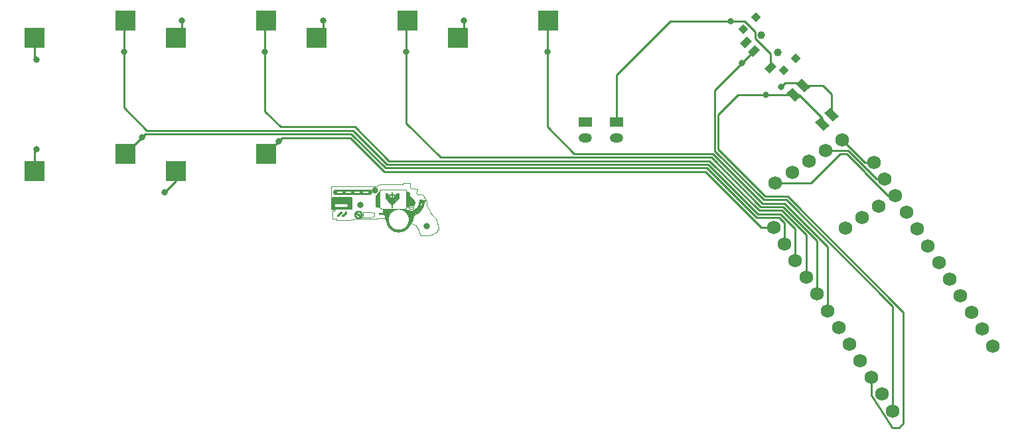
<source format=gbr>
%TF.GenerationSoftware,KiCad,Pcbnew,9.0.0*%
%TF.CreationDate,2025-02-26T19:39:31-08:00*%
%TF.ProjectId,revolver_reversible,7265766f-6c76-4657-925f-726576657273,v1.0.0*%
%TF.SameCoordinates,Original*%
%TF.FileFunction,Copper,L1,Top*%
%TF.FilePolarity,Positive*%
%FSLAX46Y46*%
G04 Gerber Fmt 4.6, Leading zero omitted, Abs format (unit mm)*
G04 Created by KiCad (PCBNEW 9.0.0) date 2025-02-26 19:39:31*
%MOMM*%
%LPD*%
G01*
G04 APERTURE LIST*
G04 Aperture macros list*
%AMRotRect*
0 Rectangle, with rotation*
0 The origin of the aperture is its center*
0 $1 length*
0 $2 width*
0 $3 Rotation angle, in degrees counterclockwise*
0 Add horizontal line*
21,1,$1,$2,0,0,$3*%
G04 Aperture macros list end*
%TA.AperFunction,NonConductor*%
%ADD10C,0.026458*%
%TD*%
%TA.AperFunction,NonConductor*%
%ADD11C,0.013514*%
%TD*%
%TA.AperFunction,NonConductor*%
%ADD12C,0.006757*%
%TD*%
%TA.AperFunction,WasherPad*%
%ADD13C,1.000000*%
%TD*%
%TA.AperFunction,SMDPad,CuDef*%
%ADD14R,2.600000X2.600000*%
%TD*%
%TA.AperFunction,ComponentPad*%
%ADD15R,1.700000X1.200000*%
%TD*%
%TA.AperFunction,ComponentPad*%
%ADD16O,1.700000X1.200000*%
%TD*%
%TA.AperFunction,SMDPad,CuDef*%
%ADD17RotRect,1.550000X1.000000X314.000000*%
%TD*%
%TA.AperFunction,ComponentPad*%
%ADD18C,1.752600*%
%TD*%
%TA.AperFunction,SMDPad,CuDef*%
%ADD19RotRect,0.900000X0.900000X314.000000*%
%TD*%
%TA.AperFunction,SMDPad,CuDef*%
%ADD20RotRect,0.900000X1.250000X314.000000*%
%TD*%
%TA.AperFunction,ViaPad*%
%ADD21C,0.800000*%
%TD*%
%TA.AperFunction,Conductor*%
%ADD22C,0.250000*%
%TD*%
G04 APERTURE END LIST*
D10*
X139540572Y-99027345D02*
X139540572Y-99347471D01*
X138174603Y-99704652D02*
X137377236Y-100603357D01*
X137377236Y-100880394D01*
X137326592Y-100927730D01*
X137275898Y-100880395D01*
X137275898Y-100603357D01*
X136478581Y-99704653D01*
X136478581Y-99616854D01*
X136540748Y-99616854D01*
X136540748Y-99670907D01*
X137281944Y-100523982D01*
X137281944Y-100520571D01*
X137381006Y-100520571D01*
X138122255Y-99667496D01*
X138122255Y-99613443D01*
X137381006Y-100466517D01*
X137381006Y-100469929D01*
X137381006Y-100520571D01*
X137281944Y-100520571D01*
X137281944Y-100469929D01*
X136540748Y-99616854D01*
X136478581Y-99616854D01*
X136478581Y-99072909D01*
X136661001Y-99255327D01*
X136661001Y-99066138D01*
X137032656Y-99388806D01*
X137032656Y-99704652D01*
X137144122Y-99792502D01*
X137110377Y-99546728D01*
X137275898Y-99691422D01*
X137275898Y-99302608D01*
X137017826Y-99302608D01*
X137045884Y-99247108D01*
X137278223Y-99233879D01*
X137285353Y-98999888D01*
X137374961Y-98941340D01*
X137374961Y-99233880D01*
X137607299Y-99247109D01*
X137635359Y-99302609D01*
X137377237Y-99302609D01*
X137377237Y-99691423D01*
X137542807Y-99546729D01*
X137509009Y-99792502D01*
X137620529Y-99704653D01*
X137620529Y-99388806D01*
X137992133Y-99066138D01*
X137992133Y-99255326D01*
X138174603Y-99072908D01*
X138174603Y-99667496D01*
X138174603Y-99704652D01*
X141568829Y-99949498D02*
X141582058Y-100030723D01*
X139349612Y-100804500D02*
X139167888Y-100804500D01*
X134202743Y-98775317D02*
X134210109Y-98775874D01*
X134217365Y-98776790D01*
X134224503Y-98778058D01*
X134231514Y-98779669D01*
X134238388Y-98781612D01*
X134245117Y-98783880D01*
X134251692Y-98786463D01*
X134258104Y-98789353D01*
X134264343Y-98792540D01*
X134270402Y-98796016D01*
X134276270Y-98799771D01*
X134281940Y-98803797D01*
X134287401Y-98808084D01*
X134292646Y-98812625D01*
X134297665Y-98817409D01*
X134302449Y-98822427D01*
X134306989Y-98827672D01*
X134311276Y-98833134D01*
X134315302Y-98838803D01*
X134319057Y-98844672D01*
X134322533Y-98850730D01*
X134325720Y-98856970D01*
X134328610Y-98863381D01*
X134331193Y-98869956D01*
X134333461Y-98876685D01*
X134335404Y-98883560D01*
X134337014Y-98890570D01*
X134338282Y-98897708D01*
X134339199Y-98904965D01*
X134339756Y-98912331D01*
X134339943Y-98919797D01*
X134339943Y-98920737D01*
X134339756Y-98928204D01*
X134339199Y-98935569D01*
X134338282Y-98942826D01*
X134337014Y-98949964D01*
X134335404Y-98956975D01*
X134333461Y-98963849D01*
X134331193Y-98970578D01*
X134328610Y-98977153D01*
X134325720Y-98983564D01*
X134322533Y-98989804D01*
X134319057Y-98995862D01*
X134315302Y-99001731D01*
X134311276Y-99007400D01*
X134306989Y-99012862D01*
X134302449Y-99018106D01*
X134297665Y-99023125D01*
X134292646Y-99027909D01*
X134287401Y-99032449D01*
X134281940Y-99036737D01*
X134276270Y-99040763D01*
X134270402Y-99044518D01*
X134264343Y-99047994D01*
X134258104Y-99051181D01*
X134251692Y-99054070D01*
X134245117Y-99056654D01*
X134238388Y-99058922D01*
X134231514Y-99060865D01*
X134224503Y-99062475D01*
X134217365Y-99063743D01*
X134210109Y-99064660D01*
X134202743Y-99065217D01*
X134195276Y-99065404D01*
X133683894Y-99065404D01*
X133676428Y-99065217D01*
X133669062Y-99064660D01*
X133661805Y-99063743D01*
X133654667Y-99062475D01*
X133647657Y-99060865D01*
X133640782Y-99058922D01*
X133634053Y-99056654D01*
X133627478Y-99054071D01*
X133621067Y-99051181D01*
X133614827Y-99047994D01*
X133608768Y-99044518D01*
X133602900Y-99040763D01*
X133597231Y-99036737D01*
X133591769Y-99032450D01*
X133586524Y-99027909D01*
X133581506Y-99023126D01*
X133576722Y-99018107D01*
X133572182Y-99012862D01*
X133567894Y-99007401D01*
X133563868Y-99001731D01*
X133560113Y-98995863D01*
X133556637Y-98989804D01*
X133553450Y-98983565D01*
X133550561Y-98977153D01*
X133547977Y-98970578D01*
X133545710Y-98963849D01*
X133543766Y-98956975D01*
X133542156Y-98949964D01*
X133540888Y-98942826D01*
X133539971Y-98935570D01*
X133539415Y-98928204D01*
X133539227Y-98920737D01*
X133539227Y-98919797D01*
X133539415Y-98912331D01*
X133539971Y-98904965D01*
X133540888Y-98897708D01*
X133542156Y-98890570D01*
X133543766Y-98883560D01*
X133545710Y-98876685D01*
X133547977Y-98869956D01*
X133550561Y-98863381D01*
X133553450Y-98856970D01*
X133556637Y-98850730D01*
X133560113Y-98844672D01*
X133563868Y-98838803D01*
X133567894Y-98833134D01*
X133572182Y-98827672D01*
X133576722Y-98822427D01*
X133581506Y-98817409D01*
X133586524Y-98812625D01*
X133591769Y-98808084D01*
X133597231Y-98803797D01*
X133602900Y-98799771D01*
X133608768Y-98796016D01*
X133614827Y-98792540D01*
X133621067Y-98789353D01*
X133627478Y-98786463D01*
X133634053Y-98783880D01*
X133640782Y-98781612D01*
X133647657Y-98779669D01*
X133654667Y-98778058D01*
X133661805Y-98776790D01*
X133669062Y-98775874D01*
X133676428Y-98775317D01*
X133683894Y-98775129D01*
X134195276Y-98775129D01*
X134202743Y-98775317D01*
X131505349Y-100374926D02*
X131512715Y-100375482D01*
X131519971Y-100376399D01*
X131527109Y-100377667D01*
X131534120Y-100379277D01*
X131540994Y-100381221D01*
X131547723Y-100383489D01*
X131554298Y-100386072D01*
X131560710Y-100388962D01*
X131566949Y-100392149D01*
X131573008Y-100395624D01*
X131578876Y-100399380D01*
X131584546Y-100403406D01*
X131590007Y-100407693D01*
X131595252Y-100412233D01*
X131600271Y-100417017D01*
X131605054Y-100422036D01*
X131609595Y-100427281D01*
X131613882Y-100432742D01*
X131617908Y-100438412D01*
X131621663Y-100444280D01*
X131625139Y-100450339D01*
X131628326Y-100456578D01*
X131631216Y-100462990D01*
X131633799Y-100469565D01*
X131636067Y-100476294D01*
X131638010Y-100483168D01*
X131639621Y-100490179D01*
X131640889Y-100497317D01*
X131641805Y-100504574D01*
X131642362Y-100511939D01*
X131642550Y-100519406D01*
X131642550Y-100660091D01*
X131642362Y-100667558D01*
X131641805Y-100674923D01*
X131640889Y-100682180D01*
X131639621Y-100689318D01*
X131638010Y-100696328D01*
X131636067Y-100703203D01*
X131633799Y-100709932D01*
X131631216Y-100716507D01*
X131628326Y-100722918D01*
X131625139Y-100729158D01*
X131621663Y-100735216D01*
X131617908Y-100741085D01*
X131613882Y-100746754D01*
X131609595Y-100752216D01*
X131605054Y-100757460D01*
X131600271Y-100762479D01*
X131595252Y-100767263D01*
X131590007Y-100771803D01*
X131584546Y-100776091D01*
X131578876Y-100780117D01*
X131573008Y-100783872D01*
X131566949Y-100787348D01*
X131560710Y-100790535D01*
X131554298Y-100793424D01*
X131547723Y-100796008D01*
X131540994Y-100798276D01*
X131534120Y-100800219D01*
X131527109Y-100801829D01*
X131519971Y-100803097D01*
X131512715Y-100804014D01*
X131505349Y-100804571D01*
X131497883Y-100804758D01*
X130091030Y-100804758D01*
X130083563Y-100804571D01*
X130076197Y-100804014D01*
X130068941Y-100803097D01*
X130061803Y-100801829D01*
X130054792Y-100800219D01*
X130047918Y-100798276D01*
X130041189Y-100796008D01*
X130034614Y-100793425D01*
X130028202Y-100790535D01*
X130021962Y-100787348D01*
X130015904Y-100783872D01*
X130010035Y-100780117D01*
X130004366Y-100776091D01*
X129998905Y-100771804D01*
X129993660Y-100767263D01*
X129988641Y-100762479D01*
X129983857Y-100757461D01*
X129979317Y-100752216D01*
X129975030Y-100746755D01*
X129971004Y-100741085D01*
X129967249Y-100735217D01*
X129963773Y-100729158D01*
X129960586Y-100722919D01*
X129957696Y-100716507D01*
X129955113Y-100709932D01*
X129952845Y-100703203D01*
X129950902Y-100696329D01*
X129949292Y-100689318D01*
X129948024Y-100682180D01*
X129947107Y-100674924D01*
X129946550Y-100667558D01*
X129946363Y-100660091D01*
X129946363Y-100519407D01*
X129946550Y-100511940D01*
X129947107Y-100504574D01*
X129948024Y-100497318D01*
X129949292Y-100490180D01*
X129950902Y-100483169D01*
X129952845Y-100476295D01*
X129955113Y-100469566D01*
X129957697Y-100462991D01*
X129960586Y-100456579D01*
X129963773Y-100450339D01*
X129967249Y-100444281D01*
X129971004Y-100438412D01*
X129975030Y-100432743D01*
X129979318Y-100427281D01*
X129983858Y-100422037D01*
X129988642Y-100417018D01*
X129993661Y-100412234D01*
X129998905Y-100407694D01*
X130004367Y-100403406D01*
X130010036Y-100399380D01*
X130015905Y-100395625D01*
X130021963Y-100392149D01*
X130028203Y-100388962D01*
X130034614Y-100386073D01*
X130041189Y-100383489D01*
X130047918Y-100381222D01*
X130054793Y-100379278D01*
X130061803Y-100377668D01*
X130068941Y-100376400D01*
X130076198Y-100375483D01*
X130083563Y-100374926D01*
X130091030Y-100374739D01*
X131497883Y-100374739D01*
X131497883Y-100374738D01*
X131505349Y-100374926D01*
X136186421Y-101574015D02*
X135622618Y-101574015D01*
X131972898Y-98775317D02*
X131980264Y-98775874D01*
X131987521Y-98776790D01*
X131994659Y-98778058D01*
X132001670Y-98779669D01*
X132008544Y-98781612D01*
X132015273Y-98783880D01*
X132021848Y-98786463D01*
X132028260Y-98789353D01*
X132034499Y-98792540D01*
X132040558Y-98796016D01*
X132046426Y-98799771D01*
X132052096Y-98803797D01*
X132057558Y-98808084D01*
X132062802Y-98812625D01*
X132067821Y-98817409D01*
X132072605Y-98822427D01*
X132077145Y-98827672D01*
X132081433Y-98833134D01*
X132085459Y-98838803D01*
X132089214Y-98844672D01*
X132092690Y-98850730D01*
X132095877Y-98856970D01*
X132098766Y-98863381D01*
X132101350Y-98869956D01*
X132103618Y-98876685D01*
X132105561Y-98883560D01*
X132107171Y-98890570D01*
X132108439Y-98897708D01*
X132109356Y-98904965D01*
X132109913Y-98912331D01*
X132110100Y-98919797D01*
X132110100Y-98920737D01*
X132109913Y-98928204D01*
X132109356Y-98935569D01*
X132108439Y-98942826D01*
X132107171Y-98949964D01*
X132105561Y-98956975D01*
X132103617Y-98963849D01*
X132101349Y-98970578D01*
X132098766Y-98977153D01*
X132095876Y-98983564D01*
X132092689Y-98989804D01*
X132089214Y-98995862D01*
X132085458Y-99001731D01*
X132081432Y-99007400D01*
X132077145Y-99012862D01*
X132072604Y-99018106D01*
X132067820Y-99023125D01*
X132062802Y-99027909D01*
X132057557Y-99032449D01*
X132052095Y-99036737D01*
X132046426Y-99040763D01*
X132040557Y-99044518D01*
X132034499Y-99047994D01*
X132028259Y-99051181D01*
X132021847Y-99054070D01*
X132015273Y-99056654D01*
X132008543Y-99058922D01*
X132001669Y-99060865D01*
X131994658Y-99062475D01*
X131987520Y-99063743D01*
X131980264Y-99064660D01*
X131972898Y-99065217D01*
X131965432Y-99065404D01*
X131454050Y-99065404D01*
X131446584Y-99065217D01*
X131439218Y-99064660D01*
X131431961Y-99063743D01*
X131424823Y-99062475D01*
X131417812Y-99060865D01*
X131410938Y-99058922D01*
X131404209Y-99056654D01*
X131397634Y-99054071D01*
X131391222Y-99051181D01*
X131384982Y-99047994D01*
X131378924Y-99044518D01*
X131373055Y-99040763D01*
X131367386Y-99036737D01*
X131361924Y-99032450D01*
X131356680Y-99027909D01*
X131351661Y-99023126D01*
X131346877Y-99018107D01*
X131342337Y-99012862D01*
X131338049Y-99007401D01*
X131334023Y-99001731D01*
X131330268Y-98995863D01*
X131326792Y-98989804D01*
X131323605Y-98983565D01*
X131320715Y-98977153D01*
X131318132Y-98970578D01*
X131315864Y-98963849D01*
X131313921Y-98956975D01*
X131312311Y-98949964D01*
X131311043Y-98942826D01*
X131310126Y-98935570D01*
X131309569Y-98928204D01*
X131309382Y-98920737D01*
X131309382Y-98919797D01*
X131309569Y-98912331D01*
X131310126Y-98904965D01*
X131311043Y-98897708D01*
X131312311Y-98890570D01*
X131313921Y-98883560D01*
X131315864Y-98876685D01*
X131318132Y-98869956D01*
X131320716Y-98863381D01*
X131323605Y-98856970D01*
X131326793Y-98850730D01*
X131330268Y-98844672D01*
X131334024Y-98838803D01*
X131338049Y-98833134D01*
X131342337Y-98827672D01*
X131346877Y-98822427D01*
X131351661Y-98817409D01*
X131356680Y-98812625D01*
X131361925Y-98808084D01*
X131367386Y-98803797D01*
X131373056Y-98799771D01*
X131378924Y-98796016D01*
X131384983Y-98792540D01*
X131391223Y-98789353D01*
X131397634Y-98786463D01*
X131404209Y-98783880D01*
X131410938Y-98781612D01*
X131417813Y-98779669D01*
X131424823Y-98778058D01*
X131431961Y-98776790D01*
X131439218Y-98775874D01*
X131446584Y-98775317D01*
X131454050Y-98775129D01*
X131965432Y-98775129D01*
X131972898Y-98775317D01*
X136186421Y-101056887D02*
X136186421Y-101574015D01*
X141365766Y-100632750D02*
X141184201Y-100976765D01*
X139478361Y-97750216D02*
X139487509Y-97750445D01*
X139496540Y-97751122D01*
X139505444Y-97752237D01*
X139514210Y-97753780D01*
X139522826Y-97755739D01*
X139531281Y-97758104D01*
X139539565Y-97760864D01*
X139547667Y-97764009D01*
X139555576Y-97767526D01*
X139563280Y-97771407D01*
X139570768Y-97775640D01*
X139578031Y-97780214D01*
X139585056Y-97785118D01*
X139591832Y-97790342D01*
X139598350Y-97795876D01*
X139604597Y-97801707D01*
X139610562Y-97807826D01*
X139616236Y-97814222D01*
X139621606Y-97820883D01*
X139626662Y-97827800D01*
X139631392Y-97834962D01*
X139635786Y-97842357D01*
X139639833Y-97849975D01*
X139643522Y-97857805D01*
X139646841Y-97865836D01*
X139649780Y-97874059D01*
X139652328Y-97882461D01*
X139654474Y-97891032D01*
X139656207Y-97899762D01*
X139657515Y-97908640D01*
X139658388Y-97917654D01*
X139658815Y-97926795D01*
X139668221Y-98358706D01*
X139856480Y-98555387D01*
X139966756Y-98483402D01*
X140436391Y-98517251D01*
X140443804Y-98518015D01*
X140451034Y-98519216D01*
X140458071Y-98520838D01*
X140464906Y-98522865D01*
X140471529Y-98525280D01*
X140477931Y-98528069D01*
X140484101Y-98531215D01*
X140490031Y-98534702D01*
X140495710Y-98538516D01*
X140501129Y-98542639D01*
X140506279Y-98547055D01*
X140511149Y-98551750D01*
X140515731Y-98556708D01*
X140520014Y-98561912D01*
X140523988Y-98567346D01*
X140527646Y-98572995D01*
X140530975Y-98578843D01*
X140533968Y-98584874D01*
X140536614Y-98591073D01*
X140538904Y-98597423D01*
X140540828Y-98603908D01*
X140542377Y-98610514D01*
X140543540Y-98617223D01*
X140544309Y-98624020D01*
X140544673Y-98630890D01*
X140544624Y-98637816D01*
X140544151Y-98644782D01*
X140543244Y-98651774D01*
X140541895Y-98658774D01*
X140540093Y-98665767D01*
X140537829Y-98672738D01*
X140535094Y-98679670D01*
X140398563Y-98996705D01*
X140691156Y-99294154D01*
X140873110Y-99244803D01*
X140885569Y-99241641D01*
X140898101Y-99238889D01*
X140910696Y-99236548D01*
X140923344Y-99234618D01*
X140936034Y-99233098D01*
X140948757Y-99231989D01*
X140961502Y-99231291D01*
X140974260Y-99231004D01*
X140987021Y-99231129D01*
X140999774Y-99231664D01*
X141012510Y-99232610D01*
X141025218Y-99233968D01*
X141037889Y-99235737D01*
X141050512Y-99237917D01*
X141063078Y-99240509D01*
X141075577Y-99243513D01*
X141158672Y-99264906D01*
X141174348Y-99269369D01*
X141189707Y-99274595D01*
X141204725Y-99280568D01*
X141219379Y-99287267D01*
X141233643Y-99294675D01*
X141247494Y-99302772D01*
X141260907Y-99311541D01*
X141273858Y-99320963D01*
X141286324Y-99331019D01*
X141298279Y-99341691D01*
X141309699Y-99352960D01*
X141320561Y-99364807D01*
X141330840Y-99377214D01*
X141340512Y-99390163D01*
X141349553Y-99403634D01*
X141357938Y-99417610D01*
X141386618Y-99468305D01*
X141391645Y-99477476D01*
X141396748Y-99487346D01*
X141407041Y-99508821D01*
X141417207Y-99532010D01*
X141426955Y-99556191D01*
X141435995Y-99580642D01*
X141444038Y-99604641D01*
X141450792Y-99627467D01*
X141453596Y-99638214D01*
X141455969Y-99648398D01*
X141460206Y-99668201D01*
X141463015Y-99681938D01*
X141464811Y-99691368D01*
X141466007Y-99698250D01*
X141468256Y-99711404D01*
X141470137Y-99721195D01*
X141473074Y-99735473D01*
X141780083Y-100042483D01*
X141779583Y-100681255D01*
X142230563Y-101531901D01*
X142252360Y-101571373D01*
X142275472Y-101610045D01*
X142299876Y-101647883D01*
X142325549Y-101684856D01*
X142352468Y-101720932D01*
X142380611Y-101756079D01*
X142409953Y-101790265D01*
X142440472Y-101823459D01*
X142845616Y-102249221D01*
X142861908Y-102266888D01*
X142877615Y-102285022D01*
X142892729Y-102303610D01*
X142907241Y-102322635D01*
X142921142Y-102342083D01*
X142934424Y-102361939D01*
X142947079Y-102382186D01*
X142959098Y-102402812D01*
X142970473Y-102423799D01*
X142981195Y-102445134D01*
X142991255Y-102466801D01*
X143000646Y-102488784D01*
X143009358Y-102511070D01*
X143017383Y-102533643D01*
X143024714Y-102556487D01*
X143031340Y-102579588D01*
X143261610Y-103432198D01*
X143265719Y-103449005D01*
X143269004Y-103465919D01*
X143271469Y-103482914D01*
X143273117Y-103499958D01*
X143273951Y-103517025D01*
X143273975Y-103534084D01*
X143273192Y-103551107D01*
X143271606Y-103568065D01*
X143269219Y-103584929D01*
X143266036Y-103601671D01*
X143262060Y-103618260D01*
X143257294Y-103634669D01*
X143251741Y-103650868D01*
X143245406Y-103666828D01*
X143238291Y-103682522D01*
X143230399Y-103697918D01*
X143129215Y-103884160D01*
X143113102Y-103912205D01*
X143095739Y-103939337D01*
X143077168Y-103965524D01*
X143057429Y-103990730D01*
X143036565Y-104014921D01*
X143014617Y-104038062D01*
X142991626Y-104060118D01*
X142967635Y-104081056D01*
X142942683Y-104100841D01*
X142916813Y-104119438D01*
X142890067Y-104136812D01*
X142862486Y-104152930D01*
X142834111Y-104167756D01*
X142804984Y-104181256D01*
X142775147Y-104193396D01*
X142744640Y-104204140D01*
X142063338Y-104425884D01*
X142011069Y-104441822D01*
X141958299Y-104455792D01*
X141905083Y-104467784D01*
X141851477Y-104477791D01*
X141797537Y-104485801D01*
X141743318Y-104491807D01*
X141688877Y-104495798D01*
X141634269Y-104497765D01*
X141194243Y-104505465D01*
X141182372Y-104505356D01*
X141170585Y-104504614D01*
X141158905Y-104503249D01*
X141147354Y-104501272D01*
X141135954Y-104498691D01*
X141124730Y-104495518D01*
X141113703Y-104491761D01*
X141102897Y-104487430D01*
X141092334Y-104482536D01*
X141082037Y-104477089D01*
X141072029Y-104471097D01*
X141062333Y-104464572D01*
X141052971Y-104457522D01*
X141043967Y-104449958D01*
X141035343Y-104441889D01*
X141027121Y-104433326D01*
X140890490Y-104283154D01*
X140882349Y-104273916D01*
X140874522Y-104264439D01*
X140867013Y-104254731D01*
X140859827Y-104244802D01*
X140852968Y-104234658D01*
X140846441Y-104224309D01*
X140840250Y-104213762D01*
X140834400Y-104203026D01*
X140828894Y-104192110D01*
X140823736Y-104181021D01*
X140818933Y-104169768D01*
X140814487Y-104158359D01*
X140810402Y-104146802D01*
X140806685Y-104135106D01*
X140803338Y-104123280D01*
X140800366Y-104111330D01*
X140740369Y-103852122D01*
X140737407Y-103839935D01*
X140734189Y-103827825D01*
X140730716Y-103815794D01*
X140726989Y-103803846D01*
X140723011Y-103791986D01*
X140718783Y-103780217D01*
X140714306Y-103768544D01*
X140709583Y-103756969D01*
X140704615Y-103745498D01*
X140699403Y-103734133D01*
X140693949Y-103722879D01*
X140688256Y-103711740D01*
X140682324Y-103700720D01*
X140676155Y-103689823D01*
X140669751Y-103679052D01*
X140663113Y-103668412D01*
X140388814Y-103238878D01*
X139818979Y-102947164D01*
X139737331Y-102947111D01*
X139731926Y-102947336D01*
X139726358Y-102948252D01*
X139720635Y-102949842D01*
X139714764Y-102952085D01*
X139708751Y-102954963D01*
X139702604Y-102958455D01*
X139696330Y-102962543D01*
X139689935Y-102967207D01*
X139683427Y-102972428D01*
X139676813Y-102978186D01*
X139670100Y-102984462D01*
X139663294Y-102991237D01*
X139649435Y-103006204D01*
X139635291Y-103022933D01*
X139620918Y-103041269D01*
X139606374Y-103061055D01*
X139591713Y-103082138D01*
X139576992Y-103104362D01*
X139562268Y-103127572D01*
X139547596Y-103151612D01*
X139533033Y-103176329D01*
X139518634Y-103201566D01*
X139482456Y-103262725D01*
X139443561Y-103322250D01*
X139401998Y-103380039D01*
X139357817Y-103435986D01*
X139311067Y-103489989D01*
X139261798Y-103541943D01*
X139210057Y-103591743D01*
X139155896Y-103639287D01*
X139099364Y-103684471D01*
X139040509Y-103727189D01*
X138979381Y-103767338D01*
X138916030Y-103804815D01*
X138850504Y-103839515D01*
X138782854Y-103871335D01*
X138713128Y-103900169D01*
X138641376Y-103925915D01*
X138609679Y-103936072D01*
X138577791Y-103945556D01*
X138545722Y-103954366D01*
X138513483Y-103962497D01*
X138481084Y-103969948D01*
X138448538Y-103976715D01*
X138415855Y-103982795D01*
X138383045Y-103988186D01*
X138361110Y-103991397D01*
X138339132Y-103994305D01*
X138317109Y-103996906D01*
X138295039Y-103999193D01*
X138165920Y-104006397D01*
X138038305Y-104003161D01*
X137912691Y-103989807D01*
X137789573Y-103966659D01*
X137669449Y-103934039D01*
X137552813Y-103892270D01*
X137440163Y-103841675D01*
X137331993Y-103782578D01*
X137228801Y-103715301D01*
X137131082Y-103640166D01*
X137039332Y-103557499D01*
X136954048Y-103467620D01*
X136875726Y-103370853D01*
X136804861Y-103267522D01*
X136741950Y-103157948D01*
X136687489Y-103042456D01*
X136671994Y-102996417D01*
X136647646Y-102914656D01*
X136582669Y-102692455D01*
X136547181Y-102576260D01*
X136513120Y-102472834D01*
X136497428Y-102429697D01*
X136483057Y-102394298D01*
X136470327Y-102368153D01*
X136459561Y-102352776D01*
X136450640Y-102344521D01*
X136441391Y-102336889D01*
X136431842Y-102329856D01*
X136422021Y-102323400D01*
X136411956Y-102317496D01*
X136401675Y-102312120D01*
X136391206Y-102307250D01*
X136380577Y-102302861D01*
X136358952Y-102295431D01*
X136337023Y-102289642D01*
X136315015Y-102285304D01*
X136293152Y-102282227D01*
X136271659Y-102280223D01*
X136250759Y-102279100D01*
X136211637Y-102278744D01*
X136150385Y-102280279D01*
X135518422Y-102280279D01*
X135515045Y-102283394D01*
X135505637Y-102291607D01*
X135499010Y-102297094D01*
X135491281Y-102303218D01*
X135482585Y-102309767D01*
X135473058Y-102316528D01*
X135462835Y-102323289D01*
X135452052Y-102329838D01*
X135446493Y-102332966D01*
X135440844Y-102335962D01*
X135435122Y-102338798D01*
X135429345Y-102341448D01*
X135423530Y-102343887D01*
X135417693Y-102346086D01*
X135411851Y-102348019D01*
X135406021Y-102349661D01*
X135400220Y-102350984D01*
X135394465Y-102351962D01*
X135388772Y-102352568D01*
X135383160Y-102352776D01*
X132681948Y-102352776D01*
X131823241Y-102515919D01*
X130302092Y-102515919D01*
X130298417Y-102515827D01*
X130294790Y-102515552D01*
X130291215Y-102515098D01*
X130287698Y-102514470D01*
X130284243Y-102513673D01*
X130280854Y-102512711D01*
X130277535Y-102511589D01*
X130274292Y-102510310D01*
X130271128Y-102508880D01*
X130268048Y-102507303D01*
X130265057Y-102505584D01*
X130262160Y-102503726D01*
X130259359Y-102501735D01*
X130256661Y-102499615D01*
X130254070Y-102497370D01*
X130251590Y-102495005D01*
X130249225Y-102492525D01*
X130246980Y-102489933D01*
X130244860Y-102487235D01*
X130242869Y-102484435D01*
X130241012Y-102481537D01*
X130239292Y-102478546D01*
X130237715Y-102475467D01*
X130236285Y-102472303D01*
X130235007Y-102469060D01*
X130233884Y-102465741D01*
X130232922Y-102462352D01*
X130232125Y-102458896D01*
X130231498Y-102455379D01*
X130231044Y-102451805D01*
X130230769Y-102448177D01*
X130230677Y-102444502D01*
X130230677Y-102344611D01*
X129857676Y-102344611D01*
X129850309Y-102344425D01*
X129843040Y-102343872D01*
X129835876Y-102342962D01*
X129828827Y-102341703D01*
X129821902Y-102340104D01*
X129815109Y-102338175D01*
X129808458Y-102335925D01*
X129801958Y-102333362D01*
X129795617Y-102330495D01*
X129789445Y-102327334D01*
X129783451Y-102323888D01*
X129777643Y-102320164D01*
X129772031Y-102316174D01*
X129766623Y-102311924D01*
X129761429Y-102307425D01*
X129756458Y-102302685D01*
X129751718Y-102297714D01*
X129747219Y-102292520D01*
X129742970Y-102287113D01*
X129738979Y-102281501D01*
X129735256Y-102275693D01*
X129731809Y-102269699D01*
X129728648Y-102263527D01*
X129725781Y-102257186D01*
X129723218Y-102250686D01*
X129720967Y-102244035D01*
X129719038Y-102237242D01*
X129717440Y-102230317D01*
X129716181Y-102223268D01*
X129715271Y-102216104D01*
X129714718Y-102208835D01*
X129714531Y-102201468D01*
X129714531Y-101483683D01*
X129714701Y-101477015D01*
X129715203Y-101470434D01*
X129716028Y-101463949D01*
X129717169Y-101457568D01*
X129718617Y-101451299D01*
X129720364Y-101445151D01*
X129722403Y-101439130D01*
X129724724Y-101433246D01*
X129727320Y-101427507D01*
X129730183Y-101421920D01*
X129733304Y-101416495D01*
X129736676Y-101411238D01*
X129740289Y-101406158D01*
X129744137Y-101401264D01*
X129748211Y-101396563D01*
X129752502Y-101392064D01*
X129757003Y-101387774D01*
X129761706Y-101383702D01*
X129766602Y-101379856D01*
X129771683Y-101376245D01*
X129776941Y-101372875D01*
X129782368Y-101369756D01*
X129787956Y-101366896D01*
X129793696Y-101364302D01*
X129799581Y-101361983D01*
X129805602Y-101359947D01*
X129811752Y-101358203D01*
X129818021Y-101356757D01*
X129824402Y-101355619D01*
X129830888Y-101354796D01*
X129837468Y-101354297D01*
X129844136Y-101354130D01*
X129992655Y-101354130D01*
X130051152Y-101258994D01*
X130052450Y-101256716D01*
X130053567Y-101254403D01*
X130054508Y-101252063D01*
X130055275Y-101249702D01*
X130055873Y-101247326D01*
X130056305Y-101244943D01*
X130056574Y-101242560D01*
X130056685Y-101240183D01*
X130056641Y-101237819D01*
X130056445Y-101235474D01*
X130056101Y-101233156D01*
X130055614Y-101230871D01*
X130054985Y-101228627D01*
X130054219Y-101226429D01*
X130053320Y-101224285D01*
X130052292Y-101222202D01*
X130051137Y-101220185D01*
X130049859Y-101218243D01*
X130048463Y-101216381D01*
X130046951Y-101214607D01*
X130045327Y-101212927D01*
X130043596Y-101211349D01*
X130041760Y-101209878D01*
X130039823Y-101208522D01*
X130037788Y-101207287D01*
X130035660Y-101206181D01*
X130033442Y-101205209D01*
X130031138Y-101204380D01*
X130028750Y-101203699D01*
X130026284Y-101203173D01*
X130023742Y-101202810D01*
X130021128Y-101202615D01*
X129757837Y-101191918D01*
X129599192Y-101042056D01*
X129599192Y-98659618D01*
X129521677Y-98375966D01*
X129520098Y-98369435D01*
X129518927Y-98362922D01*
X129518157Y-98356439D01*
X129517776Y-98349998D01*
X129517777Y-98343613D01*
X129518148Y-98337295D01*
X129518882Y-98331056D01*
X129519968Y-98324910D01*
X129521397Y-98318868D01*
X129523160Y-98312944D01*
X129525246Y-98307148D01*
X129527648Y-98301495D01*
X129530355Y-98295995D01*
X129533358Y-98290662D01*
X129536647Y-98285508D01*
X129540213Y-98280546D01*
X129544047Y-98275787D01*
X129548139Y-98271244D01*
X129552480Y-98266929D01*
X129557060Y-98262855D01*
X129561870Y-98259035D01*
X129566900Y-98255480D01*
X129572141Y-98252203D01*
X129577584Y-98249217D01*
X129583219Y-98246533D01*
X129589037Y-98244165D01*
X129595028Y-98242124D01*
X129601183Y-98240423D01*
X129607492Y-98239075D01*
X129613947Y-98238091D01*
X129620537Y-98237484D01*
X129627253Y-98237267D01*
X130239458Y-98235716D01*
X135232071Y-98224347D01*
X135831725Y-97933047D01*
X138693152Y-97919767D01*
X138801260Y-97750268D01*
X138801260Y-97750215D01*
X139478361Y-97750216D01*
X139167888Y-98839767D02*
X139387675Y-98839767D01*
X140715957Y-100451186D02*
X140849741Y-99934527D01*
X140477060Y-100940941D02*
X140715957Y-100451186D01*
X139167888Y-98839767D02*
X139167888Y-100804500D01*
X131421994Y-101438331D02*
X131428468Y-101438759D01*
X131434888Y-101439503D01*
X131441241Y-101440564D01*
X131447515Y-101441943D01*
X131453699Y-101443639D01*
X131459781Y-101445654D01*
X131465747Y-101447988D01*
X131471587Y-101450642D01*
X131477289Y-101453616D01*
X131482840Y-101456912D01*
X131488229Y-101460530D01*
X131493443Y-101464470D01*
X131498470Y-101468734D01*
X131503299Y-101473321D01*
X131507863Y-101478173D01*
X131512101Y-101483222D01*
X131516015Y-101488456D01*
X131519606Y-101493862D01*
X131522874Y-101499430D01*
X131525820Y-101505146D01*
X131528445Y-101511000D01*
X131530749Y-101516978D01*
X131532733Y-101523069D01*
X131534399Y-101529261D01*
X131535745Y-101535543D01*
X131536775Y-101541901D01*
X131537487Y-101548324D01*
X131537883Y-101554801D01*
X131537963Y-101561319D01*
X131537728Y-101567865D01*
X131537180Y-101574429D01*
X131536318Y-101580999D01*
X131535143Y-101587561D01*
X131533656Y-101594105D01*
X131531858Y-101600618D01*
X131529750Y-101607088D01*
X131527331Y-101613504D01*
X131524604Y-101619853D01*
X131521568Y-101626123D01*
X131518224Y-101632303D01*
X131514573Y-101638381D01*
X131510617Y-101644343D01*
X131506354Y-101650180D01*
X131501787Y-101655877D01*
X131496916Y-101661425D01*
X131491741Y-101666810D01*
X131158312Y-101998576D01*
X131152901Y-102003724D01*
X131147330Y-102008568D01*
X131141609Y-102013106D01*
X131135752Y-102017339D01*
X131129769Y-102021267D01*
X131123674Y-102024887D01*
X131117477Y-102028199D01*
X131111192Y-102031204D01*
X131104829Y-102033900D01*
X131098401Y-102036286D01*
X131091920Y-102038362D01*
X131085399Y-102040128D01*
X131078847Y-102041582D01*
X131072279Y-102042724D01*
X131065706Y-102043553D01*
X131059139Y-102044069D01*
X131052591Y-102044271D01*
X131046074Y-102044158D01*
X131039599Y-102043730D01*
X131033179Y-102042986D01*
X131026826Y-102041925D01*
X131020552Y-102040546D01*
X131014368Y-102038850D01*
X131008287Y-102036835D01*
X131002320Y-102034501D01*
X130996480Y-102031847D01*
X130990778Y-102028873D01*
X130985227Y-102025577D01*
X130979839Y-102021959D01*
X130974625Y-102018018D01*
X130969597Y-102013755D01*
X130964768Y-102009167D01*
X130960205Y-102004315D01*
X130955966Y-101999266D01*
X130952052Y-101994033D01*
X130948461Y-101988626D01*
X130945193Y-101983059D01*
X130942247Y-101977342D01*
X130939622Y-101971489D01*
X130937317Y-101965511D01*
X130935333Y-101959420D01*
X130933668Y-101953228D01*
X130932321Y-101946946D01*
X130931292Y-101940588D01*
X130930579Y-101934165D01*
X130930184Y-101927688D01*
X130930103Y-101921170D01*
X130930338Y-101914624D01*
X130930886Y-101908060D01*
X130931749Y-101901490D01*
X130932923Y-101894928D01*
X130934410Y-101888384D01*
X130936208Y-101881871D01*
X130938317Y-101875401D01*
X130940735Y-101868985D01*
X130943463Y-101862636D01*
X130946499Y-101856366D01*
X130949843Y-101850186D01*
X130953493Y-101844109D01*
X130957450Y-101838146D01*
X130961713Y-101832310D01*
X130966280Y-101826612D01*
X130971152Y-101821065D01*
X130976326Y-101815680D01*
X131309755Y-101483913D01*
X131309757Y-101483912D01*
X131315167Y-101478765D01*
X131320739Y-101473921D01*
X131326459Y-101469382D01*
X131332317Y-101465149D01*
X131338299Y-101461222D01*
X131344394Y-101457602D01*
X131350591Y-101454289D01*
X131356876Y-101451285D01*
X131363239Y-101448589D01*
X131369666Y-101446203D01*
X131376147Y-101444126D01*
X131382669Y-101442361D01*
X131389220Y-101440907D01*
X131395788Y-101439765D01*
X131402362Y-101438936D01*
X131408929Y-101438420D01*
X131415476Y-101438218D01*
X131421994Y-101438331D01*
X139894143Y-101359005D02*
X140477060Y-100940941D01*
X134408382Y-98623925D02*
X134423753Y-98625067D01*
X134438896Y-98626947D01*
X134453791Y-98629548D01*
X134468421Y-98632851D01*
X134482766Y-98636837D01*
X134496808Y-98641488D01*
X134510529Y-98646787D01*
X134523908Y-98652714D01*
X134536929Y-98659251D01*
X134549572Y-98666380D01*
X134561818Y-98674082D01*
X134573649Y-98682339D01*
X134585046Y-98691133D01*
X134595990Y-98700446D01*
X134606463Y-98710258D01*
X134616446Y-98720552D01*
X134625921Y-98731309D01*
X134634868Y-98742511D01*
X134643269Y-98754140D01*
X134651105Y-98766177D01*
X134658358Y-98778603D01*
X134665009Y-98791401D01*
X134671039Y-98804552D01*
X134676430Y-98818037D01*
X134681162Y-98831839D01*
X134685218Y-98845939D01*
X134688578Y-98860319D01*
X134691224Y-98874959D01*
X134693137Y-98889843D01*
X134694299Y-98904951D01*
X134694690Y-98920265D01*
X134694299Y-98935579D01*
X134693137Y-98950687D01*
X134691224Y-98965571D01*
X134688578Y-98980212D01*
X134685218Y-98994591D01*
X134681162Y-99008691D01*
X134676430Y-99022493D01*
X134671039Y-99035979D01*
X134665009Y-99049129D01*
X134658358Y-99061927D01*
X134651105Y-99074354D01*
X134643269Y-99086390D01*
X134634868Y-99098019D01*
X134625921Y-99109221D01*
X134616446Y-99119978D01*
X134606463Y-99130272D01*
X134595990Y-99140084D01*
X134585046Y-99149397D01*
X134573649Y-99158191D01*
X134561818Y-99166448D01*
X134549572Y-99174150D01*
X134536929Y-99181279D01*
X134523908Y-99187816D01*
X134510529Y-99193743D01*
X134496808Y-99199042D01*
X134482766Y-99203693D01*
X134468421Y-99207679D01*
X134453791Y-99210982D01*
X134438896Y-99213583D01*
X134423753Y-99215463D01*
X134408382Y-99216605D01*
X134392801Y-99216990D01*
X130145337Y-99216990D01*
X130129757Y-99216605D01*
X130114386Y-99215463D01*
X130099243Y-99213583D01*
X130084347Y-99210982D01*
X130069718Y-99207679D01*
X130055372Y-99203693D01*
X130041330Y-99199042D01*
X130027610Y-99193743D01*
X130014230Y-99187816D01*
X130001209Y-99181279D01*
X129988567Y-99174150D01*
X129976321Y-99166448D01*
X129964490Y-99158191D01*
X129953093Y-99149397D01*
X129942148Y-99140084D01*
X129931675Y-99130272D01*
X129921692Y-99119978D01*
X129912218Y-99109221D01*
X129903271Y-99098019D01*
X129894870Y-99086390D01*
X129887033Y-99074354D01*
X129879780Y-99061927D01*
X129873129Y-99049129D01*
X129867099Y-99035979D01*
X129861709Y-99022493D01*
X129856976Y-99008691D01*
X129852921Y-98994591D01*
X129849560Y-98980212D01*
X129846914Y-98965571D01*
X129845001Y-98950687D01*
X129843840Y-98935579D01*
X129843448Y-98920265D01*
X129843840Y-98904951D01*
X129845001Y-98889843D01*
X129846914Y-98874959D01*
X129849560Y-98860319D01*
X129852921Y-98845939D01*
X129856976Y-98831839D01*
X129861709Y-98818037D01*
X129867099Y-98804552D01*
X129873129Y-98791401D01*
X129879780Y-98778603D01*
X129887033Y-98766177D01*
X129894870Y-98754140D01*
X129903271Y-98742511D01*
X129912218Y-98731309D01*
X129921692Y-98720552D01*
X129931675Y-98710258D01*
X129942148Y-98700446D01*
X129953093Y-98691133D01*
X129964490Y-98682339D01*
X129976321Y-98674082D01*
X129988567Y-98666380D01*
X130001209Y-98659251D01*
X130014230Y-98652714D01*
X130027610Y-98646787D01*
X130041330Y-98641488D01*
X130055372Y-98636837D01*
X130069718Y-98632851D01*
X130084347Y-98629548D01*
X130099243Y-98626947D01*
X130114386Y-98625067D01*
X130129757Y-98623925D01*
X130145337Y-98623540D01*
X134392801Y-98623540D01*
X134408382Y-98623925D01*
X139464124Y-100618416D02*
X139349612Y-100804500D01*
X132782823Y-101572711D02*
X132795082Y-101574224D01*
X132807633Y-101576754D01*
X132820392Y-101580301D01*
X132833274Y-101584865D01*
X132846192Y-101590446D01*
X132859063Y-101597044D01*
X132871800Y-101604659D01*
X133246185Y-101845240D01*
X133252401Y-101849378D01*
X133258404Y-101853661D01*
X133264190Y-101858081D01*
X133269754Y-101862627D01*
X133275091Y-101867289D01*
X133280198Y-101872059D01*
X133285069Y-101876925D01*
X133289701Y-101881879D01*
X133294089Y-101886911D01*
X133298229Y-101892011D01*
X133302116Y-101897170D01*
X133305745Y-101902377D01*
X133309113Y-101907623D01*
X133312215Y-101912899D01*
X133315047Y-101918194D01*
X133317603Y-101923499D01*
X133319880Y-101928804D01*
X133321874Y-101934101D01*
X133323579Y-101939378D01*
X133324992Y-101944626D01*
X133326108Y-101949835D01*
X133326923Y-101954997D01*
X133327432Y-101960101D01*
X133327630Y-101965137D01*
X133327514Y-101970096D01*
X133327079Y-101974968D01*
X133326321Y-101979743D01*
X133325234Y-101984412D01*
X133323816Y-101988965D01*
X133322060Y-101993392D01*
X133319964Y-101997684D01*
X133317522Y-102001831D01*
X133314765Y-102005777D01*
X133311732Y-102009469D01*
X133308434Y-102012908D01*
X133304882Y-102016091D01*
X133301087Y-102019021D01*
X133297058Y-102021697D01*
X133292808Y-102024118D01*
X133288345Y-102026286D01*
X133283682Y-102028199D01*
X133278828Y-102029857D01*
X133268592Y-102032413D01*
X133257723Y-102033951D01*
X133246305Y-102034472D01*
X133234425Y-102033977D01*
X133222166Y-102032464D01*
X133209614Y-102029935D01*
X133196855Y-102026388D01*
X133183974Y-102021825D01*
X133171056Y-102016244D01*
X133158185Y-102009646D01*
X133145448Y-102002031D01*
X132771063Y-101761451D01*
X132764847Y-101757313D01*
X132758844Y-101753029D01*
X132753058Y-101748609D01*
X132747494Y-101744064D01*
X132742157Y-101739401D01*
X132737050Y-101734632D01*
X132732179Y-101729765D01*
X132727547Y-101724811D01*
X132723159Y-101719779D01*
X132719019Y-101714679D01*
X132715132Y-101709521D01*
X132711503Y-101704314D01*
X132708135Y-101699068D01*
X132705033Y-101693792D01*
X132702202Y-101688497D01*
X132699645Y-101683192D01*
X132697368Y-101677886D01*
X132695375Y-101672590D01*
X132693669Y-101667313D01*
X132692256Y-101662065D01*
X132691140Y-101656855D01*
X132690326Y-101651694D01*
X132689817Y-101646590D01*
X132689618Y-101641554D01*
X132689734Y-101636595D01*
X132690169Y-101631723D01*
X132690928Y-101626948D01*
X132692014Y-101622279D01*
X132693433Y-101617726D01*
X132695188Y-101613299D01*
X132697284Y-101609007D01*
X132699726Y-101604860D01*
X132699726Y-101604829D01*
X132702483Y-101600886D01*
X132705516Y-101597196D01*
X132708814Y-101593760D01*
X132712366Y-101590579D01*
X132716161Y-101587651D01*
X132720190Y-101584977D01*
X132724440Y-101582558D01*
X132728903Y-101580392D01*
X132733566Y-101578480D01*
X132738420Y-101576823D01*
X132748655Y-101574270D01*
X132759525Y-101572734D01*
X132770942Y-101572214D01*
X132782823Y-101572711D01*
X141582058Y-100030723D02*
X141427880Y-100150173D01*
X141427880Y-100150173D02*
X141365766Y-100632750D01*
X133026047Y-101452421D02*
X133043352Y-101453709D01*
X133060510Y-101455840D01*
X133077492Y-101458803D01*
X133094270Y-101462586D01*
X133110814Y-101467178D01*
X133127096Y-101472565D01*
X133143087Y-101478736D01*
X133158758Y-101485679D01*
X133174080Y-101493383D01*
X133189025Y-101501835D01*
X133203564Y-101511024D01*
X133217667Y-101520937D01*
X133231307Y-101531562D01*
X133244454Y-101542888D01*
X133257080Y-101554903D01*
X133269095Y-101567529D01*
X133280421Y-101580676D01*
X133291047Y-101594315D01*
X133300960Y-101608419D01*
X133310148Y-101622957D01*
X133318600Y-101637902D01*
X133326304Y-101653225D01*
X133333248Y-101668896D01*
X133339419Y-101684886D01*
X133344806Y-101701168D01*
X133349397Y-101717712D01*
X133353180Y-101734490D01*
X133356143Y-101751472D01*
X133358275Y-101768630D01*
X133359562Y-101785936D01*
X133359994Y-101803359D01*
X133359562Y-101820782D01*
X133358275Y-101838088D01*
X133356143Y-101855246D01*
X133353180Y-101872228D01*
X133349397Y-101889006D01*
X133344806Y-101905550D01*
X133339419Y-101921832D01*
X133333248Y-101937823D01*
X133326304Y-101953493D01*
X133318600Y-101968816D01*
X133310148Y-101983761D01*
X133300960Y-101998299D01*
X133291047Y-102012403D01*
X133280421Y-102026042D01*
X133269095Y-102039189D01*
X133257080Y-102051815D01*
X133244454Y-102063830D01*
X133231307Y-102075156D01*
X133217667Y-102085781D01*
X133203564Y-102095694D01*
X133189025Y-102104883D01*
X133174080Y-102113335D01*
X133158758Y-102121039D01*
X133143087Y-102127982D01*
X133127097Y-102134153D01*
X133110815Y-102139540D01*
X133094271Y-102144132D01*
X133077493Y-102147915D01*
X133060511Y-102150878D01*
X133043353Y-102153009D01*
X133026048Y-102154297D01*
X133008625Y-102154728D01*
X132990543Y-102154271D01*
X132972699Y-102152914D01*
X132955115Y-102150680D01*
X132937812Y-102147590D01*
X132920812Y-102143666D01*
X132904138Y-102138932D01*
X132887812Y-102133407D01*
X132871856Y-102127116D01*
X132856292Y-102120080D01*
X132841141Y-102112320D01*
X132826427Y-102103860D01*
X132812171Y-102094720D01*
X132798395Y-102084924D01*
X132785121Y-102074493D01*
X132772372Y-102063449D01*
X132760169Y-102051815D01*
X132748535Y-102039612D01*
X132737491Y-102026863D01*
X132727060Y-102013589D01*
X132717264Y-101999813D01*
X132708124Y-101985557D01*
X132699664Y-101970843D01*
X132691904Y-101955692D01*
X132684868Y-101940128D01*
X132678576Y-101924172D01*
X132673052Y-101907846D01*
X132668317Y-101891172D01*
X132664394Y-101874172D01*
X132661304Y-101856869D01*
X132659069Y-101839284D01*
X132657712Y-101821440D01*
X132657255Y-101803359D01*
X132657712Y-101785278D01*
X132659069Y-101767434D01*
X132661304Y-101749849D01*
X132664394Y-101732546D01*
X132668317Y-101715546D01*
X132673052Y-101698872D01*
X132678576Y-101682546D01*
X132684867Y-101666590D01*
X132691904Y-101651026D01*
X132699663Y-101635875D01*
X132708124Y-101621161D01*
X132717263Y-101606905D01*
X132727060Y-101593129D01*
X132737491Y-101579855D01*
X132748534Y-101567106D01*
X132760169Y-101554903D01*
X132772371Y-101543269D01*
X132785121Y-101532225D01*
X132798394Y-101521794D01*
X132812170Y-101511998D01*
X132826426Y-101502858D01*
X132841140Y-101494398D01*
X132856291Y-101486638D01*
X132871855Y-101479602D01*
X132887811Y-101473311D01*
X132904137Y-101467786D01*
X132920811Y-101463052D01*
X132937810Y-101459128D01*
X132955113Y-101456038D01*
X132972698Y-101453804D01*
X132990542Y-101452447D01*
X133008623Y-101451990D01*
X133026047Y-101452421D01*
X132037092Y-99549450D02*
X132044458Y-99550007D01*
X132051714Y-99550924D01*
X132058852Y-99552192D01*
X132065863Y-99553802D01*
X132072738Y-99555745D01*
X132079467Y-99558013D01*
X132086042Y-99560597D01*
X132092453Y-99563486D01*
X132098693Y-99566673D01*
X132104751Y-99570149D01*
X132110620Y-99573904D01*
X132116289Y-99577930D01*
X132121751Y-99582218D01*
X132126995Y-99586758D01*
X132132014Y-99591542D01*
X132136798Y-99596561D01*
X132141338Y-99601805D01*
X132145626Y-99607267D01*
X132149651Y-99612936D01*
X132153407Y-99618805D01*
X132156882Y-99624863D01*
X132160069Y-99631103D01*
X132162959Y-99637515D01*
X132165542Y-99644090D01*
X132167810Y-99650819D01*
X132169753Y-99657693D01*
X132171364Y-99664704D01*
X132172632Y-99671842D01*
X132173548Y-99679098D01*
X132174105Y-99686464D01*
X132174292Y-99693931D01*
X132174292Y-100972314D01*
X132174105Y-100979781D01*
X132173548Y-100987146D01*
X132172631Y-100994403D01*
X132171363Y-101001541D01*
X132169753Y-101008552D01*
X132167810Y-101015426D01*
X132165542Y-101022155D01*
X132162959Y-101028730D01*
X132160069Y-101035141D01*
X132156882Y-101041381D01*
X132153406Y-101047439D01*
X132149651Y-101053308D01*
X132145625Y-101058977D01*
X132141338Y-101064439D01*
X132136797Y-101069683D01*
X132132013Y-101074702D01*
X132126995Y-101079486D01*
X132121750Y-101084026D01*
X132116288Y-101088314D01*
X132110619Y-101092340D01*
X132104751Y-101096095D01*
X132098692Y-101099571D01*
X132092453Y-101102758D01*
X132086041Y-101105647D01*
X132079466Y-101108231D01*
X132072737Y-101110499D01*
X132065863Y-101112442D01*
X132058852Y-101114052D01*
X132051714Y-101115320D01*
X132044458Y-101116237D01*
X132037092Y-101116794D01*
X132029625Y-101116981D01*
X129823165Y-101116981D01*
X129815698Y-101116794D01*
X129808333Y-101116237D01*
X129801076Y-101115320D01*
X129793938Y-101114052D01*
X129786928Y-101112442D01*
X129780053Y-101110499D01*
X129773324Y-101108231D01*
X129766749Y-101105648D01*
X129760338Y-101102758D01*
X129754098Y-101099571D01*
X129748040Y-101096095D01*
X129742171Y-101092340D01*
X129736502Y-101088314D01*
X129731040Y-101084027D01*
X129725796Y-101079486D01*
X129720777Y-101074703D01*
X129715993Y-101069684D01*
X129711453Y-101064439D01*
X129707165Y-101058978D01*
X129703139Y-101053308D01*
X129699384Y-101047440D01*
X129695908Y-101041381D01*
X129692721Y-101035142D01*
X129689832Y-101028730D01*
X129687248Y-101022155D01*
X129684980Y-101015426D01*
X129683037Y-101008552D01*
X129681427Y-101001541D01*
X129680159Y-100994403D01*
X129679242Y-100987147D01*
X129678685Y-100979781D01*
X129678498Y-100972314D01*
X129678498Y-99693931D01*
X129678685Y-99686464D01*
X129679242Y-99679098D01*
X129680159Y-99671842D01*
X129681427Y-99664704D01*
X129683037Y-99657693D01*
X129684980Y-99650819D01*
X129687248Y-99644090D01*
X129689832Y-99637515D01*
X129692721Y-99631103D01*
X129695908Y-99624863D01*
X129699384Y-99618805D01*
X129703139Y-99612936D01*
X129707165Y-99607267D01*
X129711453Y-99601805D01*
X129715993Y-99596561D01*
X129720777Y-99591542D01*
X129725796Y-99586758D01*
X129731040Y-99582218D01*
X129736502Y-99577930D01*
X129742171Y-99573904D01*
X129748040Y-99570149D01*
X129754098Y-99566673D01*
X129760338Y-99563486D01*
X129766749Y-99560597D01*
X129773324Y-99558013D01*
X129780053Y-99555745D01*
X129786928Y-99553802D01*
X129793938Y-99552192D01*
X129801076Y-99550924D01*
X129808333Y-99550007D01*
X129815698Y-99549450D01*
X129823165Y-99549263D01*
X132029625Y-99549263D01*
X132037092Y-99549450D01*
X141034136Y-100301480D02*
X141042123Y-100302092D01*
X141050042Y-100303104D01*
X141057880Y-100304512D01*
X141065623Y-100306310D01*
X141073259Y-100308491D01*
X141080774Y-100311051D01*
X141088154Y-100313983D01*
X141095387Y-100317282D01*
X141102459Y-100320943D01*
X141109356Y-100324959D01*
X141116067Y-100329325D01*
X141122576Y-100334035D01*
X141128871Y-100339083D01*
X141134939Y-100344465D01*
X141140766Y-100350174D01*
X141146312Y-100356173D01*
X141151539Y-100362420D01*
X141156443Y-100368900D01*
X141161018Y-100375602D01*
X141165259Y-100382510D01*
X141169160Y-100389611D01*
X141172716Y-100396891D01*
X141175921Y-100404338D01*
X141178769Y-100411936D01*
X141181255Y-100419672D01*
X141183374Y-100427533D01*
X141185120Y-100435505D01*
X141186488Y-100443575D01*
X141187472Y-100451728D01*
X141188066Y-100459950D01*
X141188265Y-100468229D01*
X141188066Y-100476508D01*
X141187472Y-100484731D01*
X141186488Y-100492883D01*
X141185120Y-100500953D01*
X141183374Y-100508925D01*
X141181255Y-100516786D01*
X141178769Y-100524522D01*
X141175921Y-100532120D01*
X141172716Y-100539566D01*
X141169161Y-100546847D01*
X141165260Y-100553948D01*
X141161019Y-100560856D01*
X141156444Y-100567557D01*
X141151539Y-100574038D01*
X141146312Y-100580285D01*
X141140767Y-100586284D01*
X141134939Y-100591992D01*
X141128871Y-100597374D01*
X141122576Y-100602423D01*
X141116067Y-100607133D01*
X141109357Y-100611499D01*
X141102459Y-100615515D01*
X141095387Y-100619175D01*
X141088154Y-100622474D01*
X141080774Y-100625407D01*
X141073259Y-100627966D01*
X141065623Y-100630148D01*
X141057880Y-100631945D01*
X141050042Y-100633353D01*
X141042123Y-100634366D01*
X141034136Y-100634978D01*
X141026094Y-100635183D01*
X141017749Y-100634965D01*
X141009514Y-100634321D01*
X141001398Y-100633259D01*
X140993412Y-100631791D01*
X140985566Y-100629926D01*
X140977870Y-100627677D01*
X140970335Y-100625052D01*
X140962971Y-100622062D01*
X140955787Y-100618719D01*
X140948795Y-100615032D01*
X140942004Y-100611012D01*
X140935424Y-100606669D01*
X140929066Y-100602014D01*
X140922940Y-100597058D01*
X140917056Y-100591811D01*
X140911424Y-100586283D01*
X140906054Y-100580484D01*
X140900957Y-100574427D01*
X140896143Y-100568120D01*
X140891622Y-100561574D01*
X140887403Y-100554800D01*
X140883499Y-100547809D01*
X140879917Y-100540610D01*
X140876670Y-100533214D01*
X140873766Y-100525633D01*
X140871217Y-100517876D01*
X140869031Y-100509953D01*
X140867220Y-100501876D01*
X140865794Y-100493654D01*
X140864763Y-100485299D01*
X140864137Y-100476820D01*
X140863926Y-100468229D01*
X140863926Y-100468228D01*
X140864137Y-100459637D01*
X140864763Y-100451158D01*
X140865795Y-100442803D01*
X140867221Y-100434581D01*
X140869031Y-100426504D01*
X140871217Y-100418581D01*
X140873766Y-100410824D01*
X140876670Y-100403243D01*
X140879917Y-100395847D01*
X140883499Y-100388649D01*
X140887404Y-100381657D01*
X140891622Y-100374883D01*
X140896143Y-100368338D01*
X140900957Y-100362031D01*
X140906054Y-100355973D01*
X140911424Y-100350175D01*
X140917056Y-100344647D01*
X140922940Y-100339399D01*
X140929066Y-100334443D01*
X140935424Y-100329788D01*
X140942004Y-100325446D01*
X140948795Y-100321425D01*
X140955787Y-100317739D01*
X140962971Y-100314395D01*
X140970335Y-100311406D01*
X140977870Y-100308781D01*
X140985566Y-100306531D01*
X140993411Y-100304667D01*
X141001397Y-100303199D01*
X141009513Y-100302137D01*
X141017749Y-100301492D01*
X141026094Y-100301275D01*
X141034136Y-100301480D01*
X136203145Y-101750801D02*
X136377540Y-101908474D01*
X140836512Y-101466510D02*
X140044651Y-101963421D01*
X140044651Y-101963421D02*
X139977760Y-102486611D01*
X135622618Y-101750801D02*
X136203145Y-101750801D01*
X139922628Y-100785988D02*
X139929994Y-100786509D01*
X139937251Y-100787368D01*
X139944389Y-100788556D01*
X139951400Y-100790065D01*
X139958274Y-100791886D01*
X139965003Y-100794010D01*
X139971578Y-100796431D01*
X139977990Y-100799138D01*
X139984230Y-100802124D01*
X139990288Y-100805380D01*
X139996157Y-100808898D01*
X140001826Y-100812670D01*
X140007288Y-100816687D01*
X140012533Y-100820941D01*
X140017551Y-100825423D01*
X140022335Y-100830125D01*
X140026876Y-100835038D01*
X140031163Y-100840155D01*
X140035189Y-100845467D01*
X140038944Y-100850965D01*
X140042420Y-100856641D01*
X140045607Y-100862487D01*
X140048497Y-100868494D01*
X140051080Y-100874654D01*
X140053348Y-100880958D01*
X140055291Y-100887399D01*
X140056902Y-100893967D01*
X140058170Y-100900654D01*
X140059086Y-100907453D01*
X140059643Y-100914354D01*
X140059831Y-100921349D01*
X140059643Y-100928344D01*
X140059086Y-100935245D01*
X140058170Y-100942044D01*
X140056902Y-100948731D01*
X140055291Y-100955300D01*
X140053348Y-100961740D01*
X140051080Y-100968044D01*
X140048497Y-100974204D01*
X140045607Y-100980211D01*
X140042420Y-100986057D01*
X140038944Y-100991733D01*
X140035189Y-100997231D01*
X140031163Y-101002543D01*
X140026876Y-101007660D01*
X140022335Y-101012573D01*
X140017551Y-101017276D01*
X140012533Y-101021758D01*
X140007288Y-101026011D01*
X140001826Y-101030028D01*
X139996157Y-101033800D01*
X139990288Y-101037318D01*
X139984230Y-101040574D01*
X139977990Y-101043560D01*
X139971578Y-101046268D01*
X139965003Y-101048688D01*
X139958274Y-101050813D01*
X139951400Y-101052633D01*
X139944389Y-101054142D01*
X139937251Y-101055330D01*
X139929994Y-101056189D01*
X139922628Y-101056710D01*
X139915162Y-101056886D01*
X139608793Y-101056886D01*
X139601326Y-101056710D01*
X139593960Y-101056189D01*
X139586703Y-101055330D01*
X139579565Y-101054142D01*
X139572554Y-101052633D01*
X139565680Y-101050813D01*
X139558951Y-101048688D01*
X139552376Y-101046268D01*
X139545964Y-101043560D01*
X139539724Y-101040574D01*
X139533666Y-101037318D01*
X139527797Y-101033800D01*
X139522128Y-101030028D01*
X139516666Y-101026011D01*
X139511421Y-101021758D01*
X139506403Y-101017276D01*
X139501619Y-101012573D01*
X139497078Y-101007660D01*
X139492791Y-101002543D01*
X139488765Y-100997231D01*
X139485010Y-100991733D01*
X139481534Y-100986057D01*
X139478347Y-100980211D01*
X139475457Y-100974204D01*
X139472874Y-100968044D01*
X139470606Y-100961740D01*
X139468663Y-100955300D01*
X139467053Y-100948731D01*
X139465785Y-100942044D01*
X139464868Y-100935245D01*
X139464311Y-100928344D01*
X139464124Y-100921349D01*
X139464311Y-100914354D01*
X139464868Y-100907453D01*
X139465785Y-100900654D01*
X139467053Y-100893967D01*
X139468663Y-100887399D01*
X139470606Y-100880958D01*
X139472874Y-100874654D01*
X139475457Y-100868494D01*
X139478347Y-100862487D01*
X139481534Y-100856641D01*
X139485010Y-100850965D01*
X139488765Y-100845467D01*
X139492791Y-100840155D01*
X139497078Y-100835038D01*
X139501619Y-100830125D01*
X139506403Y-100825423D01*
X139511422Y-100820941D01*
X139516666Y-100816687D01*
X139522128Y-100812670D01*
X139527797Y-100808898D01*
X139533666Y-100805380D01*
X139539724Y-100802124D01*
X139545964Y-100799138D01*
X139552376Y-100796431D01*
X139558951Y-100794010D01*
X139565680Y-100791886D01*
X139572554Y-100790065D01*
X139579565Y-100788556D01*
X139586703Y-100787368D01*
X139593960Y-100786509D01*
X139601326Y-100785988D01*
X139608793Y-100785812D01*
X139915162Y-100785812D01*
X139922628Y-100785988D01*
X139977760Y-102486611D02*
X139654886Y-103000117D01*
X136377540Y-101908474D02*
X136489588Y-102409817D01*
X141184201Y-100976766D02*
X140836512Y-101466510D01*
X139017457Y-98610498D02*
X139024823Y-98611055D01*
X139032080Y-98611972D01*
X139039218Y-98613240D01*
X139046229Y-98614850D01*
X139053103Y-98616794D01*
X139059832Y-98619061D01*
X139066407Y-98621645D01*
X139072819Y-98624534D01*
X139079059Y-98627722D01*
X139085117Y-98631197D01*
X139090986Y-98634952D01*
X139096655Y-98638978D01*
X139102117Y-98643266D01*
X139107361Y-98647806D01*
X139112380Y-98652590D01*
X139117164Y-98657609D01*
X139121704Y-98662853D01*
X139125992Y-98668315D01*
X139130018Y-98673985D01*
X139133773Y-98679853D01*
X139137249Y-98685911D01*
X139140436Y-98692151D01*
X139143326Y-98698563D01*
X139145909Y-98705138D01*
X139148177Y-98711867D01*
X139150120Y-98718741D01*
X139151730Y-98725752D01*
X139152998Y-98732890D01*
X139153915Y-98740146D01*
X139154472Y-98747512D01*
X139154659Y-98754979D01*
X139154659Y-100898990D01*
X139154472Y-100906456D01*
X139153915Y-100913822D01*
X139152998Y-100921078D01*
X139151730Y-100928216D01*
X139150120Y-100935227D01*
X139148177Y-100942101D01*
X139145909Y-100948830D01*
X139143326Y-100955405D01*
X139140436Y-100961817D01*
X139137249Y-100968056D01*
X139133773Y-100974115D01*
X139130018Y-100979983D01*
X139125992Y-100985653D01*
X139121704Y-100991114D01*
X139117164Y-100996359D01*
X139112380Y-101001378D01*
X139107361Y-101006162D01*
X139102117Y-101010702D01*
X139096655Y-101014989D01*
X139090986Y-101019015D01*
X139085117Y-101022770D01*
X139079059Y-101026246D01*
X139072819Y-101029433D01*
X139066407Y-101032323D01*
X139059832Y-101034906D01*
X139053103Y-101037174D01*
X139046229Y-101039118D01*
X139039218Y-101040728D01*
X139032080Y-101041996D01*
X139024823Y-101042913D01*
X139017457Y-101043469D01*
X139009990Y-101043657D01*
X135924959Y-101043657D01*
X135917493Y-101043469D01*
X135910127Y-101042913D01*
X135902870Y-101041996D01*
X135895732Y-101040728D01*
X135888722Y-101039118D01*
X135881847Y-101037174D01*
X135875118Y-101034906D01*
X135868543Y-101032323D01*
X135862132Y-101029433D01*
X135855892Y-101026246D01*
X135849833Y-101022771D01*
X135843965Y-101019015D01*
X135838296Y-101014990D01*
X135832834Y-101010702D01*
X135827589Y-101006162D01*
X135822571Y-101001378D01*
X135817787Y-100996359D01*
X135813246Y-100991115D01*
X135808959Y-100985653D01*
X135804933Y-100979984D01*
X135801178Y-100974115D01*
X135797702Y-100968057D01*
X135794515Y-100961817D01*
X135791625Y-100955405D01*
X135789042Y-100948831D01*
X135786774Y-100942102D01*
X135784831Y-100935227D01*
X135783220Y-100928216D01*
X135781952Y-100921078D01*
X135781036Y-100913822D01*
X135780479Y-100906456D01*
X135780291Y-100898990D01*
X135780291Y-98754979D01*
X135780479Y-98747512D01*
X135781036Y-98740146D01*
X135781952Y-98732890D01*
X135783220Y-98725752D01*
X135784831Y-98718741D01*
X135786774Y-98711867D01*
X135789042Y-98705138D01*
X135791625Y-98698563D01*
X135794515Y-98692151D01*
X135797702Y-98685911D01*
X135801178Y-98679853D01*
X135804933Y-98673985D01*
X135808959Y-98668315D01*
X135813246Y-98662853D01*
X135817787Y-98657609D01*
X135822571Y-98652590D01*
X135827589Y-98647806D01*
X135832834Y-98643266D01*
X135838296Y-98638978D01*
X135843965Y-98634952D01*
X135849833Y-98631197D01*
X135855892Y-98627722D01*
X135862132Y-98624534D01*
X135868543Y-98621645D01*
X135875118Y-98619061D01*
X135881847Y-98616794D01*
X135888722Y-98614850D01*
X135895732Y-98613240D01*
X135902870Y-98611972D01*
X135910127Y-98611055D01*
X135917493Y-98610498D01*
X135924959Y-98610311D01*
X139009990Y-98610311D01*
X139017457Y-98610498D01*
X135025390Y-101621796D02*
X135025390Y-102051796D01*
X134527333Y-102167964D01*
X133477319Y-102167964D01*
X133602635Y-102047713D01*
X133615864Y-101540561D01*
X134514103Y-101540561D01*
X135025390Y-101621796D01*
X141184201Y-100976765D02*
X141184201Y-100976766D01*
D11*
X135768348Y-99822528D02*
X135768346Y-100839164D01*
X135555192Y-100839164D01*
X135342039Y-100839164D01*
X135316565Y-100791865D01*
X135313210Y-100785839D01*
X135309870Y-100780259D01*
X135306537Y-100775117D01*
X135303201Y-100770406D01*
X135299853Y-100766118D01*
X135296482Y-100762245D01*
X135293080Y-100758778D01*
X135291363Y-100757195D01*
X135289636Y-100755710D01*
X135287895Y-100754323D01*
X135286140Y-100753033D01*
X135284371Y-100751838D01*
X135282585Y-100750738D01*
X135280781Y-100749732D01*
X135278958Y-100748819D01*
X135277116Y-100747997D01*
X135275252Y-100747266D01*
X135273366Y-100746625D01*
X135271456Y-100746072D01*
X135269522Y-100745607D01*
X135267561Y-100745229D01*
X135265574Y-100744937D01*
X135263557Y-100744729D01*
X135261512Y-100744605D01*
X135259435Y-100744564D01*
X135227779Y-100744564D01*
X135227779Y-100074333D01*
X135227779Y-99404101D01*
X135466361Y-99138475D01*
X135644173Y-98941041D01*
X135705510Y-98873327D01*
X135736645Y-98839369D01*
X135768348Y-98805891D01*
X135768348Y-99822528D01*
%TA.AperFunction,NonConductor*%
G36*
X135768348Y-99822528D02*
G01*
X135768346Y-100839164D01*
X135555192Y-100839164D01*
X135342039Y-100839164D01*
X135316565Y-100791865D01*
X135313210Y-100785839D01*
X135309870Y-100780259D01*
X135306537Y-100775117D01*
X135303201Y-100770406D01*
X135299853Y-100766118D01*
X135296482Y-100762245D01*
X135293080Y-100758778D01*
X135291363Y-100757195D01*
X135289636Y-100755710D01*
X135287895Y-100754323D01*
X135286140Y-100753033D01*
X135284371Y-100751838D01*
X135282585Y-100750738D01*
X135280781Y-100749732D01*
X135278958Y-100748819D01*
X135277116Y-100747997D01*
X135275252Y-100747266D01*
X135273366Y-100746625D01*
X135271456Y-100746072D01*
X135269522Y-100745607D01*
X135267561Y-100745229D01*
X135265574Y-100744937D01*
X135263557Y-100744729D01*
X135261512Y-100744605D01*
X135259435Y-100744564D01*
X135227779Y-100744564D01*
X135227779Y-100074333D01*
X135227779Y-99404101D01*
X135466361Y-99138475D01*
X135644173Y-98941041D01*
X135705510Y-98873327D01*
X135736645Y-98839369D01*
X135768348Y-98805891D01*
X135768348Y-99822528D01*
G37*
%TD.AperFunction*%
X131430292Y-101462780D02*
X131435939Y-101463638D01*
X131441541Y-101464956D01*
X131447132Y-101466712D01*
X131452747Y-101468885D01*
X131458420Y-101471451D01*
X131464185Y-101474389D01*
X131467762Y-101476409D01*
X131471241Y-101478582D01*
X131477894Y-101483368D01*
X131484120Y-101488696D01*
X131489896Y-101494517D01*
X131495198Y-101500779D01*
X131500004Y-101507433D01*
X131504288Y-101514429D01*
X131508029Y-101521716D01*
X131511203Y-101529244D01*
X131513786Y-101536962D01*
X131515754Y-101544821D01*
X131517085Y-101552770D01*
X131517754Y-101560759D01*
X131517739Y-101568738D01*
X131517468Y-101572708D01*
X131517016Y-101576656D01*
X131516382Y-101580576D01*
X131515561Y-101584463D01*
X131513764Y-101588718D01*
X131510002Y-101594852D01*
X131497080Y-101612238D01*
X131477788Y-101635595D01*
X131453121Y-101663895D01*
X131391628Y-101731217D01*
X131320545Y-101805986D01*
X131247817Y-101879984D01*
X131181386Y-101944995D01*
X131153014Y-101971562D01*
X131129196Y-101992800D01*
X131110924Y-102007683D01*
X131099192Y-102015182D01*
X131099192Y-102015179D01*
X131092474Y-102017824D01*
X131085778Y-102020034D01*
X131079116Y-102021815D01*
X131072501Y-102023176D01*
X131065945Y-102024126D01*
X131059462Y-102024672D01*
X131053062Y-102024822D01*
X131046760Y-102024585D01*
X131040568Y-102023968D01*
X131034497Y-102022981D01*
X131028562Y-102021630D01*
X131022773Y-102019924D01*
X131017145Y-102017871D01*
X131011689Y-102015479D01*
X131006418Y-102012756D01*
X131001345Y-102009711D01*
X130996481Y-102006351D01*
X130991841Y-102002684D01*
X130987436Y-101998720D01*
X130983278Y-101994465D01*
X130979381Y-101989927D01*
X130975757Y-101985116D01*
X130972418Y-101980039D01*
X130969378Y-101974703D01*
X130966648Y-101969118D01*
X130964241Y-101963292D01*
X130962171Y-101957232D01*
X130960448Y-101950946D01*
X130959086Y-101944443D01*
X130958098Y-101937730D01*
X130957496Y-101930817D01*
X130957293Y-101923710D01*
X130957523Y-101915580D01*
X130958360Y-101907735D01*
X130960021Y-101899903D01*
X130962723Y-101891812D01*
X130966683Y-101883188D01*
X130972119Y-101873759D01*
X130979248Y-101863254D01*
X130988287Y-101851398D01*
X130999454Y-101837921D01*
X131012966Y-101822548D01*
X131047896Y-101785030D01*
X131094814Y-101736663D01*
X131155460Y-101675267D01*
X131192208Y-101638409D01*
X131225350Y-101605624D01*
X131255160Y-101576734D01*
X131281911Y-101551559D01*
X131305878Y-101529923D01*
X131316904Y-101520375D01*
X131327336Y-101511645D01*
X131337209Y-101503711D01*
X131346557Y-101496549D01*
X131355416Y-101490138D01*
X131363818Y-101484455D01*
X131371798Y-101479478D01*
X131379390Y-101475185D01*
X131386630Y-101471554D01*
X131393550Y-101468562D01*
X131400186Y-101466186D01*
X131406571Y-101464405D01*
X131412740Y-101463196D01*
X131418727Y-101462537D01*
X131424566Y-101462406D01*
X131430292Y-101462780D01*
%TA.AperFunction,NonConductor*%
G36*
X131430292Y-101462780D02*
G01*
X131435939Y-101463638D01*
X131441541Y-101464956D01*
X131447132Y-101466712D01*
X131452747Y-101468885D01*
X131458420Y-101471451D01*
X131464185Y-101474389D01*
X131467762Y-101476409D01*
X131471241Y-101478582D01*
X131477894Y-101483368D01*
X131484120Y-101488696D01*
X131489896Y-101494517D01*
X131495198Y-101500779D01*
X131500004Y-101507433D01*
X131504288Y-101514429D01*
X131508029Y-101521716D01*
X131511203Y-101529244D01*
X131513786Y-101536962D01*
X131515754Y-101544821D01*
X131517085Y-101552770D01*
X131517754Y-101560759D01*
X131517739Y-101568738D01*
X131517468Y-101572708D01*
X131517016Y-101576656D01*
X131516382Y-101580576D01*
X131515561Y-101584463D01*
X131513764Y-101588718D01*
X131510002Y-101594852D01*
X131497080Y-101612238D01*
X131477788Y-101635595D01*
X131453121Y-101663895D01*
X131391628Y-101731217D01*
X131320545Y-101805986D01*
X131247817Y-101879984D01*
X131181386Y-101944995D01*
X131153014Y-101971562D01*
X131129196Y-101992800D01*
X131110924Y-102007683D01*
X131099192Y-102015182D01*
X131099192Y-102015179D01*
X131092474Y-102017824D01*
X131085778Y-102020034D01*
X131079116Y-102021815D01*
X131072501Y-102023176D01*
X131065945Y-102024126D01*
X131059462Y-102024672D01*
X131053062Y-102024822D01*
X131046760Y-102024585D01*
X131040568Y-102023968D01*
X131034497Y-102022981D01*
X131028562Y-102021630D01*
X131022773Y-102019924D01*
X131017145Y-102017871D01*
X131011689Y-102015479D01*
X131006418Y-102012756D01*
X131001345Y-102009711D01*
X130996481Y-102006351D01*
X130991841Y-102002684D01*
X130987436Y-101998720D01*
X130983278Y-101994465D01*
X130979381Y-101989927D01*
X130975757Y-101985116D01*
X130972418Y-101980039D01*
X130969378Y-101974703D01*
X130966648Y-101969118D01*
X130964241Y-101963292D01*
X130962171Y-101957232D01*
X130960448Y-101950946D01*
X130959086Y-101944443D01*
X130958098Y-101937730D01*
X130957496Y-101930817D01*
X130957293Y-101923710D01*
X130957523Y-101915580D01*
X130958360Y-101907735D01*
X130960021Y-101899903D01*
X130962723Y-101891812D01*
X130966683Y-101883188D01*
X130972119Y-101873759D01*
X130979248Y-101863254D01*
X130988287Y-101851398D01*
X130999454Y-101837921D01*
X131012966Y-101822548D01*
X131047896Y-101785030D01*
X131094814Y-101736663D01*
X131155460Y-101675267D01*
X131192208Y-101638409D01*
X131225350Y-101605624D01*
X131255160Y-101576734D01*
X131281911Y-101551559D01*
X131305878Y-101529923D01*
X131316904Y-101520375D01*
X131327336Y-101511645D01*
X131337209Y-101503711D01*
X131346557Y-101496549D01*
X131355416Y-101490138D01*
X131363818Y-101484455D01*
X131371798Y-101479478D01*
X131379390Y-101475185D01*
X131386630Y-101471554D01*
X131393550Y-101468562D01*
X131400186Y-101466186D01*
X131406571Y-101464405D01*
X131412740Y-101463196D01*
X131418727Y-101462537D01*
X131424566Y-101462406D01*
X131430292Y-101462780D01*
G37*
%TD.AperFunction*%
X130804586Y-101461950D02*
X130811260Y-101462604D01*
X130817748Y-101463682D01*
X130824037Y-101465177D01*
X130830115Y-101467084D01*
X130835971Y-101469396D01*
X130841592Y-101472107D01*
X130846966Y-101475210D01*
X130852081Y-101478699D01*
X130856925Y-101482567D01*
X130861486Y-101486808D01*
X130865751Y-101491416D01*
X130869709Y-101496384D01*
X130873348Y-101501706D01*
X130876655Y-101507375D01*
X130879618Y-101513385D01*
X130882225Y-101519730D01*
X130884465Y-101526404D01*
X130886324Y-101533399D01*
X130887791Y-101540709D01*
X130888854Y-101548329D01*
X130889501Y-101556251D01*
X130889719Y-101564470D01*
X130889508Y-101572751D01*
X130888739Y-101580680D01*
X130887204Y-101588521D01*
X130884699Y-101596538D01*
X130881016Y-101604994D01*
X130875950Y-101614154D01*
X130869296Y-101624281D01*
X130860846Y-101635640D01*
X130850395Y-101648494D01*
X130837737Y-101663107D01*
X130804975Y-101698666D01*
X130760912Y-101744430D01*
X130703899Y-101802508D01*
X130665745Y-101840732D01*
X130628551Y-101877105D01*
X130593245Y-101910781D01*
X130560756Y-101940911D01*
X130532012Y-101966650D01*
X130507942Y-101987150D01*
X130497950Y-101995170D01*
X130489475Y-102001563D01*
X130482632Y-102006223D01*
X130477538Y-102009043D01*
X130477537Y-102009043D01*
X130469294Y-102012389D01*
X130461085Y-102015075D01*
X130452932Y-102017118D01*
X130444856Y-102018540D01*
X130436878Y-102019358D01*
X130429020Y-102019592D01*
X130421302Y-102019261D01*
X130413747Y-102018383D01*
X130406376Y-102016979D01*
X130399209Y-102015067D01*
X130392269Y-102012666D01*
X130385577Y-102009796D01*
X130379154Y-102006474D01*
X130373021Y-102002722D01*
X130367200Y-101998556D01*
X130361712Y-101993998D01*
X130356579Y-101989065D01*
X130351822Y-101983777D01*
X130347461Y-101978153D01*
X130343520Y-101972212D01*
X130340018Y-101965973D01*
X130336978Y-101959455D01*
X130334420Y-101952677D01*
X130332366Y-101945658D01*
X130330838Y-101938418D01*
X130329856Y-101930976D01*
X130329443Y-101923350D01*
X130329618Y-101915559D01*
X130330405Y-101907624D01*
X130331824Y-101899562D01*
X130333896Y-101891393D01*
X130336643Y-101883136D01*
X130343121Y-101871812D01*
X130355958Y-101854603D01*
X130374310Y-101832374D01*
X130397332Y-101805989D01*
X130454005Y-101744214D01*
X130519217Y-101676199D01*
X130586209Y-101608865D01*
X130648219Y-101549132D01*
X130675243Y-101524279D01*
X130698488Y-101503921D01*
X130717107Y-101488925D01*
X130730256Y-101480154D01*
X130738128Y-101476214D01*
X130745935Y-101472761D01*
X130753665Y-101469791D01*
X130761305Y-101467296D01*
X130768843Y-101465270D01*
X130776268Y-101463706D01*
X130783566Y-101462599D01*
X130790727Y-101461942D01*
X130797738Y-101461727D01*
X130804586Y-101461950D01*
%TA.AperFunction,NonConductor*%
G36*
X130804586Y-101461950D02*
G01*
X130811260Y-101462604D01*
X130817748Y-101463682D01*
X130824037Y-101465177D01*
X130830115Y-101467084D01*
X130835971Y-101469396D01*
X130841592Y-101472107D01*
X130846966Y-101475210D01*
X130852081Y-101478699D01*
X130856925Y-101482567D01*
X130861486Y-101486808D01*
X130865751Y-101491416D01*
X130869709Y-101496384D01*
X130873348Y-101501706D01*
X130876655Y-101507375D01*
X130879618Y-101513385D01*
X130882225Y-101519730D01*
X130884465Y-101526404D01*
X130886324Y-101533399D01*
X130887791Y-101540709D01*
X130888854Y-101548329D01*
X130889501Y-101556251D01*
X130889719Y-101564470D01*
X130889508Y-101572751D01*
X130888739Y-101580680D01*
X130887204Y-101588521D01*
X130884699Y-101596538D01*
X130881016Y-101604994D01*
X130875950Y-101614154D01*
X130869296Y-101624281D01*
X130860846Y-101635640D01*
X130850395Y-101648494D01*
X130837737Y-101663107D01*
X130804975Y-101698666D01*
X130760912Y-101744430D01*
X130703899Y-101802508D01*
X130665745Y-101840732D01*
X130628551Y-101877105D01*
X130593245Y-101910781D01*
X130560756Y-101940911D01*
X130532012Y-101966650D01*
X130507942Y-101987150D01*
X130497950Y-101995170D01*
X130489475Y-102001563D01*
X130482632Y-102006223D01*
X130477538Y-102009043D01*
X130477537Y-102009043D01*
X130469294Y-102012389D01*
X130461085Y-102015075D01*
X130452932Y-102017118D01*
X130444856Y-102018540D01*
X130436878Y-102019358D01*
X130429020Y-102019592D01*
X130421302Y-102019261D01*
X130413747Y-102018383D01*
X130406376Y-102016979D01*
X130399209Y-102015067D01*
X130392269Y-102012666D01*
X130385577Y-102009796D01*
X130379154Y-102006474D01*
X130373021Y-102002722D01*
X130367200Y-101998556D01*
X130361712Y-101993998D01*
X130356579Y-101989065D01*
X130351822Y-101983777D01*
X130347461Y-101978153D01*
X130343520Y-101972212D01*
X130340018Y-101965973D01*
X130336978Y-101959455D01*
X130334420Y-101952677D01*
X130332366Y-101945658D01*
X130330838Y-101938418D01*
X130329856Y-101930976D01*
X130329443Y-101923350D01*
X130329618Y-101915559D01*
X130330405Y-101907624D01*
X130331824Y-101899562D01*
X130333896Y-101891393D01*
X130336643Y-101883136D01*
X130343121Y-101871812D01*
X130355958Y-101854603D01*
X130374310Y-101832374D01*
X130397332Y-101805989D01*
X130454005Y-101744214D01*
X130519217Y-101676199D01*
X130586209Y-101608865D01*
X130648219Y-101549132D01*
X130675243Y-101524279D01*
X130698488Y-101503921D01*
X130717107Y-101488925D01*
X130730256Y-101480154D01*
X130738128Y-101476214D01*
X130745935Y-101472761D01*
X130753665Y-101469791D01*
X130761305Y-101467296D01*
X130768843Y-101465270D01*
X130776268Y-101463706D01*
X130783566Y-101462599D01*
X130790727Y-101461942D01*
X130797738Y-101461727D01*
X130804586Y-101461950D01*
G37*
%TD.AperFunction*%
X139454358Y-98956047D02*
X139525297Y-99046003D01*
X139525297Y-99205247D01*
X139525297Y-99364489D01*
X139857615Y-99743992D01*
X140189932Y-100123497D01*
X140180163Y-100359484D01*
X140170393Y-100595474D01*
X139810879Y-100599070D01*
X139451365Y-100602665D01*
X139397111Y-100693440D01*
X139342856Y-100784217D01*
X139265149Y-100784663D01*
X139187443Y-100785107D01*
X139187443Y-99825598D01*
X139187443Y-98866088D01*
X139285431Y-98866088D01*
X139383420Y-98866088D01*
X139454358Y-98956047D01*
%TA.AperFunction,NonConductor*%
G36*
X139454358Y-98956047D02*
G01*
X139525297Y-99046003D01*
X139525297Y-99205247D01*
X139525297Y-99364489D01*
X139857615Y-99743992D01*
X140189932Y-100123497D01*
X140180163Y-100359484D01*
X140170393Y-100595474D01*
X139810879Y-100599070D01*
X139451365Y-100602665D01*
X139397111Y-100693440D01*
X139342856Y-100784217D01*
X139265149Y-100784663D01*
X139187443Y-100785107D01*
X139187443Y-99825598D01*
X139187443Y-98866088D01*
X139285431Y-98866088D01*
X139383420Y-98866088D01*
X139454358Y-98956047D01*
G37*
%TD.AperFunction*%
X134671844Y-98930102D02*
X134671256Y-98942874D01*
X134670140Y-98955435D01*
X134668502Y-98967779D01*
X134666346Y-98979900D01*
X134663676Y-98991792D01*
X134660497Y-99003448D01*
X134656815Y-99014861D01*
X134652633Y-99026025D01*
X134647955Y-99036933D01*
X134642788Y-99047580D01*
X134637135Y-99057957D01*
X134631000Y-99068060D01*
X134624389Y-99077881D01*
X134617306Y-99087414D01*
X134609756Y-99096652D01*
X134601743Y-99105589D01*
X134593271Y-99114218D01*
X134584347Y-99122533D01*
X134574973Y-99130527D01*
X134565155Y-99138195D01*
X134554897Y-99145528D01*
X134544204Y-99152521D01*
X134533081Y-99159168D01*
X134521532Y-99165461D01*
X134509561Y-99171395D01*
X134497174Y-99176962D01*
X134484375Y-99182156D01*
X134471168Y-99186972D01*
X134457558Y-99191401D01*
X134457555Y-99191400D01*
X133794495Y-99198061D01*
X132247896Y-99199488D01*
X130072111Y-99197189D01*
X130008277Y-99159665D01*
X129990595Y-99148448D01*
X129974130Y-99136344D01*
X129958880Y-99123418D01*
X129944842Y-99109733D01*
X129932013Y-99095351D01*
X129920389Y-99080335D01*
X129909968Y-99064750D01*
X129900747Y-99048659D01*
X129892722Y-99032124D01*
X129885891Y-99015210D01*
X129880250Y-98997979D01*
X129875797Y-98980494D01*
X129872528Y-98962820D01*
X129870441Y-98945018D01*
X129869532Y-98927153D01*
X129869613Y-98921741D01*
X130176802Y-98921741D01*
X130176807Y-98930035D01*
X130177253Y-98938305D01*
X130178141Y-98946536D01*
X130179470Y-98954717D01*
X130181241Y-98962833D01*
X130183455Y-98970872D01*
X130186111Y-98978820D01*
X130189211Y-98986664D01*
X130192754Y-98994391D01*
X130196741Y-99001988D01*
X130201172Y-99009440D01*
X130206047Y-99016736D01*
X130211368Y-99023862D01*
X130217133Y-99030805D01*
X130223344Y-99037551D01*
X130230001Y-99044087D01*
X130270923Y-99082318D01*
X130595186Y-99082318D01*
X130919449Y-99082318D01*
X130965398Y-99036369D01*
X130972492Y-99029162D01*
X130978833Y-99022442D01*
X130984461Y-99016109D01*
X130989417Y-99010063D01*
X130993742Y-99004203D01*
X130997478Y-98998428D01*
X131000664Y-98992639D01*
X131003341Y-98986736D01*
X131005550Y-98980616D01*
X131007333Y-98974181D01*
X131008730Y-98967330D01*
X131009781Y-98959963D01*
X131010527Y-98951979D01*
X131011010Y-98943277D01*
X131011253Y-98934343D01*
X131295147Y-98934343D01*
X131295251Y-98942617D01*
X131295583Y-98950326D01*
X131296174Y-98957537D01*
X131297054Y-98964316D01*
X131298253Y-98970730D01*
X131299800Y-98976847D01*
X131301726Y-98982733D01*
X131304062Y-98988455D01*
X131306837Y-98994081D01*
X131310082Y-98999676D01*
X131313826Y-99005309D01*
X131318100Y-99011045D01*
X131322933Y-99016953D01*
X131328357Y-99023098D01*
X131334401Y-99029548D01*
X131341096Y-99036369D01*
X131387044Y-99082319D01*
X131710914Y-99082319D01*
X131812335Y-99082198D01*
X131854187Y-99081998D01*
X131890707Y-99081662D01*
X131922324Y-99081156D01*
X131949468Y-99080448D01*
X131972568Y-99079505D01*
X131982737Y-99078936D01*
X131992055Y-99078296D01*
X132000578Y-99077580D01*
X132008358Y-99076786D01*
X132015449Y-99075909D01*
X132021906Y-99074944D01*
X132027781Y-99073888D01*
X132033129Y-99072737D01*
X132038003Y-99071486D01*
X132042457Y-99070132D01*
X132046545Y-99068670D01*
X132050320Y-99067096D01*
X132053836Y-99065406D01*
X132057147Y-99063597D01*
X132060307Y-99061664D01*
X132063368Y-99059602D01*
X132069413Y-99055079D01*
X132076311Y-99049307D01*
X132082788Y-99043187D01*
X132088845Y-99036740D01*
X132094479Y-99029989D01*
X132099690Y-99022954D01*
X132104478Y-99015657D01*
X132108842Y-99008120D01*
X132112781Y-99000363D01*
X132116295Y-98992409D01*
X132119382Y-98984279D01*
X132122041Y-98975994D01*
X132124273Y-98967576D01*
X132126077Y-98959046D01*
X132127451Y-98950425D01*
X132128395Y-98941736D01*
X132128909Y-98932999D01*
X132128990Y-98924237D01*
X132128890Y-98921741D01*
X132406645Y-98921741D01*
X132406646Y-98924237D01*
X132406650Y-98930035D01*
X132407096Y-98938305D01*
X132407983Y-98946536D01*
X132409312Y-98954717D01*
X132411084Y-98962833D01*
X132413297Y-98970872D01*
X132415954Y-98978820D01*
X132419053Y-98986664D01*
X132422596Y-98994391D01*
X132426583Y-99001988D01*
X132431014Y-99009440D01*
X132435890Y-99016736D01*
X132441210Y-99023862D01*
X132446976Y-99030805D01*
X132453187Y-99037551D01*
X132459844Y-99044087D01*
X132500767Y-99082318D01*
X132825030Y-99082318D01*
X133149293Y-99082318D01*
X133195241Y-99036369D01*
X133202335Y-99029162D01*
X133208676Y-99022442D01*
X133214304Y-99016109D01*
X133219260Y-99010063D01*
X133223586Y-99004203D01*
X133227321Y-98998428D01*
X133230507Y-98992639D01*
X133233184Y-98986736D01*
X133235394Y-98980616D01*
X133237176Y-98974181D01*
X133238573Y-98967330D01*
X133239624Y-98959963D01*
X133240370Y-98951979D01*
X133240853Y-98943277D01*
X133241097Y-98934343D01*
X133524990Y-98934343D01*
X133525094Y-98942617D01*
X133525427Y-98950326D01*
X133526018Y-98957537D01*
X133526897Y-98964316D01*
X133528096Y-98970730D01*
X133529643Y-98976847D01*
X133531570Y-98982733D01*
X133533905Y-98988455D01*
X133536680Y-98994081D01*
X133539925Y-98999676D01*
X133543669Y-99005309D01*
X133547943Y-99011045D01*
X133552777Y-99016953D01*
X133558200Y-99023098D01*
X133564244Y-99029548D01*
X133570939Y-99036369D01*
X133616887Y-99082319D01*
X133940757Y-99082319D01*
X134042177Y-99082198D01*
X134084030Y-99081998D01*
X134120550Y-99081662D01*
X134152167Y-99081156D01*
X134179310Y-99080448D01*
X134202411Y-99079505D01*
X134212579Y-99078936D01*
X134221897Y-99078296D01*
X134230420Y-99077580D01*
X134238200Y-99076786D01*
X134245291Y-99075909D01*
X134251748Y-99074944D01*
X134257623Y-99073888D01*
X134262971Y-99072737D01*
X134267845Y-99071486D01*
X134272299Y-99070132D01*
X134276387Y-99068670D01*
X134280162Y-99067096D01*
X134283678Y-99065406D01*
X134286989Y-99063597D01*
X134290148Y-99061664D01*
X134293210Y-99059602D01*
X134299254Y-99055079D01*
X134306153Y-99049307D01*
X134312630Y-99043187D01*
X134318687Y-99036740D01*
X134324321Y-99029989D01*
X134329533Y-99022954D01*
X134334321Y-99015657D01*
X134338685Y-99008120D01*
X134342624Y-99000363D01*
X134346137Y-98992409D01*
X134349224Y-98984279D01*
X134351884Y-98975994D01*
X134354116Y-98967576D01*
X134355920Y-98959046D01*
X134357294Y-98950425D01*
X134358238Y-98941736D01*
X134358751Y-98932999D01*
X134358833Y-98924237D01*
X134358483Y-98915469D01*
X134357699Y-98906719D01*
X134356482Y-98898007D01*
X134354831Y-98889355D01*
X134352744Y-98880784D01*
X134350222Y-98872316D01*
X134347263Y-98863972D01*
X134343866Y-98855774D01*
X134340032Y-98847743D01*
X134335758Y-98839900D01*
X134331046Y-98832267D01*
X134325892Y-98824866D01*
X134320298Y-98817718D01*
X134314262Y-98810844D01*
X134307784Y-98804266D01*
X134266552Y-98764735D01*
X133957270Y-98760655D01*
X133868947Y-98759674D01*
X133797645Y-98759375D01*
X133767705Y-98759513D01*
X133741216Y-98759862D01*
X133717907Y-98760434D01*
X133697512Y-98761241D01*
X133679761Y-98762298D01*
X133664385Y-98763617D01*
X133651117Y-98765212D01*
X133639688Y-98767095D01*
X133629829Y-98769280D01*
X133621272Y-98771779D01*
X133613748Y-98774607D01*
X133606989Y-98777775D01*
X133597539Y-98783153D01*
X133588606Y-98789232D01*
X133580202Y-98795988D01*
X133572341Y-98803397D01*
X133565036Y-98811435D01*
X133558299Y-98820076D01*
X133552143Y-98829297D01*
X133546580Y-98839074D01*
X133541624Y-98849381D01*
X133537288Y-98860194D01*
X133533583Y-98871490D01*
X133530524Y-98883243D01*
X133528122Y-98895429D01*
X133526390Y-98908024D01*
X133525342Y-98921003D01*
X133525281Y-98923321D01*
X133524990Y-98934343D01*
X133241097Y-98934343D01*
X133241113Y-98933758D01*
X133241190Y-98923321D01*
X133240842Y-98909335D01*
X133240406Y-98902583D01*
X133239794Y-98895991D01*
X133239007Y-98889558D01*
X133238043Y-98883282D01*
X133236901Y-98877163D01*
X133235583Y-98871201D01*
X133234086Y-98865393D01*
X133232410Y-98859740D01*
X133230556Y-98854241D01*
X133228521Y-98848893D01*
X133226306Y-98843698D01*
X133223910Y-98838653D01*
X133221333Y-98833757D01*
X133218574Y-98829011D01*
X133215632Y-98824413D01*
X133212508Y-98819962D01*
X133209199Y-98815656D01*
X133205707Y-98811497D01*
X133202030Y-98807481D01*
X133198167Y-98803609D01*
X133194119Y-98799880D01*
X133189884Y-98796293D01*
X133185463Y-98792846D01*
X133180854Y-98789539D01*
X133176057Y-98786371D01*
X133171071Y-98783341D01*
X133165897Y-98780449D01*
X133160533Y-98777693D01*
X133154978Y-98775072D01*
X133149233Y-98772586D01*
X133143238Y-98770564D01*
X133135413Y-98768720D01*
X133114071Y-98765560D01*
X133084798Y-98763092D01*
X133047187Y-98761300D01*
X133000832Y-98760172D01*
X132945324Y-98759692D01*
X132805224Y-98760621D01*
X132706171Y-98762043D01*
X132665749Y-98762762D01*
X132630774Y-98763551D01*
X132600781Y-98764460D01*
X132587507Y-98764975D01*
X132575303Y-98765538D01*
X132564111Y-98766156D01*
X132553873Y-98766835D01*
X132544531Y-98767580D01*
X132536026Y-98768399D01*
X132528301Y-98769297D01*
X132521296Y-98770281D01*
X132514953Y-98771356D01*
X132509215Y-98772529D01*
X132504023Y-98773806D01*
X132499318Y-98775193D01*
X132495043Y-98776696D01*
X132491139Y-98778322D01*
X132487548Y-98780077D01*
X132484211Y-98781966D01*
X132481070Y-98783996D01*
X132478068Y-98786173D01*
X132475145Y-98788504D01*
X132472243Y-98790994D01*
X132466271Y-98796476D01*
X132459266Y-98803366D01*
X132452696Y-98810442D01*
X132446562Y-98817693D01*
X132440864Y-98825104D01*
X132435603Y-98832662D01*
X132430779Y-98840354D01*
X132426392Y-98848167D01*
X132422443Y-98856088D01*
X132418932Y-98864103D01*
X132415859Y-98872199D01*
X132413224Y-98880363D01*
X132411029Y-98888582D01*
X132409273Y-98896843D01*
X132407957Y-98905131D01*
X132407081Y-98913435D01*
X132406645Y-98921741D01*
X132128890Y-98921741D01*
X132128640Y-98915469D01*
X132127857Y-98906719D01*
X132126640Y-98898007D01*
X132124988Y-98889355D01*
X132122902Y-98880784D01*
X132120379Y-98872316D01*
X132117420Y-98863972D01*
X132114024Y-98855774D01*
X132110189Y-98847743D01*
X132105916Y-98839900D01*
X132101203Y-98832267D01*
X132096050Y-98824866D01*
X132090456Y-98817718D01*
X132084421Y-98810844D01*
X132077942Y-98804266D01*
X132036709Y-98764735D01*
X131727427Y-98760655D01*
X131639104Y-98759674D01*
X131567802Y-98759375D01*
X131537862Y-98759513D01*
X131511373Y-98759862D01*
X131488064Y-98760434D01*
X131467669Y-98761241D01*
X131449917Y-98762298D01*
X131434542Y-98763617D01*
X131421274Y-98765212D01*
X131409845Y-98767095D01*
X131399986Y-98769280D01*
X131391429Y-98771779D01*
X131383905Y-98774607D01*
X131377146Y-98777775D01*
X131367696Y-98783153D01*
X131358762Y-98789232D01*
X131350359Y-98795988D01*
X131342498Y-98803397D01*
X131335193Y-98811435D01*
X131328456Y-98820076D01*
X131322300Y-98829297D01*
X131316737Y-98839074D01*
X131311781Y-98849381D01*
X131307445Y-98860194D01*
X131303740Y-98871490D01*
X131300681Y-98883243D01*
X131298279Y-98895429D01*
X131296547Y-98908024D01*
X131295499Y-98921003D01*
X131295438Y-98923321D01*
X131295147Y-98934343D01*
X131011253Y-98934343D01*
X131011269Y-98933758D01*
X131011347Y-98923321D01*
X131010999Y-98909335D01*
X131010563Y-98902583D01*
X131009951Y-98895991D01*
X131009164Y-98889558D01*
X131008200Y-98883282D01*
X131007059Y-98877163D01*
X131005740Y-98871201D01*
X131004243Y-98865393D01*
X131002568Y-98859740D01*
X131000713Y-98854241D01*
X130998678Y-98848893D01*
X130996464Y-98843698D01*
X130994068Y-98838653D01*
X130991491Y-98833757D01*
X130988732Y-98829011D01*
X130985790Y-98824413D01*
X130982665Y-98819962D01*
X130979357Y-98815656D01*
X130975864Y-98811497D01*
X130972187Y-98807481D01*
X130968325Y-98803609D01*
X130964276Y-98799880D01*
X130960042Y-98796293D01*
X130955620Y-98792846D01*
X130951011Y-98789539D01*
X130946214Y-98786371D01*
X130941229Y-98783341D01*
X130936054Y-98780449D01*
X130930690Y-98777693D01*
X130925135Y-98775072D01*
X130919390Y-98772586D01*
X130913395Y-98770564D01*
X130905570Y-98768720D01*
X130884228Y-98765560D01*
X130854955Y-98763092D01*
X130817345Y-98761300D01*
X130770989Y-98760172D01*
X130715482Y-98759692D01*
X130575380Y-98760621D01*
X130476329Y-98762043D01*
X130435906Y-98762762D01*
X130400932Y-98763551D01*
X130370939Y-98764460D01*
X130357664Y-98764975D01*
X130345460Y-98765538D01*
X130334269Y-98766156D01*
X130324031Y-98766835D01*
X130314689Y-98767580D01*
X130306184Y-98768399D01*
X130298458Y-98769297D01*
X130291453Y-98770281D01*
X130285111Y-98771356D01*
X130279372Y-98772529D01*
X130274180Y-98773806D01*
X130269475Y-98775193D01*
X130265200Y-98776696D01*
X130261296Y-98778322D01*
X130257705Y-98780077D01*
X130254368Y-98781966D01*
X130251227Y-98783996D01*
X130248224Y-98786173D01*
X130245302Y-98788504D01*
X130242400Y-98790994D01*
X130236428Y-98796476D01*
X130229422Y-98803366D01*
X130222853Y-98810442D01*
X130216719Y-98817693D01*
X130211021Y-98825104D01*
X130205760Y-98832662D01*
X130200936Y-98840354D01*
X130196549Y-98848167D01*
X130192600Y-98856088D01*
X130189089Y-98864103D01*
X130186016Y-98872199D01*
X130183382Y-98880363D01*
X130181186Y-98888582D01*
X130179431Y-98896843D01*
X130178114Y-98905131D01*
X130177238Y-98913435D01*
X130176802Y-98921741D01*
X129869613Y-98921741D01*
X129869799Y-98909288D01*
X129871238Y-98891487D01*
X129873846Y-98873811D01*
X129877621Y-98856325D01*
X129882559Y-98839092D01*
X129888657Y-98822176D01*
X129895913Y-98805639D01*
X129904323Y-98789545D01*
X129913884Y-98773956D01*
X129924593Y-98758938D01*
X129936447Y-98744552D01*
X129949444Y-98730862D01*
X129963579Y-98717931D01*
X129978851Y-98705823D01*
X129995256Y-98694601D01*
X130012790Y-98684327D01*
X130031452Y-98675067D01*
X130057036Y-98667268D01*
X130110141Y-98661311D01*
X130389592Y-98653917D01*
X132276179Y-98650161D01*
X134466733Y-98649864D01*
X134526293Y-98681309D01*
X134540957Y-98689654D01*
X134555034Y-98698872D01*
X134568487Y-98708911D01*
X134581282Y-98719721D01*
X134593381Y-98731249D01*
X134604750Y-98743442D01*
X134615353Y-98756250D01*
X134625154Y-98769620D01*
X134634117Y-98783500D01*
X134642206Y-98797839D01*
X134649387Y-98812584D01*
X134655622Y-98827684D01*
X134660877Y-98843087D01*
X134665115Y-98858741D01*
X134668302Y-98874594D01*
X134670400Y-98890594D01*
X134671421Y-98903956D01*
X134671901Y-98917128D01*
X134671870Y-98924237D01*
X134671844Y-98930102D01*
%TA.AperFunction,NonConductor*%
G36*
X134671844Y-98930102D02*
G01*
X134671256Y-98942874D01*
X134670140Y-98955435D01*
X134668502Y-98967779D01*
X134666346Y-98979900D01*
X134663676Y-98991792D01*
X134660497Y-99003448D01*
X134656815Y-99014861D01*
X134652633Y-99026025D01*
X134647955Y-99036933D01*
X134642788Y-99047580D01*
X134637135Y-99057957D01*
X134631000Y-99068060D01*
X134624389Y-99077881D01*
X134617306Y-99087414D01*
X134609756Y-99096652D01*
X134601743Y-99105589D01*
X134593271Y-99114218D01*
X134584347Y-99122533D01*
X134574973Y-99130527D01*
X134565155Y-99138195D01*
X134554897Y-99145528D01*
X134544204Y-99152521D01*
X134533081Y-99159168D01*
X134521532Y-99165461D01*
X134509561Y-99171395D01*
X134497174Y-99176962D01*
X134484375Y-99182156D01*
X134471168Y-99186972D01*
X134457558Y-99191401D01*
X134457555Y-99191400D01*
X133794495Y-99198061D01*
X132247896Y-99199488D01*
X130072111Y-99197189D01*
X130008277Y-99159665D01*
X129990595Y-99148448D01*
X129974130Y-99136344D01*
X129958880Y-99123418D01*
X129944842Y-99109733D01*
X129932013Y-99095351D01*
X129920389Y-99080335D01*
X129909968Y-99064750D01*
X129900747Y-99048659D01*
X129892722Y-99032124D01*
X129885891Y-99015210D01*
X129880250Y-98997979D01*
X129875797Y-98980494D01*
X129872528Y-98962820D01*
X129870441Y-98945018D01*
X129869532Y-98927153D01*
X129869613Y-98921741D01*
X130176802Y-98921741D01*
X130176807Y-98930035D01*
X130177253Y-98938305D01*
X130178141Y-98946536D01*
X130179470Y-98954717D01*
X130181241Y-98962833D01*
X130183455Y-98970872D01*
X130186111Y-98978820D01*
X130189211Y-98986664D01*
X130192754Y-98994391D01*
X130196741Y-99001988D01*
X130201172Y-99009440D01*
X130206047Y-99016736D01*
X130211368Y-99023862D01*
X130217133Y-99030805D01*
X130223344Y-99037551D01*
X130230001Y-99044087D01*
X130270923Y-99082318D01*
X130595186Y-99082318D01*
X130919449Y-99082318D01*
X130965398Y-99036369D01*
X130972492Y-99029162D01*
X130978833Y-99022442D01*
X130984461Y-99016109D01*
X130989417Y-99010063D01*
X130993742Y-99004203D01*
X130997478Y-98998428D01*
X131000664Y-98992639D01*
X131003341Y-98986736D01*
X131005550Y-98980616D01*
X131007333Y-98974181D01*
X131008730Y-98967330D01*
X131009781Y-98959963D01*
X131010527Y-98951979D01*
X131011010Y-98943277D01*
X131011253Y-98934343D01*
X131295147Y-98934343D01*
X131295251Y-98942617D01*
X131295583Y-98950326D01*
X131296174Y-98957537D01*
X131297054Y-98964316D01*
X131298253Y-98970730D01*
X131299800Y-98976847D01*
X131301726Y-98982733D01*
X131304062Y-98988455D01*
X131306837Y-98994081D01*
X131310082Y-98999676D01*
X131313826Y-99005309D01*
X131318100Y-99011045D01*
X131322933Y-99016953D01*
X131328357Y-99023098D01*
X131334401Y-99029548D01*
X131341096Y-99036369D01*
X131387044Y-99082319D01*
X131710914Y-99082319D01*
X131812335Y-99082198D01*
X131854187Y-99081998D01*
X131890707Y-99081662D01*
X131922324Y-99081156D01*
X131949468Y-99080448D01*
X131972568Y-99079505D01*
X131982737Y-99078936D01*
X131992055Y-99078296D01*
X132000578Y-99077580D01*
X132008358Y-99076786D01*
X132015449Y-99075909D01*
X132021906Y-99074944D01*
X132027781Y-99073888D01*
X132033129Y-99072737D01*
X132038003Y-99071486D01*
X132042457Y-99070132D01*
X132046545Y-99068670D01*
X132050320Y-99067096D01*
X132053836Y-99065406D01*
X132057147Y-99063597D01*
X132060307Y-99061664D01*
X132063368Y-99059602D01*
X132069413Y-99055079D01*
X132076311Y-99049307D01*
X132082788Y-99043187D01*
X132088845Y-99036740D01*
X132094479Y-99029989D01*
X132099690Y-99022954D01*
X132104478Y-99015657D01*
X132108842Y-99008120D01*
X132112781Y-99000363D01*
X132116295Y-98992409D01*
X132119382Y-98984279D01*
X132122041Y-98975994D01*
X132124273Y-98967576D01*
X132126077Y-98959046D01*
X132127451Y-98950425D01*
X132128395Y-98941736D01*
X132128909Y-98932999D01*
X132128990Y-98924237D01*
X132128890Y-98921741D01*
X132406645Y-98921741D01*
X132406646Y-98924237D01*
X132406650Y-98930035D01*
X132407096Y-98938305D01*
X132407983Y-98946536D01*
X132409312Y-98954717D01*
X132411084Y-98962833D01*
X132413297Y-98970872D01*
X132415954Y-98978820D01*
X132419053Y-98986664D01*
X132422596Y-98994391D01*
X132426583Y-99001988D01*
X132431014Y-99009440D01*
X132435890Y-99016736D01*
X132441210Y-99023862D01*
X132446976Y-99030805D01*
X132453187Y-99037551D01*
X132459844Y-99044087D01*
X132500767Y-99082318D01*
X132825030Y-99082318D01*
X133149293Y-99082318D01*
X133195241Y-99036369D01*
X133202335Y-99029162D01*
X133208676Y-99022442D01*
X133214304Y-99016109D01*
X133219260Y-99010063D01*
X133223586Y-99004203D01*
X133227321Y-98998428D01*
X133230507Y-98992639D01*
X133233184Y-98986736D01*
X133235394Y-98980616D01*
X133237176Y-98974181D01*
X133238573Y-98967330D01*
X133239624Y-98959963D01*
X133240370Y-98951979D01*
X133240853Y-98943277D01*
X133241097Y-98934343D01*
X133524990Y-98934343D01*
X133525094Y-98942617D01*
X133525427Y-98950326D01*
X133526018Y-98957537D01*
X133526897Y-98964316D01*
X133528096Y-98970730D01*
X133529643Y-98976847D01*
X133531570Y-98982733D01*
X133533905Y-98988455D01*
X133536680Y-98994081D01*
X133539925Y-98999676D01*
X133543669Y-99005309D01*
X133547943Y-99011045D01*
X133552777Y-99016953D01*
X133558200Y-99023098D01*
X133564244Y-99029548D01*
X133570939Y-99036369D01*
X133616887Y-99082319D01*
X133940757Y-99082319D01*
X134042177Y-99082198D01*
X134084030Y-99081998D01*
X134120550Y-99081662D01*
X134152167Y-99081156D01*
X134179310Y-99080448D01*
X134202411Y-99079505D01*
X134212579Y-99078936D01*
X134221897Y-99078296D01*
X134230420Y-99077580D01*
X134238200Y-99076786D01*
X134245291Y-99075909D01*
X134251748Y-99074944D01*
X134257623Y-99073888D01*
X134262971Y-99072737D01*
X134267845Y-99071486D01*
X134272299Y-99070132D01*
X134276387Y-99068670D01*
X134280162Y-99067096D01*
X134283678Y-99065406D01*
X134286989Y-99063597D01*
X134290148Y-99061664D01*
X134293210Y-99059602D01*
X134299254Y-99055079D01*
X134306153Y-99049307D01*
X134312630Y-99043187D01*
X134318687Y-99036740D01*
X134324321Y-99029989D01*
X134329533Y-99022954D01*
X134334321Y-99015657D01*
X134338685Y-99008120D01*
X134342624Y-99000363D01*
X134346137Y-98992409D01*
X134349224Y-98984279D01*
X134351884Y-98975994D01*
X134354116Y-98967576D01*
X134355920Y-98959046D01*
X134357294Y-98950425D01*
X134358238Y-98941736D01*
X134358751Y-98932999D01*
X134358833Y-98924237D01*
X134358483Y-98915469D01*
X134357699Y-98906719D01*
X134356482Y-98898007D01*
X134354831Y-98889355D01*
X134352744Y-98880784D01*
X134350222Y-98872316D01*
X134347263Y-98863972D01*
X134343866Y-98855774D01*
X134340032Y-98847743D01*
X134335758Y-98839900D01*
X134331046Y-98832267D01*
X134325892Y-98824866D01*
X134320298Y-98817718D01*
X134314262Y-98810844D01*
X134307784Y-98804266D01*
X134266552Y-98764735D01*
X133957270Y-98760655D01*
X133868947Y-98759674D01*
X133797645Y-98759375D01*
X133767705Y-98759513D01*
X133741216Y-98759862D01*
X133717907Y-98760434D01*
X133697512Y-98761241D01*
X133679761Y-98762298D01*
X133664385Y-98763617D01*
X133651117Y-98765212D01*
X133639688Y-98767095D01*
X133629829Y-98769280D01*
X133621272Y-98771779D01*
X133613748Y-98774607D01*
X133606989Y-98777775D01*
X133597539Y-98783153D01*
X133588606Y-98789232D01*
X133580202Y-98795988D01*
X133572341Y-98803397D01*
X133565036Y-98811435D01*
X133558299Y-98820076D01*
X133552143Y-98829297D01*
X133546580Y-98839074D01*
X133541624Y-98849381D01*
X133537288Y-98860194D01*
X133533583Y-98871490D01*
X133530524Y-98883243D01*
X133528122Y-98895429D01*
X133526390Y-98908024D01*
X133525342Y-98921003D01*
X133525281Y-98923321D01*
X133524990Y-98934343D01*
X133241097Y-98934343D01*
X133241113Y-98933758D01*
X133241190Y-98923321D01*
X133240842Y-98909335D01*
X133240406Y-98902583D01*
X133239794Y-98895991D01*
X133239007Y-98889558D01*
X133238043Y-98883282D01*
X133236901Y-98877163D01*
X133235583Y-98871201D01*
X133234086Y-98865393D01*
X133232410Y-98859740D01*
X133230556Y-98854241D01*
X133228521Y-98848893D01*
X133226306Y-98843698D01*
X133223910Y-98838653D01*
X133221333Y-98833757D01*
X133218574Y-98829011D01*
X133215632Y-98824413D01*
X133212508Y-98819962D01*
X133209199Y-98815656D01*
X133205707Y-98811497D01*
X133202030Y-98807481D01*
X133198167Y-98803609D01*
X133194119Y-98799880D01*
X133189884Y-98796293D01*
X133185463Y-98792846D01*
X133180854Y-98789539D01*
X133176057Y-98786371D01*
X133171071Y-98783341D01*
X133165897Y-98780449D01*
X133160533Y-98777693D01*
X133154978Y-98775072D01*
X133149233Y-98772586D01*
X133143238Y-98770564D01*
X133135413Y-98768720D01*
X133114071Y-98765560D01*
X133084798Y-98763092D01*
X133047187Y-98761300D01*
X133000832Y-98760172D01*
X132945324Y-98759692D01*
X132805224Y-98760621D01*
X132706171Y-98762043D01*
X132665749Y-98762762D01*
X132630774Y-98763551D01*
X132600781Y-98764460D01*
X132587507Y-98764975D01*
X132575303Y-98765538D01*
X132564111Y-98766156D01*
X132553873Y-98766835D01*
X132544531Y-98767580D01*
X132536026Y-98768399D01*
X132528301Y-98769297D01*
X132521296Y-98770281D01*
X132514953Y-98771356D01*
X132509215Y-98772529D01*
X132504023Y-98773806D01*
X132499318Y-98775193D01*
X132495043Y-98776696D01*
X132491139Y-98778322D01*
X132487548Y-98780077D01*
X132484211Y-98781966D01*
X132481070Y-98783996D01*
X132478068Y-98786173D01*
X132475145Y-98788504D01*
X132472243Y-98790994D01*
X132466271Y-98796476D01*
X132459266Y-98803366D01*
X132452696Y-98810442D01*
X132446562Y-98817693D01*
X132440864Y-98825104D01*
X132435603Y-98832662D01*
X132430779Y-98840354D01*
X132426392Y-98848167D01*
X132422443Y-98856088D01*
X132418932Y-98864103D01*
X132415859Y-98872199D01*
X132413224Y-98880363D01*
X132411029Y-98888582D01*
X132409273Y-98896843D01*
X132407957Y-98905131D01*
X132407081Y-98913435D01*
X132406645Y-98921741D01*
X132128890Y-98921741D01*
X132128640Y-98915469D01*
X132127857Y-98906719D01*
X132126640Y-98898007D01*
X132124988Y-98889355D01*
X132122902Y-98880784D01*
X132120379Y-98872316D01*
X132117420Y-98863972D01*
X132114024Y-98855774D01*
X132110189Y-98847743D01*
X132105916Y-98839900D01*
X132101203Y-98832267D01*
X132096050Y-98824866D01*
X132090456Y-98817718D01*
X132084421Y-98810844D01*
X132077942Y-98804266D01*
X132036709Y-98764735D01*
X131727427Y-98760655D01*
X131639104Y-98759674D01*
X131567802Y-98759375D01*
X131537862Y-98759513D01*
X131511373Y-98759862D01*
X131488064Y-98760434D01*
X131467669Y-98761241D01*
X131449917Y-98762298D01*
X131434542Y-98763617D01*
X131421274Y-98765212D01*
X131409845Y-98767095D01*
X131399986Y-98769280D01*
X131391429Y-98771779D01*
X131383905Y-98774607D01*
X131377146Y-98777775D01*
X131367696Y-98783153D01*
X131358762Y-98789232D01*
X131350359Y-98795988D01*
X131342498Y-98803397D01*
X131335193Y-98811435D01*
X131328456Y-98820076D01*
X131322300Y-98829297D01*
X131316737Y-98839074D01*
X131311781Y-98849381D01*
X131307445Y-98860194D01*
X131303740Y-98871490D01*
X131300681Y-98883243D01*
X131298279Y-98895429D01*
X131296547Y-98908024D01*
X131295499Y-98921003D01*
X131295438Y-98923321D01*
X131295147Y-98934343D01*
X131011253Y-98934343D01*
X131011269Y-98933758D01*
X131011347Y-98923321D01*
X131010999Y-98909335D01*
X131010563Y-98902583D01*
X131009951Y-98895991D01*
X131009164Y-98889558D01*
X131008200Y-98883282D01*
X131007059Y-98877163D01*
X131005740Y-98871201D01*
X131004243Y-98865393D01*
X131002568Y-98859740D01*
X131000713Y-98854241D01*
X130998678Y-98848893D01*
X130996464Y-98843698D01*
X130994068Y-98838653D01*
X130991491Y-98833757D01*
X130988732Y-98829011D01*
X130985790Y-98824413D01*
X130982665Y-98819962D01*
X130979357Y-98815656D01*
X130975864Y-98811497D01*
X130972187Y-98807481D01*
X130968325Y-98803609D01*
X130964276Y-98799880D01*
X130960042Y-98796293D01*
X130955620Y-98792846D01*
X130951011Y-98789539D01*
X130946214Y-98786371D01*
X130941229Y-98783341D01*
X130936054Y-98780449D01*
X130930690Y-98777693D01*
X130925135Y-98775072D01*
X130919390Y-98772586D01*
X130913395Y-98770564D01*
X130905570Y-98768720D01*
X130884228Y-98765560D01*
X130854955Y-98763092D01*
X130817345Y-98761300D01*
X130770989Y-98760172D01*
X130715482Y-98759692D01*
X130575380Y-98760621D01*
X130476329Y-98762043D01*
X130435906Y-98762762D01*
X130400932Y-98763551D01*
X130370939Y-98764460D01*
X130357664Y-98764975D01*
X130345460Y-98765538D01*
X130334269Y-98766156D01*
X130324031Y-98766835D01*
X130314689Y-98767580D01*
X130306184Y-98768399D01*
X130298458Y-98769297D01*
X130291453Y-98770281D01*
X130285111Y-98771356D01*
X130279372Y-98772529D01*
X130274180Y-98773806D01*
X130269475Y-98775193D01*
X130265200Y-98776696D01*
X130261296Y-98778322D01*
X130257705Y-98780077D01*
X130254368Y-98781966D01*
X130251227Y-98783996D01*
X130248224Y-98786173D01*
X130245302Y-98788504D01*
X130242400Y-98790994D01*
X130236428Y-98796476D01*
X130229422Y-98803366D01*
X130222853Y-98810442D01*
X130216719Y-98817693D01*
X130211021Y-98825104D01*
X130205760Y-98832662D01*
X130200936Y-98840354D01*
X130196549Y-98848167D01*
X130192600Y-98856088D01*
X130189089Y-98864103D01*
X130186016Y-98872199D01*
X130183382Y-98880363D01*
X130181186Y-98888582D01*
X130179431Y-98896843D01*
X130178114Y-98905131D01*
X130177238Y-98913435D01*
X130176802Y-98921741D01*
X129869613Y-98921741D01*
X129869799Y-98909288D01*
X129871238Y-98891487D01*
X129873846Y-98873811D01*
X129877621Y-98856325D01*
X129882559Y-98839092D01*
X129888657Y-98822176D01*
X129895913Y-98805639D01*
X129904323Y-98789545D01*
X129913884Y-98773956D01*
X129924593Y-98758938D01*
X129936447Y-98744552D01*
X129949444Y-98730862D01*
X129963579Y-98717931D01*
X129978851Y-98705823D01*
X129995256Y-98694601D01*
X130012790Y-98684327D01*
X130031452Y-98675067D01*
X130057036Y-98667268D01*
X130110141Y-98661311D01*
X130389592Y-98653917D01*
X132276179Y-98650161D01*
X134466733Y-98649864D01*
X134526293Y-98681309D01*
X134540957Y-98689654D01*
X134555034Y-98698872D01*
X134568487Y-98708911D01*
X134581282Y-98719721D01*
X134593381Y-98731249D01*
X134604750Y-98743442D01*
X134615353Y-98756250D01*
X134625154Y-98769620D01*
X134634117Y-98783500D01*
X134642206Y-98797839D01*
X134649387Y-98812584D01*
X134655622Y-98827684D01*
X134660877Y-98843087D01*
X134665115Y-98858741D01*
X134668302Y-98874594D01*
X134670400Y-98890594D01*
X134671421Y-98903956D01*
X134671901Y-98917128D01*
X134671870Y-98924237D01*
X134671844Y-98930102D01*
G37*
%TD.AperFunction*%
D12*
X138160363Y-99698780D02*
X137761992Y-100147345D01*
X137363621Y-100595909D01*
X137363321Y-100733993D01*
X137363173Y-100777959D01*
X137363038Y-100796011D01*
X137362838Y-100811706D01*
X137362553Y-100825239D01*
X137362373Y-100831257D01*
X137362164Y-100836808D01*
X137361925Y-100841917D01*
X137361652Y-100846608D01*
X137361343Y-100850907D01*
X137360997Y-100854838D01*
X137360610Y-100858425D01*
X137360181Y-100861693D01*
X137359706Y-100864667D01*
X137359184Y-100867370D01*
X137358612Y-100869829D01*
X137357987Y-100872067D01*
X137357308Y-100874109D01*
X137356571Y-100875979D01*
X137355775Y-100877702D01*
X137354917Y-100879303D01*
X137353994Y-100880806D01*
X137353005Y-100882237D01*
X137351946Y-100883618D01*
X137350816Y-100884976D01*
X137348332Y-100887718D01*
X137348311Y-100887721D01*
X137345148Y-100891080D01*
X137342350Y-100893992D01*
X137339866Y-100896460D01*
X137338723Y-100897527D01*
X137337638Y-100898483D01*
X137336604Y-100899329D01*
X137335613Y-100900065D01*
X137334660Y-100900690D01*
X137333737Y-100901205D01*
X137332837Y-100901610D01*
X137331953Y-100901906D01*
X137331079Y-100902092D01*
X137330208Y-100902169D01*
X137329333Y-100902137D01*
X137328447Y-100901995D01*
X137327544Y-100901745D01*
X137326615Y-100901386D01*
X137325656Y-100900919D01*
X137324658Y-100900343D01*
X137323615Y-100899659D01*
X137322520Y-100898868D01*
X137321366Y-100897968D01*
X137320147Y-100896961D01*
X137317484Y-100894625D01*
X137314477Y-100891860D01*
X137311071Y-100888668D01*
X137305992Y-100883526D01*
X137303927Y-100880839D01*
X137302151Y-100877794D01*
X137300642Y-100874183D01*
X137299377Y-100869795D01*
X137298335Y-100864421D01*
X137297495Y-100857850D01*
X137296333Y-100840283D01*
X137295717Y-100815413D01*
X137295432Y-100737060D01*
X137295432Y-100600142D01*
X136897181Y-100152060D01*
X136498930Y-99703976D01*
X136498843Y-99643026D01*
X136525143Y-99643026D01*
X136525143Y-99680958D01*
X136900756Y-100113095D01*
X136900755Y-100113092D01*
X137046978Y-100280882D01*
X137167445Y-100418288D01*
X137249674Y-100511130D01*
X137272547Y-100536408D01*
X137281180Y-100545228D01*
X137282342Y-100545173D01*
X137283480Y-100545008D01*
X137284592Y-100544735D01*
X137285678Y-100544357D01*
X137286738Y-100543874D01*
X137287770Y-100543289D01*
X137288773Y-100542604D01*
X137289748Y-100541821D01*
X137291605Y-100539966D01*
X137293335Y-100537739D01*
X137294932Y-100535155D01*
X137296388Y-100532228D01*
X137297697Y-100528974D01*
X137298853Y-100525408D01*
X137299849Y-100521543D01*
X137300678Y-100517395D01*
X137301334Y-100512979D01*
X137301810Y-100508309D01*
X137302100Y-100503400D01*
X137302196Y-100498266D01*
X137302193Y-100491151D01*
X137363025Y-100491151D01*
X137363108Y-100496581D01*
X137363182Y-100498266D01*
X137363348Y-100502069D01*
X137363727Y-100507463D01*
X137364229Y-100512615D01*
X137364837Y-100517373D01*
X137365175Y-100519558D01*
X137365533Y-100521588D01*
X137365910Y-100523445D01*
X137366302Y-100525109D01*
X137366708Y-100526562D01*
X137367126Y-100527786D01*
X137367127Y-100527786D01*
X137367352Y-100528334D01*
X137367602Y-100528874D01*
X137368178Y-100529930D01*
X137368844Y-100530950D01*
X137369596Y-100531926D01*
X137370423Y-100532855D01*
X137371319Y-100533731D01*
X137372275Y-100534548D01*
X137373285Y-100535301D01*
X137374339Y-100535984D01*
X137375431Y-100536593D01*
X137376552Y-100537121D01*
X137377696Y-100537563D01*
X137378853Y-100537915D01*
X137380016Y-100538170D01*
X137381178Y-100538322D01*
X137381756Y-100538359D01*
X137382330Y-100538368D01*
X137392044Y-100529755D01*
X137415567Y-100505047D01*
X137498207Y-100413868D01*
X137618594Y-100277872D01*
X137765072Y-100110102D01*
X138136713Y-99681942D01*
X138136713Y-99642370D01*
X138136684Y-99636933D01*
X138136592Y-99631958D01*
X138136435Y-99627427D01*
X138136330Y-99625323D01*
X138136206Y-99623323D01*
X138136064Y-99621425D01*
X138135902Y-99619626D01*
X138135721Y-99617926D01*
X138135519Y-99616321D01*
X138135295Y-99614809D01*
X138135051Y-99613388D01*
X138134784Y-99612055D01*
X138134494Y-99610809D01*
X138134181Y-99609647D01*
X138133844Y-99608567D01*
X138133482Y-99607567D01*
X138133096Y-99606644D01*
X138132684Y-99605797D01*
X138132246Y-99605022D01*
X138131781Y-99604318D01*
X138131289Y-99603683D01*
X138130769Y-99603114D01*
X138130221Y-99602608D01*
X138129644Y-99602165D01*
X138129037Y-99601781D01*
X138128400Y-99601455D01*
X138127733Y-99601183D01*
X138127035Y-99600964D01*
X138126304Y-99600796D01*
X138123493Y-99602416D01*
X138117567Y-99607709D01*
X138096599Y-99629061D01*
X138019797Y-99713055D01*
X137899537Y-99848720D01*
X137739461Y-100031999D01*
X137620834Y-100168622D01*
X137572213Y-100224755D01*
X137530101Y-100273527D01*
X137494032Y-100315505D01*
X137463540Y-100351256D01*
X137438160Y-100381347D01*
X137417428Y-100406347D01*
X137408659Y-100417115D01*
X137400877Y-100426823D01*
X137394025Y-100435542D01*
X137388043Y-100443342D01*
X137382874Y-100450296D01*
X137378460Y-100456472D01*
X137374742Y-100461944D01*
X137371662Y-100466781D01*
X137369163Y-100471055D01*
X137367185Y-100474836D01*
X137365672Y-100478195D01*
X137364564Y-100481204D01*
X137363803Y-100483933D01*
X137363332Y-100486453D01*
X137363092Y-100488836D01*
X137363025Y-100491151D01*
X137302193Y-100491151D01*
X137302183Y-100467523D01*
X136929418Y-100038447D01*
X136836766Y-99932018D01*
X136758004Y-99842032D01*
X136692486Y-99767773D01*
X136639563Y-99708521D01*
X136598591Y-99663559D01*
X136582383Y-99646213D01*
X136568920Y-99632169D01*
X136558121Y-99621339D01*
X136549905Y-99613633D01*
X136544191Y-99608961D01*
X136542247Y-99607734D01*
X136540898Y-99607232D01*
X136538268Y-99606908D01*
X136535948Y-99606720D01*
X136533917Y-99606714D01*
X136532157Y-99606933D01*
X136531373Y-99607141D01*
X136530648Y-99607421D01*
X136529982Y-99607779D01*
X136529372Y-99608221D01*
X136528815Y-99608752D01*
X136528309Y-99609377D01*
X136527851Y-99610103D01*
X136527439Y-99610933D01*
X136527071Y-99611875D01*
X136526744Y-99612933D01*
X136526204Y-99615420D01*
X136525799Y-99618438D01*
X136525512Y-99622031D01*
X136525322Y-99626243D01*
X136525210Y-99631117D01*
X136525143Y-99643026D01*
X136498843Y-99643026D01*
X136498511Y-99410147D01*
X136498093Y-99116317D01*
X136578555Y-99196569D01*
X136588651Y-99206586D01*
X136598115Y-99215865D01*
X136606957Y-99224414D01*
X136615185Y-99232242D01*
X136622810Y-99239356D01*
X136629841Y-99245764D01*
X136636287Y-99251475D01*
X136642159Y-99256496D01*
X136647464Y-99260834D01*
X136652213Y-99264499D01*
X136656416Y-99267498D01*
X136660081Y-99269838D01*
X136661715Y-99270764D01*
X136663219Y-99271528D01*
X136664592Y-99272132D01*
X136665838Y-99272576D01*
X136666956Y-99272861D01*
X136667948Y-99272989D01*
X136668816Y-99272961D01*
X136669559Y-99272776D01*
X136671092Y-99272007D01*
X136672488Y-99270896D01*
X136673754Y-99269391D01*
X136674897Y-99267438D01*
X136675927Y-99264984D01*
X136676851Y-99261977D01*
X136677677Y-99258364D01*
X136678412Y-99254091D01*
X136679066Y-99249106D01*
X136679645Y-99243355D01*
X136680613Y-99229347D01*
X136681379Y-99211642D01*
X136682007Y-99189817D01*
X136683912Y-99110905D01*
X136851031Y-99255403D01*
X137018150Y-99399902D01*
X137018283Y-99558815D01*
X137018416Y-99717729D01*
X137076578Y-99763217D01*
X137087740Y-99771836D01*
X137097985Y-99779509D01*
X137102771Y-99782994D01*
X137107339Y-99786245D01*
X137111690Y-99789265D01*
X137115830Y-99792055D01*
X137119760Y-99794615D01*
X137123485Y-99796947D01*
X137127007Y-99799052D01*
X137130331Y-99800931D01*
X137133459Y-99802586D01*
X137136396Y-99804018D01*
X137139144Y-99805227D01*
X137141706Y-99806216D01*
X137144088Y-99806985D01*
X137146290Y-99807536D01*
X137148318Y-99807869D01*
X137150174Y-99807987D01*
X137151039Y-99807965D01*
X137151863Y-99807889D01*
X137152645Y-99807760D01*
X137153386Y-99807578D01*
X137154087Y-99807343D01*
X137154748Y-99807055D01*
X137155370Y-99806714D01*
X137155953Y-99806321D01*
X137156497Y-99805874D01*
X137157003Y-99805376D01*
X137157471Y-99804826D01*
X137157902Y-99804223D01*
X137158296Y-99803568D01*
X137158653Y-99802862D01*
X137159260Y-99801295D01*
X137159726Y-99799523D01*
X137160055Y-99797547D01*
X137160250Y-99795368D01*
X137160314Y-99792988D01*
X137159588Y-99782317D01*
X137157617Y-99763379D01*
X137151171Y-99710322D01*
X137143446Y-99653042D01*
X137139876Y-99628828D01*
X137136912Y-99610769D01*
X137136453Y-99607827D01*
X137136269Y-99605408D01*
X137136424Y-99603550D01*
X137136648Y-99602843D01*
X137136980Y-99602291D01*
X137137429Y-99601899D01*
X137138001Y-99601671D01*
X137138705Y-99601612D01*
X137139549Y-99601727D01*
X137141687Y-99602498D01*
X137144478Y-99604021D01*
X137147985Y-99606337D01*
X137152271Y-99609482D01*
X137157400Y-99613496D01*
X137163433Y-99618416D01*
X137178466Y-99631131D01*
X137197874Y-99647932D01*
X137205074Y-99654140D01*
X137212076Y-99660059D01*
X137218859Y-99665674D01*
X137225400Y-99670970D01*
X137231679Y-99675930D01*
X137237673Y-99680540D01*
X137243361Y-99684783D01*
X137248720Y-99688646D01*
X137253729Y-99692112D01*
X137258366Y-99695165D01*
X137262610Y-99697791D01*
X137266438Y-99699975D01*
X137269829Y-99701699D01*
X137272760Y-99702951D01*
X137274047Y-99703394D01*
X137275211Y-99703713D01*
X137276250Y-99703905D01*
X137277160Y-99703970D01*
X137292077Y-99703970D01*
X137292077Y-99497877D01*
X137292077Y-99291786D01*
X137172139Y-99289941D01*
X137145636Y-99289415D01*
X137122028Y-99288703D01*
X137101512Y-99287820D01*
X137084284Y-99286779D01*
X137076966Y-99286204D01*
X137070543Y-99285595D01*
X137065041Y-99284954D01*
X137060484Y-99284283D01*
X137056897Y-99283583D01*
X137054304Y-99282855D01*
X137053388Y-99282482D01*
X137052730Y-99282103D01*
X137052333Y-99281718D01*
X137052200Y-99281327D01*
X137052569Y-99279012D01*
X137053714Y-99276862D01*
X137055695Y-99274866D01*
X137058569Y-99273015D01*
X137062394Y-99271298D01*
X137067229Y-99269705D01*
X137073133Y-99268225D01*
X137080163Y-99266850D01*
X137097837Y-99264370D01*
X137120717Y-99262183D01*
X137149271Y-99260207D01*
X137183964Y-99258361D01*
X137204425Y-99257295D01*
X137223708Y-99256113D01*
X137241376Y-99254856D01*
X137256995Y-99253563D01*
X137270127Y-99252272D01*
X137280337Y-99251023D01*
X137284211Y-99250427D01*
X137287190Y-99249856D01*
X137289221Y-99249315D01*
X137289863Y-99249058D01*
X137290249Y-99248809D01*
X137290774Y-99247726D01*
X137291332Y-99245491D01*
X137292523Y-99237812D01*
X137293782Y-99226268D01*
X137295071Y-99211355D01*
X137297582Y-99173407D01*
X137299743Y-99127932D01*
X137304310Y-99011775D01*
X137330144Y-98994677D01*
X137335403Y-98991243D01*
X137340442Y-98988039D01*
X137345143Y-98985136D01*
X137349384Y-98982603D01*
X137353047Y-98980511D01*
X137354624Y-98979653D01*
X137356011Y-98978930D01*
X137357193Y-98978353D01*
X137358156Y-98977930D01*
X137358884Y-98977670D01*
X137359155Y-98977604D01*
X137359363Y-98977581D01*
X137359717Y-98978291D01*
X137360080Y-98980374D01*
X137360821Y-98988378D01*
X137362290Y-99017775D01*
X137363599Y-99061283D01*
X137364576Y-99114412D01*
X137366404Y-99251243D01*
X137461003Y-99256482D01*
X137480125Y-99257583D01*
X137497592Y-99258683D01*
X137513468Y-99259793D01*
X137527819Y-99260921D01*
X137540709Y-99262079D01*
X137552203Y-99263278D01*
X137562365Y-99264528D01*
X137571260Y-99265839D01*
X137578954Y-99267223D01*
X137582370Y-99267945D01*
X137585510Y-99268688D01*
X137588381Y-99269456D01*
X137590993Y-99270247D01*
X137593353Y-99271065D01*
X137595469Y-99271910D01*
X137597349Y-99272783D01*
X137599002Y-99273686D01*
X137600434Y-99274620D01*
X137601656Y-99275587D01*
X137602674Y-99276587D01*
X137603496Y-99277623D01*
X137604132Y-99278695D01*
X137604588Y-99279805D01*
X137604610Y-99280940D01*
X137603871Y-99281989D01*
X137602324Y-99282956D01*
X137599921Y-99283845D01*
X137596613Y-99284661D01*
X137592353Y-99285406D01*
X137580785Y-99286705D01*
X137564834Y-99287775D01*
X137544117Y-99288649D01*
X137518251Y-99289359D01*
X137486852Y-99289939D01*
X137366404Y-99291787D01*
X137364618Y-99499568D01*
X137363861Y-99580515D01*
X137363743Y-99612629D01*
X137364004Y-99639526D01*
X137364325Y-99651102D01*
X137364799Y-99661475D01*
X137365445Y-99670678D01*
X137366281Y-99678745D01*
X137367328Y-99685708D01*
X137368604Y-99691602D01*
X137370130Y-99696460D01*
X137371923Y-99700316D01*
X137372926Y-99701878D01*
X137374004Y-99703202D01*
X137375158Y-99704293D01*
X137376391Y-99705154D01*
X137377706Y-99705789D01*
X137379104Y-99706203D01*
X137380589Y-99706400D01*
X137382162Y-99706383D01*
X137385585Y-99705729D01*
X137389391Y-99704274D01*
X137393600Y-99702050D01*
X137398231Y-99699092D01*
X137403303Y-99695433D01*
X137408836Y-99691107D01*
X137421361Y-99680586D01*
X137452785Y-99653009D01*
X137459257Y-99647413D01*
X137465538Y-99642085D01*
X137471598Y-99637046D01*
X137477407Y-99632317D01*
X137482937Y-99627919D01*
X137488157Y-99623872D01*
X137493038Y-99620199D01*
X137497551Y-99616920D01*
X137501665Y-99614055D01*
X137505352Y-99611627D01*
X137508582Y-99609656D01*
X137511324Y-99608164D01*
X137512504Y-99607603D01*
X137513550Y-99607171D01*
X137514461Y-99606868D01*
X137515231Y-99606698D01*
X137515857Y-99606663D01*
X137516335Y-99606766D01*
X137516663Y-99607010D01*
X137516835Y-99607397D01*
X137516931Y-99611013D01*
X137516517Y-99617986D01*
X137514340Y-99640360D01*
X137510666Y-99671241D01*
X137505853Y-99707350D01*
X137503351Y-99725778D01*
X137501132Y-99743169D01*
X137499237Y-99759130D01*
X137497706Y-99773264D01*
X137496580Y-99785176D01*
X137495899Y-99794473D01*
X137495737Y-99798017D01*
X137495703Y-99800759D01*
X137495799Y-99802649D01*
X137496032Y-99803639D01*
X137496771Y-99804766D01*
X137497602Y-99805752D01*
X137498530Y-99806595D01*
X137499556Y-99807294D01*
X137500683Y-99807848D01*
X137501913Y-99808255D01*
X137503251Y-99808513D01*
X137504697Y-99808623D01*
X137507929Y-99808388D01*
X137511631Y-99807539D01*
X137515825Y-99806065D01*
X137520532Y-99803957D01*
X137525775Y-99801203D01*
X137531575Y-99797792D01*
X137537955Y-99793714D01*
X137544935Y-99788958D01*
X137552538Y-99783514D01*
X137560786Y-99777371D01*
X137579302Y-99762944D01*
X137636688Y-99717181D01*
X137640066Y-99556697D01*
X137643445Y-99396212D01*
X137808993Y-99252313D01*
X137974542Y-99108415D01*
X137976443Y-99188568D01*
X137976743Y-99200225D01*
X137977069Y-99210776D01*
X137977429Y-99220275D01*
X137977832Y-99228776D01*
X137978285Y-99236333D01*
X137978797Y-99243002D01*
X137979375Y-99248837D01*
X137979691Y-99251458D01*
X137980027Y-99253891D01*
X137980384Y-99256143D01*
X137980762Y-99258220D01*
X137981163Y-99260129D01*
X137981587Y-99261877D01*
X137982037Y-99263471D01*
X137982511Y-99264918D01*
X137983013Y-99266224D01*
X137983542Y-99267396D01*
X137984100Y-99268441D01*
X137984687Y-99269366D01*
X137985305Y-99270177D01*
X137985955Y-99270882D01*
X137986637Y-99271487D01*
X137987353Y-99271999D01*
X137988104Y-99272424D01*
X137988891Y-99272770D01*
X137989635Y-99272955D01*
X137990503Y-99272984D01*
X137992614Y-99272572D01*
X137995232Y-99271526D01*
X137998369Y-99269838D01*
X138002033Y-99267500D01*
X138006234Y-99264503D01*
X138010982Y-99260840D01*
X138016286Y-99256503D01*
X138028602Y-99245774D01*
X138043258Y-99232251D01*
X138060332Y-99215869D01*
X138079901Y-99196565D01*
X138160363Y-99116313D01*
X138160363Y-99407547D01*
X138160363Y-99642370D01*
X138160363Y-99698780D01*
%TA.AperFunction,NonConductor*%
G36*
X138160363Y-99698780D02*
G01*
X137761992Y-100147345D01*
X137363621Y-100595909D01*
X137363321Y-100733993D01*
X137363173Y-100777959D01*
X137363038Y-100796011D01*
X137362838Y-100811706D01*
X137362553Y-100825239D01*
X137362373Y-100831257D01*
X137362164Y-100836808D01*
X137361925Y-100841917D01*
X137361652Y-100846608D01*
X137361343Y-100850907D01*
X137360997Y-100854838D01*
X137360610Y-100858425D01*
X137360181Y-100861693D01*
X137359706Y-100864667D01*
X137359184Y-100867370D01*
X137358612Y-100869829D01*
X137357987Y-100872067D01*
X137357308Y-100874109D01*
X137356571Y-100875979D01*
X137355775Y-100877702D01*
X137354917Y-100879303D01*
X137353994Y-100880806D01*
X137353005Y-100882237D01*
X137351946Y-100883618D01*
X137350816Y-100884976D01*
X137348332Y-100887718D01*
X137348311Y-100887721D01*
X137345148Y-100891080D01*
X137342350Y-100893992D01*
X137339866Y-100896460D01*
X137338723Y-100897527D01*
X137337638Y-100898483D01*
X137336604Y-100899329D01*
X137335613Y-100900065D01*
X137334660Y-100900690D01*
X137333737Y-100901205D01*
X137332837Y-100901610D01*
X137331953Y-100901906D01*
X137331079Y-100902092D01*
X137330208Y-100902169D01*
X137329333Y-100902137D01*
X137328447Y-100901995D01*
X137327544Y-100901745D01*
X137326615Y-100901386D01*
X137325656Y-100900919D01*
X137324658Y-100900343D01*
X137323615Y-100899659D01*
X137322520Y-100898868D01*
X137321366Y-100897968D01*
X137320147Y-100896961D01*
X137317484Y-100894625D01*
X137314477Y-100891860D01*
X137311071Y-100888668D01*
X137305992Y-100883526D01*
X137303927Y-100880839D01*
X137302151Y-100877794D01*
X137300642Y-100874183D01*
X137299377Y-100869795D01*
X137298335Y-100864421D01*
X137297495Y-100857850D01*
X137296333Y-100840283D01*
X137295717Y-100815413D01*
X137295432Y-100737060D01*
X137295432Y-100600142D01*
X136897181Y-100152060D01*
X136498930Y-99703976D01*
X136498843Y-99643026D01*
X136525143Y-99643026D01*
X136525143Y-99680958D01*
X136900756Y-100113095D01*
X136900755Y-100113092D01*
X137046978Y-100280882D01*
X137167445Y-100418288D01*
X137249674Y-100511130D01*
X137272547Y-100536408D01*
X137281180Y-100545228D01*
X137282342Y-100545173D01*
X137283480Y-100545008D01*
X137284592Y-100544735D01*
X137285678Y-100544357D01*
X137286738Y-100543874D01*
X137287770Y-100543289D01*
X137288773Y-100542604D01*
X137289748Y-100541821D01*
X137291605Y-100539966D01*
X137293335Y-100537739D01*
X137294932Y-100535155D01*
X137296388Y-100532228D01*
X137297697Y-100528974D01*
X137298853Y-100525408D01*
X137299849Y-100521543D01*
X137300678Y-100517395D01*
X137301334Y-100512979D01*
X137301810Y-100508309D01*
X137302100Y-100503400D01*
X137302196Y-100498266D01*
X137302193Y-100491151D01*
X137363025Y-100491151D01*
X137363108Y-100496581D01*
X137363182Y-100498266D01*
X137363348Y-100502069D01*
X137363727Y-100507463D01*
X137364229Y-100512615D01*
X137364837Y-100517373D01*
X137365175Y-100519558D01*
X137365533Y-100521588D01*
X137365910Y-100523445D01*
X137366302Y-100525109D01*
X137366708Y-100526562D01*
X137367126Y-100527786D01*
X137367127Y-100527786D01*
X137367352Y-100528334D01*
X137367602Y-100528874D01*
X137368178Y-100529930D01*
X137368844Y-100530950D01*
X137369596Y-100531926D01*
X137370423Y-100532855D01*
X137371319Y-100533731D01*
X137372275Y-100534548D01*
X137373285Y-100535301D01*
X137374339Y-100535984D01*
X137375431Y-100536593D01*
X137376552Y-100537121D01*
X137377696Y-100537563D01*
X137378853Y-100537915D01*
X137380016Y-100538170D01*
X137381178Y-100538322D01*
X137381756Y-100538359D01*
X137382330Y-100538368D01*
X137392044Y-100529755D01*
X137415567Y-100505047D01*
X137498207Y-100413868D01*
X137618594Y-100277872D01*
X137765072Y-100110102D01*
X138136713Y-99681942D01*
X138136713Y-99642370D01*
X138136684Y-99636933D01*
X138136592Y-99631958D01*
X138136435Y-99627427D01*
X138136330Y-99625323D01*
X138136206Y-99623323D01*
X138136064Y-99621425D01*
X138135902Y-99619626D01*
X138135721Y-99617926D01*
X138135519Y-99616321D01*
X138135295Y-99614809D01*
X138135051Y-99613388D01*
X138134784Y-99612055D01*
X138134494Y-99610809D01*
X138134181Y-99609647D01*
X138133844Y-99608567D01*
X138133482Y-99607567D01*
X138133096Y-99606644D01*
X138132684Y-99605797D01*
X138132246Y-99605022D01*
X138131781Y-99604318D01*
X138131289Y-99603683D01*
X138130769Y-99603114D01*
X138130221Y-99602608D01*
X138129644Y-99602165D01*
X138129037Y-99601781D01*
X138128400Y-99601455D01*
X138127733Y-99601183D01*
X138127035Y-99600964D01*
X138126304Y-99600796D01*
X138123493Y-99602416D01*
X138117567Y-99607709D01*
X138096599Y-99629061D01*
X138019797Y-99713055D01*
X137899537Y-99848720D01*
X137739461Y-100031999D01*
X137620834Y-100168622D01*
X137572213Y-100224755D01*
X137530101Y-100273527D01*
X137494032Y-100315505D01*
X137463540Y-100351256D01*
X137438160Y-100381347D01*
X137417428Y-100406347D01*
X137408659Y-100417115D01*
X137400877Y-100426823D01*
X137394025Y-100435542D01*
X137388043Y-100443342D01*
X137382874Y-100450296D01*
X137378460Y-100456472D01*
X137374742Y-100461944D01*
X137371662Y-100466781D01*
X137369163Y-100471055D01*
X137367185Y-100474836D01*
X137365672Y-100478195D01*
X137364564Y-100481204D01*
X137363803Y-100483933D01*
X137363332Y-100486453D01*
X137363092Y-100488836D01*
X137363025Y-100491151D01*
X137302193Y-100491151D01*
X137302183Y-100467523D01*
X136929418Y-100038447D01*
X136836766Y-99932018D01*
X136758004Y-99842032D01*
X136692486Y-99767773D01*
X136639563Y-99708521D01*
X136598591Y-99663559D01*
X136582383Y-99646213D01*
X136568920Y-99632169D01*
X136558121Y-99621339D01*
X136549905Y-99613633D01*
X136544191Y-99608961D01*
X136542247Y-99607734D01*
X136540898Y-99607232D01*
X136538268Y-99606908D01*
X136535948Y-99606720D01*
X136533917Y-99606714D01*
X136532157Y-99606933D01*
X136531373Y-99607141D01*
X136530648Y-99607421D01*
X136529982Y-99607779D01*
X136529372Y-99608221D01*
X136528815Y-99608752D01*
X136528309Y-99609377D01*
X136527851Y-99610103D01*
X136527439Y-99610933D01*
X136527071Y-99611875D01*
X136526744Y-99612933D01*
X136526204Y-99615420D01*
X136525799Y-99618438D01*
X136525512Y-99622031D01*
X136525322Y-99626243D01*
X136525210Y-99631117D01*
X136525143Y-99643026D01*
X136498843Y-99643026D01*
X136498511Y-99410147D01*
X136498093Y-99116317D01*
X136578555Y-99196569D01*
X136588651Y-99206586D01*
X136598115Y-99215865D01*
X136606957Y-99224414D01*
X136615185Y-99232242D01*
X136622810Y-99239356D01*
X136629841Y-99245764D01*
X136636287Y-99251475D01*
X136642159Y-99256496D01*
X136647464Y-99260834D01*
X136652213Y-99264499D01*
X136656416Y-99267498D01*
X136660081Y-99269838D01*
X136661715Y-99270764D01*
X136663219Y-99271528D01*
X136664592Y-99272132D01*
X136665838Y-99272576D01*
X136666956Y-99272861D01*
X136667948Y-99272989D01*
X136668816Y-99272961D01*
X136669559Y-99272776D01*
X136671092Y-99272007D01*
X136672488Y-99270896D01*
X136673754Y-99269391D01*
X136674897Y-99267438D01*
X136675927Y-99264984D01*
X136676851Y-99261977D01*
X136677677Y-99258364D01*
X136678412Y-99254091D01*
X136679066Y-99249106D01*
X136679645Y-99243355D01*
X136680613Y-99229347D01*
X136681379Y-99211642D01*
X136682007Y-99189817D01*
X136683912Y-99110905D01*
X136851031Y-99255403D01*
X137018150Y-99399902D01*
X137018283Y-99558815D01*
X137018416Y-99717729D01*
X137076578Y-99763217D01*
X137087740Y-99771836D01*
X137097985Y-99779509D01*
X137102771Y-99782994D01*
X137107339Y-99786245D01*
X137111690Y-99789265D01*
X137115830Y-99792055D01*
X137119760Y-99794615D01*
X137123485Y-99796947D01*
X137127007Y-99799052D01*
X137130331Y-99800931D01*
X137133459Y-99802586D01*
X137136396Y-99804018D01*
X137139144Y-99805227D01*
X137141706Y-99806216D01*
X137144088Y-99806985D01*
X137146290Y-99807536D01*
X137148318Y-99807869D01*
X137150174Y-99807987D01*
X137151039Y-99807965D01*
X137151863Y-99807889D01*
X137152645Y-99807760D01*
X137153386Y-99807578D01*
X137154087Y-99807343D01*
X137154748Y-99807055D01*
X137155370Y-99806714D01*
X137155953Y-99806321D01*
X137156497Y-99805874D01*
X137157003Y-99805376D01*
X137157471Y-99804826D01*
X137157902Y-99804223D01*
X137158296Y-99803568D01*
X137158653Y-99802862D01*
X137159260Y-99801295D01*
X137159726Y-99799523D01*
X137160055Y-99797547D01*
X137160250Y-99795368D01*
X137160314Y-99792988D01*
X137159588Y-99782317D01*
X137157617Y-99763379D01*
X137151171Y-99710322D01*
X137143446Y-99653042D01*
X137139876Y-99628828D01*
X137136912Y-99610769D01*
X137136453Y-99607827D01*
X137136269Y-99605408D01*
X137136424Y-99603550D01*
X137136648Y-99602843D01*
X137136980Y-99602291D01*
X137137429Y-99601899D01*
X137138001Y-99601671D01*
X137138705Y-99601612D01*
X137139549Y-99601727D01*
X137141687Y-99602498D01*
X137144478Y-99604021D01*
X137147985Y-99606337D01*
X137152271Y-99609482D01*
X137157400Y-99613496D01*
X137163433Y-99618416D01*
X137178466Y-99631131D01*
X137197874Y-99647932D01*
X137205074Y-99654140D01*
X137212076Y-99660059D01*
X137218859Y-99665674D01*
X137225400Y-99670970D01*
X137231679Y-99675930D01*
X137237673Y-99680540D01*
X137243361Y-99684783D01*
X137248720Y-99688646D01*
X137253729Y-99692112D01*
X137258366Y-99695165D01*
X137262610Y-99697791D01*
X137266438Y-99699975D01*
X137269829Y-99701699D01*
X137272760Y-99702951D01*
X137274047Y-99703394D01*
X137275211Y-99703713D01*
X137276250Y-99703905D01*
X137277160Y-99703970D01*
X137292077Y-99703970D01*
X137292077Y-99497877D01*
X137292077Y-99291786D01*
X137172139Y-99289941D01*
X137145636Y-99289415D01*
X137122028Y-99288703D01*
X137101512Y-99287820D01*
X137084284Y-99286779D01*
X137076966Y-99286204D01*
X137070543Y-99285595D01*
X137065041Y-99284954D01*
X137060484Y-99284283D01*
X137056897Y-99283583D01*
X137054304Y-99282855D01*
X137053388Y-99282482D01*
X137052730Y-99282103D01*
X137052333Y-99281718D01*
X137052200Y-99281327D01*
X137052569Y-99279012D01*
X137053714Y-99276862D01*
X137055695Y-99274866D01*
X137058569Y-99273015D01*
X137062394Y-99271298D01*
X137067229Y-99269705D01*
X137073133Y-99268225D01*
X137080163Y-99266850D01*
X137097837Y-99264370D01*
X137120717Y-99262183D01*
X137149271Y-99260207D01*
X137183964Y-99258361D01*
X137204425Y-99257295D01*
X137223708Y-99256113D01*
X137241376Y-99254856D01*
X137256995Y-99253563D01*
X137270127Y-99252272D01*
X137280337Y-99251023D01*
X137284211Y-99250427D01*
X137287190Y-99249856D01*
X137289221Y-99249315D01*
X137289863Y-99249058D01*
X137290249Y-99248809D01*
X137290774Y-99247726D01*
X137291332Y-99245491D01*
X137292523Y-99237812D01*
X137293782Y-99226268D01*
X137295071Y-99211355D01*
X137297582Y-99173407D01*
X137299743Y-99127932D01*
X137304310Y-99011775D01*
X137330144Y-98994677D01*
X137335403Y-98991243D01*
X137340442Y-98988039D01*
X137345143Y-98985136D01*
X137349384Y-98982603D01*
X137353047Y-98980511D01*
X137354624Y-98979653D01*
X137356011Y-98978930D01*
X137357193Y-98978353D01*
X137358156Y-98977930D01*
X137358884Y-98977670D01*
X137359155Y-98977604D01*
X137359363Y-98977581D01*
X137359717Y-98978291D01*
X137360080Y-98980374D01*
X137360821Y-98988378D01*
X137362290Y-99017775D01*
X137363599Y-99061283D01*
X137364576Y-99114412D01*
X137366404Y-99251243D01*
X137461003Y-99256482D01*
X137480125Y-99257583D01*
X137497592Y-99258683D01*
X137513468Y-99259793D01*
X137527819Y-99260921D01*
X137540709Y-99262079D01*
X137552203Y-99263278D01*
X137562365Y-99264528D01*
X137571260Y-99265839D01*
X137578954Y-99267223D01*
X137582370Y-99267945D01*
X137585510Y-99268688D01*
X137588381Y-99269456D01*
X137590993Y-99270247D01*
X137593353Y-99271065D01*
X137595469Y-99271910D01*
X137597349Y-99272783D01*
X137599002Y-99273686D01*
X137600434Y-99274620D01*
X137601656Y-99275587D01*
X137602674Y-99276587D01*
X137603496Y-99277623D01*
X137604132Y-99278695D01*
X137604588Y-99279805D01*
X137604610Y-99280940D01*
X137603871Y-99281989D01*
X137602324Y-99282956D01*
X137599921Y-99283845D01*
X137596613Y-99284661D01*
X137592353Y-99285406D01*
X137580785Y-99286705D01*
X137564834Y-99287775D01*
X137544117Y-99288649D01*
X137518251Y-99289359D01*
X137486852Y-99289939D01*
X137366404Y-99291787D01*
X137364618Y-99499568D01*
X137363861Y-99580515D01*
X137363743Y-99612629D01*
X137364004Y-99639526D01*
X137364325Y-99651102D01*
X137364799Y-99661475D01*
X137365445Y-99670678D01*
X137366281Y-99678745D01*
X137367328Y-99685708D01*
X137368604Y-99691602D01*
X137370130Y-99696460D01*
X137371923Y-99700316D01*
X137372926Y-99701878D01*
X137374004Y-99703202D01*
X137375158Y-99704293D01*
X137376391Y-99705154D01*
X137377706Y-99705789D01*
X137379104Y-99706203D01*
X137380589Y-99706400D01*
X137382162Y-99706383D01*
X137385585Y-99705729D01*
X137389391Y-99704274D01*
X137393600Y-99702050D01*
X137398231Y-99699092D01*
X137403303Y-99695433D01*
X137408836Y-99691107D01*
X137421361Y-99680586D01*
X137452785Y-99653009D01*
X137459257Y-99647413D01*
X137465538Y-99642085D01*
X137471598Y-99637046D01*
X137477407Y-99632317D01*
X137482937Y-99627919D01*
X137488157Y-99623872D01*
X137493038Y-99620199D01*
X137497551Y-99616920D01*
X137501665Y-99614055D01*
X137505352Y-99611627D01*
X137508582Y-99609656D01*
X137511324Y-99608164D01*
X137512504Y-99607603D01*
X137513550Y-99607171D01*
X137514461Y-99606868D01*
X137515231Y-99606698D01*
X137515857Y-99606663D01*
X137516335Y-99606766D01*
X137516663Y-99607010D01*
X137516835Y-99607397D01*
X137516931Y-99611013D01*
X137516517Y-99617986D01*
X137514340Y-99640360D01*
X137510666Y-99671241D01*
X137505853Y-99707350D01*
X137503351Y-99725778D01*
X137501132Y-99743169D01*
X137499237Y-99759130D01*
X137497706Y-99773264D01*
X137496580Y-99785176D01*
X137495899Y-99794473D01*
X137495737Y-99798017D01*
X137495703Y-99800759D01*
X137495799Y-99802649D01*
X137496032Y-99803639D01*
X137496771Y-99804766D01*
X137497602Y-99805752D01*
X137498530Y-99806595D01*
X137499556Y-99807294D01*
X137500683Y-99807848D01*
X137501913Y-99808255D01*
X137503251Y-99808513D01*
X137504697Y-99808623D01*
X137507929Y-99808388D01*
X137511631Y-99807539D01*
X137515825Y-99806065D01*
X137520532Y-99803957D01*
X137525775Y-99801203D01*
X137531575Y-99797792D01*
X137537955Y-99793714D01*
X137544935Y-99788958D01*
X137552538Y-99783514D01*
X137560786Y-99777371D01*
X137579302Y-99762944D01*
X137636688Y-99717181D01*
X137640066Y-99556697D01*
X137643445Y-99396212D01*
X137808993Y-99252313D01*
X137974542Y-99108415D01*
X137976443Y-99188568D01*
X137976743Y-99200225D01*
X137977069Y-99210776D01*
X137977429Y-99220275D01*
X137977832Y-99228776D01*
X137978285Y-99236333D01*
X137978797Y-99243002D01*
X137979375Y-99248837D01*
X137979691Y-99251458D01*
X137980027Y-99253891D01*
X137980384Y-99256143D01*
X137980762Y-99258220D01*
X137981163Y-99260129D01*
X137981587Y-99261877D01*
X137982037Y-99263471D01*
X137982511Y-99264918D01*
X137983013Y-99266224D01*
X137983542Y-99267396D01*
X137984100Y-99268441D01*
X137984687Y-99269366D01*
X137985305Y-99270177D01*
X137985955Y-99270882D01*
X137986637Y-99271487D01*
X137987353Y-99271999D01*
X137988104Y-99272424D01*
X137988891Y-99272770D01*
X137989635Y-99272955D01*
X137990503Y-99272984D01*
X137992614Y-99272572D01*
X137995232Y-99271526D01*
X137998369Y-99269838D01*
X138002033Y-99267500D01*
X138006234Y-99264503D01*
X138010982Y-99260840D01*
X138016286Y-99256503D01*
X138028602Y-99245774D01*
X138043258Y-99232251D01*
X138060332Y-99215869D01*
X138079901Y-99196565D01*
X138160363Y-99116313D01*
X138160363Y-99407547D01*
X138160363Y-99642370D01*
X138160363Y-99698780D01*
G37*
%TD.AperFunction*%
D11*
X133484268Y-101809398D02*
X133483118Y-101840886D01*
X133479725Y-101872634D01*
X133474014Y-101904564D01*
X133465912Y-101936601D01*
X133456470Y-101965240D01*
X133445019Y-101993272D01*
X133431667Y-102020593D01*
X133416519Y-102047099D01*
X133399681Y-102072686D01*
X133381257Y-102097251D01*
X133361354Y-102120689D01*
X133340078Y-102142897D01*
X133317533Y-102163771D01*
X133293825Y-102183207D01*
X133269061Y-102201101D01*
X133243345Y-102217350D01*
X133216784Y-102231849D01*
X133189482Y-102244496D01*
X133161545Y-102255185D01*
X133133080Y-102263813D01*
X133133080Y-102263812D01*
X133114399Y-102268542D01*
X133096669Y-102272610D01*
X133079757Y-102276011D01*
X133063532Y-102278744D01*
X133047862Y-102280806D01*
X133032614Y-102282193D01*
X133017658Y-102282904D01*
X133002860Y-102282934D01*
X132988089Y-102282282D01*
X132973212Y-102280945D01*
X132958099Y-102278920D01*
X132942616Y-102276204D01*
X132926633Y-102272795D01*
X132910016Y-102268689D01*
X132892634Y-102263884D01*
X132874355Y-102258377D01*
X132853768Y-102251429D01*
X132833500Y-102243548D01*
X132813597Y-102234769D01*
X132794105Y-102225130D01*
X132775071Y-102214663D01*
X132756541Y-102203406D01*
X132738561Y-102191394D01*
X132721178Y-102178662D01*
X132704438Y-102165246D01*
X132688388Y-102151182D01*
X132673073Y-102136504D01*
X132658540Y-102121248D01*
X132644836Y-102105450D01*
X132632007Y-102089146D01*
X132620098Y-102072370D01*
X132609157Y-102055159D01*
X132599139Y-102038094D01*
X132590051Y-102021827D01*
X132581854Y-102006214D01*
X132574511Y-101991117D01*
X132567982Y-101976392D01*
X132562229Y-101961899D01*
X132557213Y-101947497D01*
X132552896Y-101933045D01*
X132549238Y-101918401D01*
X132546200Y-101903424D01*
X132543746Y-101887974D01*
X132541834Y-101871908D01*
X132540428Y-101855087D01*
X132539488Y-101837367D01*
X132538975Y-101818610D01*
X132538883Y-101803818D01*
X132644785Y-101803818D01*
X132645378Y-101823158D01*
X132646812Y-101842249D01*
X132649076Y-101861066D01*
X132652157Y-101879585D01*
X132656046Y-101897780D01*
X132660730Y-101915627D01*
X132666199Y-101933101D01*
X132672443Y-101950178D01*
X132679448Y-101966833D01*
X132687206Y-101983041D01*
X132695704Y-101998778D01*
X132704931Y-102014019D01*
X132714877Y-102028739D01*
X132725530Y-102042914D01*
X132736880Y-102056519D01*
X132748914Y-102069529D01*
X132761623Y-102081919D01*
X132774994Y-102093666D01*
X132789017Y-102104743D01*
X132803681Y-102115128D01*
X132818975Y-102124794D01*
X132834887Y-102133717D01*
X132851407Y-102141872D01*
X132868523Y-102149236D01*
X132886225Y-102155783D01*
X132886223Y-102155783D01*
X132910232Y-102163101D01*
X132934428Y-102168778D01*
X132958754Y-102172824D01*
X132983156Y-102175251D01*
X133007576Y-102176069D01*
X133031959Y-102175289D01*
X133056250Y-102172923D01*
X133080391Y-102168981D01*
X133104329Y-102163475D01*
X133128005Y-102156415D01*
X133151365Y-102147812D01*
X133174353Y-102137678D01*
X133196913Y-102126023D01*
X133218988Y-102112858D01*
X133240524Y-102098194D01*
X133261463Y-102082043D01*
X133275861Y-102069676D01*
X133289175Y-102057023D01*
X133301429Y-102044029D01*
X133312648Y-102030640D01*
X133322854Y-102016798D01*
X133332073Y-102002451D01*
X133340328Y-101987541D01*
X133347642Y-101972014D01*
X133354040Y-101955814D01*
X133359546Y-101938887D01*
X133364183Y-101921177D01*
X133367975Y-101902628D01*
X133370947Y-101883185D01*
X133373122Y-101862794D01*
X133374523Y-101841398D01*
X133375176Y-101818943D01*
X133375186Y-101799527D01*
X133374709Y-101781050D01*
X133373721Y-101763442D01*
X133372203Y-101746630D01*
X133370132Y-101730542D01*
X133367489Y-101715107D01*
X133364250Y-101700251D01*
X133360396Y-101685904D01*
X133355905Y-101671994D01*
X133350756Y-101658447D01*
X133344927Y-101645193D01*
X133338397Y-101632160D01*
X133331145Y-101619274D01*
X133323149Y-101606465D01*
X133314389Y-101593661D01*
X133304844Y-101580789D01*
X133292300Y-101565332D01*
X133279136Y-101550744D01*
X133265384Y-101537027D01*
X133251077Y-101524184D01*
X133236248Y-101512219D01*
X133220929Y-101501133D01*
X133205153Y-101490930D01*
X133188954Y-101481614D01*
X133172363Y-101473186D01*
X133155413Y-101465651D01*
X133138138Y-101459010D01*
X133120570Y-101453267D01*
X133102741Y-101448425D01*
X133084685Y-101444486D01*
X133066433Y-101441454D01*
X133048020Y-101439332D01*
X133029478Y-101438122D01*
X133010838Y-101437828D01*
X132992135Y-101438452D01*
X132973401Y-101439998D01*
X132954668Y-101442468D01*
X132935970Y-101445865D01*
X132917339Y-101450193D01*
X132898807Y-101455454D01*
X132880408Y-101461651D01*
X132862175Y-101468787D01*
X132844139Y-101476866D01*
X132826335Y-101485889D01*
X132808793Y-101495861D01*
X132791549Y-101506783D01*
X132774633Y-101518659D01*
X132758079Y-101531492D01*
X132747575Y-101540159D01*
X132738001Y-101548339D01*
X132729292Y-101556123D01*
X132721383Y-101563604D01*
X132714208Y-101570876D01*
X132707702Y-101578031D01*
X132701800Y-101585162D01*
X132696437Y-101592360D01*
X132691547Y-101599720D01*
X132687066Y-101607334D01*
X132682927Y-101615293D01*
X132679065Y-101623692D01*
X132675416Y-101632622D01*
X132671913Y-101642177D01*
X132668493Y-101652448D01*
X132665088Y-101663530D01*
X132659490Y-101683924D01*
X132654809Y-101704241D01*
X132651035Y-101724458D01*
X132648156Y-101744549D01*
X132646162Y-101764489D01*
X132645042Y-101784253D01*
X132644785Y-101803818D01*
X132538883Y-101803818D01*
X132538851Y-101798672D01*
X132539331Y-101778548D01*
X132540651Y-101758638D01*
X132542795Y-101738957D01*
X132545751Y-101719524D01*
X132549505Y-101700356D01*
X132554044Y-101681468D01*
X132559352Y-101662880D01*
X132565418Y-101644606D01*
X132572226Y-101626666D01*
X132579764Y-101609075D01*
X132588018Y-101591851D01*
X132596974Y-101575011D01*
X132606618Y-101558572D01*
X132616937Y-101542550D01*
X132627917Y-101526964D01*
X132639544Y-101511830D01*
X132651805Y-101497166D01*
X132664686Y-101482987D01*
X132678173Y-101469312D01*
X132692252Y-101456158D01*
X132706911Y-101443541D01*
X132722134Y-101431478D01*
X132737909Y-101419988D01*
X132754222Y-101409086D01*
X132771059Y-101398789D01*
X132788406Y-101389116D01*
X132806251Y-101380083D01*
X132824578Y-101371707D01*
X132843374Y-101364005D01*
X132862627Y-101356994D01*
X132882321Y-101350691D01*
X132902443Y-101345114D01*
X132934416Y-101338135D01*
X132966194Y-101333568D01*
X132997704Y-101331335D01*
X133028873Y-101331359D01*
X133059628Y-101333564D01*
X133089895Y-101337873D01*
X133119601Y-101344208D01*
X133148673Y-101352494D01*
X133177039Y-101362653D01*
X133204623Y-101374608D01*
X133231355Y-101388283D01*
X133257159Y-101403601D01*
X133281964Y-101420485D01*
X133305695Y-101438858D01*
X133328281Y-101458643D01*
X133349646Y-101479763D01*
X133369719Y-101502142D01*
X133388426Y-101525702D01*
X133405694Y-101550368D01*
X133421450Y-101576061D01*
X133435620Y-101602706D01*
X133448131Y-101630225D01*
X133458911Y-101658542D01*
X133467885Y-101687579D01*
X133474981Y-101717260D01*
X133480126Y-101747508D01*
X133483246Y-101778246D01*
X133483944Y-101799527D01*
X133484268Y-101809398D01*
%TA.AperFunction,NonConductor*%
G36*
X133484268Y-101809398D02*
G01*
X133483118Y-101840886D01*
X133479725Y-101872634D01*
X133474014Y-101904564D01*
X133465912Y-101936601D01*
X133456470Y-101965240D01*
X133445019Y-101993272D01*
X133431667Y-102020593D01*
X133416519Y-102047099D01*
X133399681Y-102072686D01*
X133381257Y-102097251D01*
X133361354Y-102120689D01*
X133340078Y-102142897D01*
X133317533Y-102163771D01*
X133293825Y-102183207D01*
X133269061Y-102201101D01*
X133243345Y-102217350D01*
X133216784Y-102231849D01*
X133189482Y-102244496D01*
X133161545Y-102255185D01*
X133133080Y-102263813D01*
X133133080Y-102263812D01*
X133114399Y-102268542D01*
X133096669Y-102272610D01*
X133079757Y-102276011D01*
X133063532Y-102278744D01*
X133047862Y-102280806D01*
X133032614Y-102282193D01*
X133017658Y-102282904D01*
X133002860Y-102282934D01*
X132988089Y-102282282D01*
X132973212Y-102280945D01*
X132958099Y-102278920D01*
X132942616Y-102276204D01*
X132926633Y-102272795D01*
X132910016Y-102268689D01*
X132892634Y-102263884D01*
X132874355Y-102258377D01*
X132853768Y-102251429D01*
X132833500Y-102243548D01*
X132813597Y-102234769D01*
X132794105Y-102225130D01*
X132775071Y-102214663D01*
X132756541Y-102203406D01*
X132738561Y-102191394D01*
X132721178Y-102178662D01*
X132704438Y-102165246D01*
X132688388Y-102151182D01*
X132673073Y-102136504D01*
X132658540Y-102121248D01*
X132644836Y-102105450D01*
X132632007Y-102089146D01*
X132620098Y-102072370D01*
X132609157Y-102055159D01*
X132599139Y-102038094D01*
X132590051Y-102021827D01*
X132581854Y-102006214D01*
X132574511Y-101991117D01*
X132567982Y-101976392D01*
X132562229Y-101961899D01*
X132557213Y-101947497D01*
X132552896Y-101933045D01*
X132549238Y-101918401D01*
X132546200Y-101903424D01*
X132543746Y-101887974D01*
X132541834Y-101871908D01*
X132540428Y-101855087D01*
X132539488Y-101837367D01*
X132538975Y-101818610D01*
X132538883Y-101803818D01*
X132644785Y-101803818D01*
X132645378Y-101823158D01*
X132646812Y-101842249D01*
X132649076Y-101861066D01*
X132652157Y-101879585D01*
X132656046Y-101897780D01*
X132660730Y-101915627D01*
X132666199Y-101933101D01*
X132672443Y-101950178D01*
X132679448Y-101966833D01*
X132687206Y-101983041D01*
X132695704Y-101998778D01*
X132704931Y-102014019D01*
X132714877Y-102028739D01*
X132725530Y-102042914D01*
X132736880Y-102056519D01*
X132748914Y-102069529D01*
X132761623Y-102081919D01*
X132774994Y-102093666D01*
X132789017Y-102104743D01*
X132803681Y-102115128D01*
X132818975Y-102124794D01*
X132834887Y-102133717D01*
X132851407Y-102141872D01*
X132868523Y-102149236D01*
X132886225Y-102155783D01*
X132886223Y-102155783D01*
X132910232Y-102163101D01*
X132934428Y-102168778D01*
X132958754Y-102172824D01*
X132983156Y-102175251D01*
X133007576Y-102176069D01*
X133031959Y-102175289D01*
X133056250Y-102172923D01*
X133080391Y-102168981D01*
X133104329Y-102163475D01*
X133128005Y-102156415D01*
X133151365Y-102147812D01*
X133174353Y-102137678D01*
X133196913Y-102126023D01*
X133218988Y-102112858D01*
X133240524Y-102098194D01*
X133261463Y-102082043D01*
X133275861Y-102069676D01*
X133289175Y-102057023D01*
X133301429Y-102044029D01*
X133312648Y-102030640D01*
X133322854Y-102016798D01*
X133332073Y-102002451D01*
X133340328Y-101987541D01*
X133347642Y-101972014D01*
X133354040Y-101955814D01*
X133359546Y-101938887D01*
X133364183Y-101921177D01*
X133367975Y-101902628D01*
X133370947Y-101883185D01*
X133373122Y-101862794D01*
X133374523Y-101841398D01*
X133375176Y-101818943D01*
X133375186Y-101799527D01*
X133374709Y-101781050D01*
X133373721Y-101763442D01*
X133372203Y-101746630D01*
X133370132Y-101730542D01*
X133367489Y-101715107D01*
X133364250Y-101700251D01*
X133360396Y-101685904D01*
X133355905Y-101671994D01*
X133350756Y-101658447D01*
X133344927Y-101645193D01*
X133338397Y-101632160D01*
X133331145Y-101619274D01*
X133323149Y-101606465D01*
X133314389Y-101593661D01*
X133304844Y-101580789D01*
X133292300Y-101565332D01*
X133279136Y-101550744D01*
X133265384Y-101537027D01*
X133251077Y-101524184D01*
X133236248Y-101512219D01*
X133220929Y-101501133D01*
X133205153Y-101490930D01*
X133188954Y-101481614D01*
X133172363Y-101473186D01*
X133155413Y-101465651D01*
X133138138Y-101459010D01*
X133120570Y-101453267D01*
X133102741Y-101448425D01*
X133084685Y-101444486D01*
X133066433Y-101441454D01*
X133048020Y-101439332D01*
X133029478Y-101438122D01*
X133010838Y-101437828D01*
X132992135Y-101438452D01*
X132973401Y-101439998D01*
X132954668Y-101442468D01*
X132935970Y-101445865D01*
X132917339Y-101450193D01*
X132898807Y-101455454D01*
X132880408Y-101461651D01*
X132862175Y-101468787D01*
X132844139Y-101476866D01*
X132826335Y-101485889D01*
X132808793Y-101495861D01*
X132791549Y-101506783D01*
X132774633Y-101518659D01*
X132758079Y-101531492D01*
X132747575Y-101540159D01*
X132738001Y-101548339D01*
X132729292Y-101556123D01*
X132721383Y-101563604D01*
X132714208Y-101570876D01*
X132707702Y-101578031D01*
X132701800Y-101585162D01*
X132696437Y-101592360D01*
X132691547Y-101599720D01*
X132687066Y-101607334D01*
X132682927Y-101615293D01*
X132679065Y-101623692D01*
X132675416Y-101632622D01*
X132671913Y-101642177D01*
X132668493Y-101652448D01*
X132665088Y-101663530D01*
X132659490Y-101683924D01*
X132654809Y-101704241D01*
X132651035Y-101724458D01*
X132648156Y-101744549D01*
X132646162Y-101764489D01*
X132645042Y-101784253D01*
X132644785Y-101803818D01*
X132538883Y-101803818D01*
X132538851Y-101798672D01*
X132539331Y-101778548D01*
X132540651Y-101758638D01*
X132542795Y-101738957D01*
X132545751Y-101719524D01*
X132549505Y-101700356D01*
X132554044Y-101681468D01*
X132559352Y-101662880D01*
X132565418Y-101644606D01*
X132572226Y-101626666D01*
X132579764Y-101609075D01*
X132588018Y-101591851D01*
X132596974Y-101575011D01*
X132606618Y-101558572D01*
X132616937Y-101542550D01*
X132627917Y-101526964D01*
X132639544Y-101511830D01*
X132651805Y-101497166D01*
X132664686Y-101482987D01*
X132678173Y-101469312D01*
X132692252Y-101456158D01*
X132706911Y-101443541D01*
X132722134Y-101431478D01*
X132737909Y-101419988D01*
X132754222Y-101409086D01*
X132771059Y-101398789D01*
X132788406Y-101389116D01*
X132806251Y-101380083D01*
X132824578Y-101371707D01*
X132843374Y-101364005D01*
X132862627Y-101356994D01*
X132882321Y-101350691D01*
X132902443Y-101345114D01*
X132934416Y-101338135D01*
X132966194Y-101333568D01*
X132997704Y-101331335D01*
X133028873Y-101331359D01*
X133059628Y-101333564D01*
X133089895Y-101337873D01*
X133119601Y-101344208D01*
X133148673Y-101352494D01*
X133177039Y-101362653D01*
X133204623Y-101374608D01*
X133231355Y-101388283D01*
X133257159Y-101403601D01*
X133281964Y-101420485D01*
X133305695Y-101438858D01*
X133328281Y-101458643D01*
X133349646Y-101479763D01*
X133369719Y-101502142D01*
X133388426Y-101525702D01*
X133405694Y-101550368D01*
X133421450Y-101576061D01*
X133435620Y-101602706D01*
X133448131Y-101630225D01*
X133458911Y-101658542D01*
X133467885Y-101687579D01*
X133474981Y-101717260D01*
X133480126Y-101747508D01*
X133483246Y-101778246D01*
X133483944Y-101799527D01*
X133484268Y-101809398D01*
G37*
%TD.AperFunction*%
X141347233Y-100629016D02*
X141257697Y-100798251D01*
X141236197Y-100837196D01*
X141209346Y-100883095D01*
X141178217Y-100934259D01*
X141143884Y-100989000D01*
X141107421Y-101045629D01*
X141069900Y-101102457D01*
X141032395Y-101157796D01*
X140995981Y-101209957D01*
X140823801Y-101452429D01*
X140427940Y-101701222D01*
X140147759Y-101877529D01*
X140030023Y-101952049D01*
X140026981Y-101970435D01*
X140020220Y-102018989D01*
X139999539Y-102177069D01*
X139977453Y-102346743D01*
X139969171Y-102407846D01*
X139964939Y-102436974D01*
X139964273Y-102441555D01*
X139961525Y-102451542D01*
X139955960Y-102465485D01*
X139936699Y-102504707D01*
X139907132Y-102558154D01*
X139867902Y-102624760D01*
X139819650Y-102703457D01*
X139763018Y-102793180D01*
X139698649Y-102892862D01*
X139627185Y-103001435D01*
X139525527Y-103155828D01*
X139438606Y-103289807D01*
X139410577Y-103331658D01*
X139380390Y-103373036D01*
X139348173Y-103413828D01*
X139314053Y-103453926D01*
X139278159Y-103493219D01*
X139240617Y-103531595D01*
X139201556Y-103568945D01*
X139161102Y-103605158D01*
X139119383Y-103640123D01*
X139076528Y-103673731D01*
X139032663Y-103705870D01*
X138987915Y-103736430D01*
X138942414Y-103765300D01*
X138896285Y-103792371D01*
X138849657Y-103817531D01*
X138802657Y-103840670D01*
X138753969Y-103862100D01*
X138700731Y-103883050D01*
X138644443Y-103903063D01*
X138586609Y-103921679D01*
X138528728Y-103938439D01*
X138472304Y-103952884D01*
X138418839Y-103964555D01*
X138393684Y-103969207D01*
X138369832Y-103972993D01*
X138344332Y-103976284D01*
X138317123Y-103979079D01*
X138258597Y-103983197D01*
X138196297Y-103985368D01*
X138132265Y-103985616D01*
X138068544Y-103983962D01*
X138007176Y-103980430D01*
X137950205Y-103975041D01*
X137924006Y-103971658D01*
X137899672Y-103967819D01*
X137838948Y-103956196D01*
X137779570Y-103942734D01*
X137721502Y-103927413D01*
X137664706Y-103910216D01*
X137609147Y-103891124D01*
X137554789Y-103870120D01*
X137501595Y-103847185D01*
X137449528Y-103822300D01*
X137398554Y-103795448D01*
X137348634Y-103766610D01*
X137299733Y-103735768D01*
X137251815Y-103702904D01*
X137204842Y-103668000D01*
X137158780Y-103631037D01*
X137113591Y-103591997D01*
X137069240Y-103550862D01*
X137029012Y-103511353D01*
X136991473Y-103472560D01*
X136956441Y-103434174D01*
X136923736Y-103395890D01*
X136893178Y-103357398D01*
X136864586Y-103318393D01*
X136837780Y-103278567D01*
X136812579Y-103237613D01*
X136788803Y-103195223D01*
X136766270Y-103151091D01*
X136744801Y-103104910D01*
X136724216Y-103056372D01*
X136704332Y-103005170D01*
X136684971Y-102950997D01*
X136665951Y-102893545D01*
X136647092Y-102832508D01*
X136617574Y-102734773D01*
X136588044Y-102638495D01*
X136561927Y-102554759D01*
X136542651Y-102494653D01*
X136534361Y-102467970D01*
X136524453Y-102433478D01*
X136519503Y-102414978D01*
X136815819Y-102414978D01*
X136815891Y-102455575D01*
X136816849Y-102495830D01*
X136818697Y-102535400D01*
X136821437Y-102573938D01*
X136825072Y-102611101D01*
X136829606Y-102646542D01*
X136835042Y-102679918D01*
X136841383Y-102710882D01*
X136865562Y-102802459D01*
X136895352Y-102891089D01*
X136930577Y-102976587D01*
X136971060Y-103058767D01*
X137016621Y-103137441D01*
X137067085Y-103212424D01*
X137122272Y-103283529D01*
X137182006Y-103350571D01*
X137246109Y-103413363D01*
X137314403Y-103471719D01*
X137386710Y-103525453D01*
X137462854Y-103574378D01*
X137542656Y-103618308D01*
X137625938Y-103657057D01*
X137712524Y-103690439D01*
X137802235Y-103718267D01*
X137802234Y-103718266D01*
X137830180Y-103725022D01*
X137862037Y-103731139D01*
X137897242Y-103736597D01*
X137935232Y-103741377D01*
X138017320Y-103748827D01*
X138103799Y-103753334D01*
X138190169Y-103754744D01*
X138271929Y-103752904D01*
X138309674Y-103750717D01*
X138344579Y-103747659D01*
X138376080Y-103743711D01*
X138403617Y-103738855D01*
X138490931Y-103717611D01*
X138575821Y-103691077D01*
X138658100Y-103659417D01*
X138737580Y-103622799D01*
X138814073Y-103581387D01*
X138887390Y-103535347D01*
X138957343Y-103484845D01*
X139023745Y-103430046D01*
X139086407Y-103371117D01*
X139145142Y-103308222D01*
X139199762Y-103241528D01*
X139250077Y-103171201D01*
X139295901Y-103097405D01*
X139337045Y-103020307D01*
X139373322Y-102940073D01*
X139404542Y-102856868D01*
X139423540Y-102796963D01*
X139431697Y-102767996D01*
X139438992Y-102739446D01*
X139445446Y-102711131D01*
X139451084Y-102682869D01*
X139455928Y-102654480D01*
X139460002Y-102625783D01*
X139463328Y-102596596D01*
X139465930Y-102566737D01*
X139467830Y-102536027D01*
X139469053Y-102504284D01*
X139469558Y-102436974D01*
X139467629Y-102363357D01*
X139465853Y-102326193D01*
X139463536Y-102290541D01*
X139460644Y-102256255D01*
X139457145Y-102223192D01*
X139453006Y-102191206D01*
X139448194Y-102160155D01*
X139442678Y-102129893D01*
X139436424Y-102100276D01*
X139429400Y-102071160D01*
X139421573Y-102042400D01*
X139412910Y-102013853D01*
X139403379Y-101985373D01*
X139392947Y-101956816D01*
X139381582Y-101928039D01*
X139369251Y-101898896D01*
X139355921Y-101869244D01*
X139322402Y-101801561D01*
X139285633Y-101736531D01*
X139245665Y-101674195D01*
X139202548Y-101614594D01*
X139156331Y-101557771D01*
X139107065Y-101503765D01*
X139054800Y-101452618D01*
X138999585Y-101404372D01*
X138941470Y-101359067D01*
X138880506Y-101316745D01*
X138816742Y-101277448D01*
X138750228Y-101241215D01*
X138681014Y-101208089D01*
X138609151Y-101178111D01*
X138534688Y-101151322D01*
X138457674Y-101127763D01*
X138431776Y-101121190D01*
X138404659Y-101115806D01*
X138375081Y-101111513D01*
X138341802Y-101108210D01*
X138303579Y-101105799D01*
X138259174Y-101104181D01*
X138207343Y-101103254D01*
X138146847Y-101102922D01*
X138081341Y-101103096D01*
X138027071Y-101103911D01*
X138003432Y-101104623D01*
X137981743Y-101105575D01*
X137961716Y-101106792D01*
X137943065Y-101108302D01*
X137925503Y-101110129D01*
X137908744Y-101112301D01*
X137892501Y-101114844D01*
X137876487Y-101117785D01*
X137860416Y-101121149D01*
X137844001Y-101124964D01*
X137808993Y-101134050D01*
X137764719Y-101146872D01*
X137721290Y-101160939D01*
X137678690Y-101176259D01*
X137636906Y-101192841D01*
X137595922Y-101210693D01*
X137555723Y-101229824D01*
X137516294Y-101250243D01*
X137477621Y-101271958D01*
X137439689Y-101294978D01*
X137402482Y-101319312D01*
X137365987Y-101344969D01*
X137330188Y-101371956D01*
X137295071Y-101400283D01*
X137260620Y-101429958D01*
X137226820Y-101460990D01*
X137193658Y-101493388D01*
X137162163Y-101526174D01*
X137132010Y-101559744D01*
X137103192Y-101594111D01*
X137075702Y-101629287D01*
X137049533Y-101665285D01*
X137024678Y-101702120D01*
X137001129Y-101739803D01*
X136978878Y-101778348D01*
X136957920Y-101817768D01*
X136938246Y-101858076D01*
X136919849Y-101899286D01*
X136902722Y-101941409D01*
X136886858Y-101984460D01*
X136872249Y-102028451D01*
X136858888Y-102073396D01*
X136846769Y-102119307D01*
X136839864Y-102150216D01*
X136833821Y-102183544D01*
X136828642Y-102218946D01*
X136824330Y-102256075D01*
X136820889Y-102294588D01*
X136818321Y-102334139D01*
X136816630Y-102374384D01*
X136815819Y-102414978D01*
X136519503Y-102414978D01*
X136501271Y-102346835D01*
X136476084Y-102246253D01*
X136451871Y-102143263D01*
X136396758Y-101899989D01*
X136305877Y-101815544D01*
X136214997Y-101731100D01*
X135930858Y-101731100D01*
X135646720Y-101731100D01*
X135646720Y-101663803D01*
X135646720Y-101596505D01*
X135927140Y-101592852D01*
X136207558Y-101589199D01*
X136211229Y-101329051D01*
X136214901Y-101068902D01*
X137386965Y-101068716D01*
X138559030Y-101068530D01*
X139230472Y-101226324D01*
X139901915Y-101384118D01*
X140197691Y-101171731D01*
X140493468Y-100959344D01*
X140617113Y-100706680D01*
X140655006Y-100628573D01*
X140685582Y-100563405D01*
X140710423Y-100506949D01*
X140721188Y-100480667D01*
X140722903Y-100476227D01*
X140849649Y-100476227D01*
X140850051Y-100488272D01*
X140851143Y-100500231D01*
X140852927Y-100512055D01*
X140855405Y-100523697D01*
X140858581Y-100535108D01*
X140862456Y-100546241D01*
X140867034Y-100557048D01*
X140872316Y-100567480D01*
X140878305Y-100577492D01*
X140885003Y-100587034D01*
X140892414Y-100596058D01*
X140900539Y-100604517D01*
X140909382Y-100612363D01*
X140918943Y-100619548D01*
X140929227Y-100626025D01*
X140929227Y-100626027D01*
X140944592Y-100634217D01*
X140952241Y-100637827D01*
X140959864Y-100641116D01*
X140967458Y-100644082D01*
X140975020Y-100646725D01*
X140982549Y-100649047D01*
X140990042Y-100651048D01*
X140997495Y-100652727D01*
X141004907Y-100654086D01*
X141012275Y-100655123D01*
X141019596Y-100655841D01*
X141026868Y-100656238D01*
X141034088Y-100656315D01*
X141041254Y-100656072D01*
X141048362Y-100655510D01*
X141055411Y-100654629D01*
X141062398Y-100653429D01*
X141069319Y-100651910D01*
X141076174Y-100650073D01*
X141082958Y-100647918D01*
X141089670Y-100645445D01*
X141096307Y-100642655D01*
X141102866Y-100639547D01*
X141109344Y-100636122D01*
X141115740Y-100632381D01*
X141122050Y-100628323D01*
X141128273Y-100623948D01*
X141134404Y-100619258D01*
X141140442Y-100614252D01*
X141146385Y-100608931D01*
X141152229Y-100603294D01*
X141159126Y-100596046D01*
X141165568Y-100588563D01*
X141171554Y-100580861D01*
X141177084Y-100572956D01*
X141182160Y-100564863D01*
X141186781Y-100556598D01*
X141190948Y-100548178D01*
X141194660Y-100539618D01*
X141197918Y-100530934D01*
X141200723Y-100522141D01*
X141203074Y-100513257D01*
X141204972Y-100504296D01*
X141206417Y-100495274D01*
X141207409Y-100486207D01*
X141207948Y-100477112D01*
X141208035Y-100468004D01*
X141207670Y-100458898D01*
X141206854Y-100449812D01*
X141205585Y-100440760D01*
X141203866Y-100431758D01*
X141201695Y-100422823D01*
X141199073Y-100413970D01*
X141196001Y-100405215D01*
X141192479Y-100396573D01*
X141188506Y-100388062D01*
X141184083Y-100379696D01*
X141179211Y-100371492D01*
X141173890Y-100363465D01*
X141168119Y-100355631D01*
X141161899Y-100348007D01*
X141155231Y-100340607D01*
X141148114Y-100333448D01*
X141138182Y-100324771D01*
X141127447Y-100316945D01*
X141116002Y-100309986D01*
X141103944Y-100303906D01*
X141091366Y-100298719D01*
X141078365Y-100294439D01*
X141065035Y-100291079D01*
X141051470Y-100288653D01*
X141037767Y-100287175D01*
X141024019Y-100286658D01*
X141010323Y-100287116D01*
X140996772Y-100288563D01*
X140983463Y-100291011D01*
X140970489Y-100294475D01*
X140957946Y-100298968D01*
X140945930Y-100304504D01*
X140934987Y-100310709D01*
X140924692Y-100317640D01*
X140915047Y-100325249D01*
X140906054Y-100333489D01*
X140897716Y-100342311D01*
X140890036Y-100351669D01*
X140883015Y-100361514D01*
X140876657Y-100371798D01*
X140870964Y-100382473D01*
X140865938Y-100393492D01*
X140861581Y-100404806D01*
X140857897Y-100416369D01*
X140854888Y-100428132D01*
X140852556Y-100440047D01*
X140850904Y-100452066D01*
X140849934Y-100464142D01*
X140849649Y-100476227D01*
X140722903Y-100476227D01*
X140731112Y-100454978D01*
X140740394Y-100429352D01*
X140749231Y-100403263D01*
X140766363Y-100347577D01*
X140784089Y-100283692D01*
X140803993Y-100207380D01*
X140867227Y-99960746D01*
X141057792Y-99960800D01*
X141143698Y-99961510D01*
X141236730Y-99963399D01*
X141325679Y-99966178D01*
X141399340Y-99969561D01*
X141432440Y-99971646D01*
X141461480Y-99973917D01*
X141486541Y-99976477D01*
X141497604Y-99977899D01*
X141507701Y-99979432D01*
X141516844Y-99981090D01*
X141525041Y-99982886D01*
X141532302Y-99984832D01*
X141538638Y-99986941D01*
X141544059Y-99989228D01*
X141548573Y-99991703D01*
X141552193Y-99994382D01*
X141554926Y-99997276D01*
X141556783Y-100000399D01*
X141557387Y-100002050D01*
X141557775Y-100003763D01*
X141557910Y-100007383D01*
X141557200Y-100011269D01*
X141555653Y-100015437D01*
X141553280Y-100019898D01*
X141550091Y-100024666D01*
X141546095Y-100029754D01*
X141541303Y-100035174D01*
X141535725Y-100040940D01*
X141529369Y-100047065D01*
X141522247Y-100053562D01*
X141505743Y-100067722D01*
X141486291Y-100083526D01*
X141410528Y-100143924D01*
X141378881Y-100386470D01*
X141368242Y-100468004D01*
X141347233Y-100629016D01*
%TA.AperFunction,NonConductor*%
G36*
X141347233Y-100629016D02*
G01*
X141257697Y-100798251D01*
X141236197Y-100837196D01*
X141209346Y-100883095D01*
X141178217Y-100934259D01*
X141143884Y-100989000D01*
X141107421Y-101045629D01*
X141069900Y-101102457D01*
X141032395Y-101157796D01*
X140995981Y-101209957D01*
X140823801Y-101452429D01*
X140427940Y-101701222D01*
X140147759Y-101877529D01*
X140030023Y-101952049D01*
X140026981Y-101970435D01*
X140020220Y-102018989D01*
X139999539Y-102177069D01*
X139977453Y-102346743D01*
X139969171Y-102407846D01*
X139964939Y-102436974D01*
X139964273Y-102441555D01*
X139961525Y-102451542D01*
X139955960Y-102465485D01*
X139936699Y-102504707D01*
X139907132Y-102558154D01*
X139867902Y-102624760D01*
X139819650Y-102703457D01*
X139763018Y-102793180D01*
X139698649Y-102892862D01*
X139627185Y-103001435D01*
X139525527Y-103155828D01*
X139438606Y-103289807D01*
X139410577Y-103331658D01*
X139380390Y-103373036D01*
X139348173Y-103413828D01*
X139314053Y-103453926D01*
X139278159Y-103493219D01*
X139240617Y-103531595D01*
X139201556Y-103568945D01*
X139161102Y-103605158D01*
X139119383Y-103640123D01*
X139076528Y-103673731D01*
X139032663Y-103705870D01*
X138987915Y-103736430D01*
X138942414Y-103765300D01*
X138896285Y-103792371D01*
X138849657Y-103817531D01*
X138802657Y-103840670D01*
X138753969Y-103862100D01*
X138700731Y-103883050D01*
X138644443Y-103903063D01*
X138586609Y-103921679D01*
X138528728Y-103938439D01*
X138472304Y-103952884D01*
X138418839Y-103964555D01*
X138393684Y-103969207D01*
X138369832Y-103972993D01*
X138344332Y-103976284D01*
X138317123Y-103979079D01*
X138258597Y-103983197D01*
X138196297Y-103985368D01*
X138132265Y-103985616D01*
X138068544Y-103983962D01*
X138007176Y-103980430D01*
X137950205Y-103975041D01*
X137924006Y-103971658D01*
X137899672Y-103967819D01*
X137838948Y-103956196D01*
X137779570Y-103942734D01*
X137721502Y-103927413D01*
X137664706Y-103910216D01*
X137609147Y-103891124D01*
X137554789Y-103870120D01*
X137501595Y-103847185D01*
X137449528Y-103822300D01*
X137398554Y-103795448D01*
X137348634Y-103766610D01*
X137299733Y-103735768D01*
X137251815Y-103702904D01*
X137204842Y-103668000D01*
X137158780Y-103631037D01*
X137113591Y-103591997D01*
X137069240Y-103550862D01*
X137029012Y-103511353D01*
X136991473Y-103472560D01*
X136956441Y-103434174D01*
X136923736Y-103395890D01*
X136893178Y-103357398D01*
X136864586Y-103318393D01*
X136837780Y-103278567D01*
X136812579Y-103237613D01*
X136788803Y-103195223D01*
X136766270Y-103151091D01*
X136744801Y-103104910D01*
X136724216Y-103056372D01*
X136704332Y-103005170D01*
X136684971Y-102950997D01*
X136665951Y-102893545D01*
X136647092Y-102832508D01*
X136617574Y-102734773D01*
X136588044Y-102638495D01*
X136561927Y-102554759D01*
X136542651Y-102494653D01*
X136534361Y-102467970D01*
X136524453Y-102433478D01*
X136519503Y-102414978D01*
X136815819Y-102414978D01*
X136815891Y-102455575D01*
X136816849Y-102495830D01*
X136818697Y-102535400D01*
X136821437Y-102573938D01*
X136825072Y-102611101D01*
X136829606Y-102646542D01*
X136835042Y-102679918D01*
X136841383Y-102710882D01*
X136865562Y-102802459D01*
X136895352Y-102891089D01*
X136930577Y-102976587D01*
X136971060Y-103058767D01*
X137016621Y-103137441D01*
X137067085Y-103212424D01*
X137122272Y-103283529D01*
X137182006Y-103350571D01*
X137246109Y-103413363D01*
X137314403Y-103471719D01*
X137386710Y-103525453D01*
X137462854Y-103574378D01*
X137542656Y-103618308D01*
X137625938Y-103657057D01*
X137712524Y-103690439D01*
X137802235Y-103718267D01*
X137802234Y-103718266D01*
X137830180Y-103725022D01*
X137862037Y-103731139D01*
X137897242Y-103736597D01*
X137935232Y-103741377D01*
X138017320Y-103748827D01*
X138103799Y-103753334D01*
X138190169Y-103754744D01*
X138271929Y-103752904D01*
X138309674Y-103750717D01*
X138344579Y-103747659D01*
X138376080Y-103743711D01*
X138403617Y-103738855D01*
X138490931Y-103717611D01*
X138575821Y-103691077D01*
X138658100Y-103659417D01*
X138737580Y-103622799D01*
X138814073Y-103581387D01*
X138887390Y-103535347D01*
X138957343Y-103484845D01*
X139023745Y-103430046D01*
X139086407Y-103371117D01*
X139145142Y-103308222D01*
X139199762Y-103241528D01*
X139250077Y-103171201D01*
X139295901Y-103097405D01*
X139337045Y-103020307D01*
X139373322Y-102940073D01*
X139404542Y-102856868D01*
X139423540Y-102796963D01*
X139431697Y-102767996D01*
X139438992Y-102739446D01*
X139445446Y-102711131D01*
X139451084Y-102682869D01*
X139455928Y-102654480D01*
X139460002Y-102625783D01*
X139463328Y-102596596D01*
X139465930Y-102566737D01*
X139467830Y-102536027D01*
X139469053Y-102504284D01*
X139469558Y-102436974D01*
X139467629Y-102363357D01*
X139465853Y-102326193D01*
X139463536Y-102290541D01*
X139460644Y-102256255D01*
X139457145Y-102223192D01*
X139453006Y-102191206D01*
X139448194Y-102160155D01*
X139442678Y-102129893D01*
X139436424Y-102100276D01*
X139429400Y-102071160D01*
X139421573Y-102042400D01*
X139412910Y-102013853D01*
X139403379Y-101985373D01*
X139392947Y-101956816D01*
X139381582Y-101928039D01*
X139369251Y-101898896D01*
X139355921Y-101869244D01*
X139322402Y-101801561D01*
X139285633Y-101736531D01*
X139245665Y-101674195D01*
X139202548Y-101614594D01*
X139156331Y-101557771D01*
X139107065Y-101503765D01*
X139054800Y-101452618D01*
X138999585Y-101404372D01*
X138941470Y-101359067D01*
X138880506Y-101316745D01*
X138816742Y-101277448D01*
X138750228Y-101241215D01*
X138681014Y-101208089D01*
X138609151Y-101178111D01*
X138534688Y-101151322D01*
X138457674Y-101127763D01*
X138431776Y-101121190D01*
X138404659Y-101115806D01*
X138375081Y-101111513D01*
X138341802Y-101108210D01*
X138303579Y-101105799D01*
X138259174Y-101104181D01*
X138207343Y-101103254D01*
X138146847Y-101102922D01*
X138081341Y-101103096D01*
X138027071Y-101103911D01*
X138003432Y-101104623D01*
X137981743Y-101105575D01*
X137961716Y-101106792D01*
X137943065Y-101108302D01*
X137925503Y-101110129D01*
X137908744Y-101112301D01*
X137892501Y-101114844D01*
X137876487Y-101117785D01*
X137860416Y-101121149D01*
X137844001Y-101124964D01*
X137808993Y-101134050D01*
X137764719Y-101146872D01*
X137721290Y-101160939D01*
X137678690Y-101176259D01*
X137636906Y-101192841D01*
X137595922Y-101210693D01*
X137555723Y-101229824D01*
X137516294Y-101250243D01*
X137477621Y-101271958D01*
X137439689Y-101294978D01*
X137402482Y-101319312D01*
X137365987Y-101344969D01*
X137330188Y-101371956D01*
X137295071Y-101400283D01*
X137260620Y-101429958D01*
X137226820Y-101460990D01*
X137193658Y-101493388D01*
X137162163Y-101526174D01*
X137132010Y-101559744D01*
X137103192Y-101594111D01*
X137075702Y-101629287D01*
X137049533Y-101665285D01*
X137024678Y-101702120D01*
X137001129Y-101739803D01*
X136978878Y-101778348D01*
X136957920Y-101817768D01*
X136938246Y-101858076D01*
X136919849Y-101899286D01*
X136902722Y-101941409D01*
X136886858Y-101984460D01*
X136872249Y-102028451D01*
X136858888Y-102073396D01*
X136846769Y-102119307D01*
X136839864Y-102150216D01*
X136833821Y-102183544D01*
X136828642Y-102218946D01*
X136824330Y-102256075D01*
X136820889Y-102294588D01*
X136818321Y-102334139D01*
X136816630Y-102374384D01*
X136815819Y-102414978D01*
X136519503Y-102414978D01*
X136501271Y-102346835D01*
X136476084Y-102246253D01*
X136451871Y-102143263D01*
X136396758Y-101899989D01*
X136305877Y-101815544D01*
X136214997Y-101731100D01*
X135930858Y-101731100D01*
X135646720Y-101731100D01*
X135646720Y-101663803D01*
X135646720Y-101596505D01*
X135927140Y-101592852D01*
X136207558Y-101589199D01*
X136211229Y-101329051D01*
X136214901Y-101068902D01*
X137386965Y-101068716D01*
X138559030Y-101068530D01*
X139230472Y-101226324D01*
X139901915Y-101384118D01*
X140197691Y-101171731D01*
X140493468Y-100959344D01*
X140617113Y-100706680D01*
X140655006Y-100628573D01*
X140685582Y-100563405D01*
X140710423Y-100506949D01*
X140721188Y-100480667D01*
X140722903Y-100476227D01*
X140849649Y-100476227D01*
X140850051Y-100488272D01*
X140851143Y-100500231D01*
X140852927Y-100512055D01*
X140855405Y-100523697D01*
X140858581Y-100535108D01*
X140862456Y-100546241D01*
X140867034Y-100557048D01*
X140872316Y-100567480D01*
X140878305Y-100577492D01*
X140885003Y-100587034D01*
X140892414Y-100596058D01*
X140900539Y-100604517D01*
X140909382Y-100612363D01*
X140918943Y-100619548D01*
X140929227Y-100626025D01*
X140929227Y-100626027D01*
X140944592Y-100634217D01*
X140952241Y-100637827D01*
X140959864Y-100641116D01*
X140967458Y-100644082D01*
X140975020Y-100646725D01*
X140982549Y-100649047D01*
X140990042Y-100651048D01*
X140997495Y-100652727D01*
X141004907Y-100654086D01*
X141012275Y-100655123D01*
X141019596Y-100655841D01*
X141026868Y-100656238D01*
X141034088Y-100656315D01*
X141041254Y-100656072D01*
X141048362Y-100655510D01*
X141055411Y-100654629D01*
X141062398Y-100653429D01*
X141069319Y-100651910D01*
X141076174Y-100650073D01*
X141082958Y-100647918D01*
X141089670Y-100645445D01*
X141096307Y-100642655D01*
X141102866Y-100639547D01*
X141109344Y-100636122D01*
X141115740Y-100632381D01*
X141122050Y-100628323D01*
X141128273Y-100623948D01*
X141134404Y-100619258D01*
X141140442Y-100614252D01*
X141146385Y-100608931D01*
X141152229Y-100603294D01*
X141159126Y-100596046D01*
X141165568Y-100588563D01*
X141171554Y-100580861D01*
X141177084Y-100572956D01*
X141182160Y-100564863D01*
X141186781Y-100556598D01*
X141190948Y-100548178D01*
X141194660Y-100539618D01*
X141197918Y-100530934D01*
X141200723Y-100522141D01*
X141203074Y-100513257D01*
X141204972Y-100504296D01*
X141206417Y-100495274D01*
X141207409Y-100486207D01*
X141207948Y-100477112D01*
X141208035Y-100468004D01*
X141207670Y-100458898D01*
X141206854Y-100449812D01*
X141205585Y-100440760D01*
X141203866Y-100431758D01*
X141201695Y-100422823D01*
X141199073Y-100413970D01*
X141196001Y-100405215D01*
X141192479Y-100396573D01*
X141188506Y-100388062D01*
X141184083Y-100379696D01*
X141179211Y-100371492D01*
X141173890Y-100363465D01*
X141168119Y-100355631D01*
X141161899Y-100348007D01*
X141155231Y-100340607D01*
X141148114Y-100333448D01*
X141138182Y-100324771D01*
X141127447Y-100316945D01*
X141116002Y-100309986D01*
X141103944Y-100303906D01*
X141091366Y-100298719D01*
X141078365Y-100294439D01*
X141065035Y-100291079D01*
X141051470Y-100288653D01*
X141037767Y-100287175D01*
X141024019Y-100286658D01*
X141010323Y-100287116D01*
X140996772Y-100288563D01*
X140983463Y-100291011D01*
X140970489Y-100294475D01*
X140957946Y-100298968D01*
X140945930Y-100304504D01*
X140934987Y-100310709D01*
X140924692Y-100317640D01*
X140915047Y-100325249D01*
X140906054Y-100333489D01*
X140897716Y-100342311D01*
X140890036Y-100351669D01*
X140883015Y-100361514D01*
X140876657Y-100371798D01*
X140870964Y-100382473D01*
X140865938Y-100393492D01*
X140861581Y-100404806D01*
X140857897Y-100416369D01*
X140854888Y-100428132D01*
X140852556Y-100440047D01*
X140850904Y-100452066D01*
X140849934Y-100464142D01*
X140849649Y-100476227D01*
X140722903Y-100476227D01*
X140731112Y-100454978D01*
X140740394Y-100429352D01*
X140749231Y-100403263D01*
X140766363Y-100347577D01*
X140784089Y-100283692D01*
X140803993Y-100207380D01*
X140867227Y-99960746D01*
X141057792Y-99960800D01*
X141143698Y-99961510D01*
X141236730Y-99963399D01*
X141325679Y-99966178D01*
X141399340Y-99969561D01*
X141432440Y-99971646D01*
X141461480Y-99973917D01*
X141486541Y-99976477D01*
X141497604Y-99977899D01*
X141507701Y-99979432D01*
X141516844Y-99981090D01*
X141525041Y-99982886D01*
X141532302Y-99984832D01*
X141538638Y-99986941D01*
X141544059Y-99989228D01*
X141548573Y-99991703D01*
X141552193Y-99994382D01*
X141554926Y-99997276D01*
X141556783Y-100000399D01*
X141557387Y-100002050D01*
X141557775Y-100003763D01*
X141557910Y-100007383D01*
X141557200Y-100011269D01*
X141555653Y-100015437D01*
X141553280Y-100019898D01*
X141550091Y-100024666D01*
X141546095Y-100029754D01*
X141541303Y-100035174D01*
X141535725Y-100040940D01*
X141529369Y-100047065D01*
X141522247Y-100053562D01*
X141505743Y-100067722D01*
X141486291Y-100083526D01*
X141410528Y-100143924D01*
X141378881Y-100386470D01*
X141368242Y-100468004D01*
X141347233Y-100629016D01*
G37*
%TD.AperFunction*%
X132158349Y-100641377D02*
X132158171Y-100723074D01*
X132157926Y-100759443D01*
X132157564Y-100792995D01*
X132157076Y-100823859D01*
X132156452Y-100852161D01*
X132155684Y-100878028D01*
X132154762Y-100901588D01*
X132153676Y-100922968D01*
X132152417Y-100942295D01*
X132150976Y-100959696D01*
X132149343Y-100975300D01*
X132147509Y-100989232D01*
X132145466Y-101001621D01*
X132143202Y-101012593D01*
X132141985Y-101017588D01*
X132140709Y-101022276D01*
X132139374Y-101026674D01*
X132137978Y-101030797D01*
X132136521Y-101034662D01*
X132135000Y-101038284D01*
X132133415Y-101041679D01*
X132131764Y-101044863D01*
X132130047Y-101047852D01*
X132128262Y-101050662D01*
X132126408Y-101053309D01*
X132124484Y-101055808D01*
X132122489Y-101058176D01*
X132120421Y-101060429D01*
X132116063Y-101064651D01*
X132111402Y-101068603D01*
X132106427Y-101072411D01*
X132101130Y-101076202D01*
X132101133Y-101076204D01*
X132084052Y-101081910D01*
X132045671Y-101086426D01*
X131873448Y-101092415D01*
X131521339Y-101095232D01*
X130926221Y-101095935D01*
X129779481Y-101095935D01*
X129739977Y-101056431D01*
X129700474Y-101016928D01*
X129700474Y-100624637D01*
X129931504Y-100624637D01*
X129931991Y-100646549D01*
X129932478Y-100656819D01*
X129933132Y-100666651D01*
X129933958Y-100676057D01*
X129934961Y-100685050D01*
X129936146Y-100693644D01*
X129937516Y-100701851D01*
X129939076Y-100709685D01*
X129940831Y-100717159D01*
X129942786Y-100724286D01*
X129944944Y-100731079D01*
X129947311Y-100737552D01*
X129949890Y-100743718D01*
X129952686Y-100749589D01*
X129955705Y-100755180D01*
X129958949Y-100760503D01*
X129962424Y-100765571D01*
X129966135Y-100770398D01*
X129970085Y-100774996D01*
X129974279Y-100779380D01*
X129978722Y-100783562D01*
X129983419Y-100787555D01*
X129988373Y-100791372D01*
X129993589Y-100795027D01*
X129999072Y-100798534D01*
X130004826Y-100801904D01*
X130010856Y-100805151D01*
X130028126Y-100811085D01*
X130057949Y-100815778D01*
X130105635Y-100819369D01*
X130176492Y-100821995D01*
X130408960Y-100824902D01*
X130797829Y-100825599D01*
X131037692Y-100825495D01*
X131135722Y-100825324D01*
X131220547Y-100825027D01*
X131293212Y-100824567D01*
X131354766Y-100823909D01*
X131406254Y-100823017D01*
X131448724Y-100821856D01*
X131466904Y-100821162D01*
X131483222Y-100820389D01*
X131497809Y-100819529D01*
X131510795Y-100818580D01*
X131522311Y-100817537D01*
X131532489Y-100816395D01*
X131541459Y-100815150D01*
X131549352Y-100813798D01*
X131556298Y-100812333D01*
X131562429Y-100810751D01*
X131567876Y-100809049D01*
X131572768Y-100807221D01*
X131577238Y-100805263D01*
X131581416Y-100803171D01*
X131585432Y-100800940D01*
X131589419Y-100798565D01*
X131599836Y-100791844D01*
X131609221Y-100784934D01*
X131617623Y-100777683D01*
X131625091Y-100769939D01*
X131631676Y-100761551D01*
X131637427Y-100752366D01*
X131642394Y-100742233D01*
X131646627Y-100731000D01*
X131650175Y-100718516D01*
X131653089Y-100704629D01*
X131655418Y-100689186D01*
X131657212Y-100672037D01*
X131658520Y-100653029D01*
X131659393Y-100632011D01*
X131659880Y-100608831D01*
X131660032Y-100583337D01*
X131659977Y-100565201D01*
X131659799Y-100548780D01*
X131659471Y-100533947D01*
X131658971Y-100520573D01*
X131658275Y-100508530D01*
X131657357Y-100497690D01*
X131656194Y-100487923D01*
X131654763Y-100479102D01*
X131653939Y-100475006D01*
X131653038Y-100471098D01*
X131652058Y-100467362D01*
X131650996Y-100463783D01*
X131649849Y-100460344D01*
X131648613Y-100457028D01*
X131647286Y-100453821D01*
X131645864Y-100450705D01*
X131644346Y-100447666D01*
X131642726Y-100444686D01*
X131639175Y-100438842D01*
X131635186Y-100433045D01*
X131630735Y-100427166D01*
X131609893Y-100402562D01*
X131598517Y-100392609D01*
X131584891Y-100384075D01*
X131567807Y-100376853D01*
X131546054Y-100370833D01*
X131518423Y-100365906D01*
X131483705Y-100361963D01*
X131388170Y-100356590D01*
X131249773Y-100353842D01*
X130805692Y-100352728D01*
X130512132Y-100353718D01*
X130279444Y-100356458D01*
X130190157Y-100358409D01*
X130121166Y-100360707D01*
X130074161Y-100363322D01*
X130059433Y-100364738D01*
X130050837Y-100366223D01*
X130045746Y-100367770D01*
X130040465Y-100369630D01*
X130035034Y-100371776D01*
X130029495Y-100374184D01*
X130023891Y-100376829D01*
X130018261Y-100379687D01*
X130012648Y-100382733D01*
X130007094Y-100385942D01*
X130001639Y-100389289D01*
X129996327Y-100392750D01*
X129991197Y-100396299D01*
X129986292Y-100399912D01*
X129981654Y-100403565D01*
X129977323Y-100407232D01*
X129973342Y-100410889D01*
X129969752Y-100414511D01*
X129964608Y-100420167D01*
X129960004Y-100425696D01*
X129955904Y-100431249D01*
X129952274Y-100436979D01*
X129949076Y-100443037D01*
X129946276Y-100449578D01*
X129943839Y-100456751D01*
X129941728Y-100464711D01*
X129939909Y-100473609D01*
X129938345Y-100483598D01*
X129937002Y-100494830D01*
X129935843Y-100507457D01*
X129933938Y-100537506D01*
X129932346Y-100574965D01*
X129931635Y-100600811D01*
X129931504Y-100624637D01*
X129700474Y-100624637D01*
X129700474Y-100346266D01*
X129700617Y-100104690D01*
X129700967Y-100006880D01*
X129701655Y-99922891D01*
X129702160Y-99885729D01*
X129702792Y-99851600D01*
X129703566Y-99820364D01*
X129704494Y-99791882D01*
X129705592Y-99766011D01*
X129706874Y-99742613D01*
X129708354Y-99721546D01*
X129710045Y-99702670D01*
X129711963Y-99685845D01*
X129714122Y-99670930D01*
X129716535Y-99657784D01*
X129717841Y-99651831D01*
X129719217Y-99646268D01*
X129720663Y-99641076D01*
X129722182Y-99636240D01*
X129723775Y-99631740D01*
X129725444Y-99627560D01*
X129727191Y-99623682D01*
X129729018Y-99620088D01*
X129730926Y-99616761D01*
X129732918Y-99613684D01*
X129734994Y-99610838D01*
X129737157Y-99608206D01*
X129739409Y-99605771D01*
X129741750Y-99603514D01*
X129744184Y-99601420D01*
X129746712Y-99599469D01*
X129752057Y-99595929D01*
X129757798Y-99592754D01*
X129763949Y-99589803D01*
X129777543Y-99584013D01*
X129801583Y-99580074D01*
X129854734Y-99576891D01*
X130059935Y-99572669D01*
X130416268Y-99571110D01*
X130946854Y-99571975D01*
X132078365Y-99575587D01*
X132115832Y-99613049D01*
X132153300Y-99650512D01*
X132157053Y-100315458D01*
X132157715Y-100438588D01*
X132158172Y-100546888D01*
X132158240Y-100583337D01*
X132158349Y-100641377D01*
%TA.AperFunction,NonConductor*%
G36*
X132158349Y-100641377D02*
G01*
X132158171Y-100723074D01*
X132157926Y-100759443D01*
X132157564Y-100792995D01*
X132157076Y-100823859D01*
X132156452Y-100852161D01*
X132155684Y-100878028D01*
X132154762Y-100901588D01*
X132153676Y-100922968D01*
X132152417Y-100942295D01*
X132150976Y-100959696D01*
X132149343Y-100975300D01*
X132147509Y-100989232D01*
X132145466Y-101001621D01*
X132143202Y-101012593D01*
X132141985Y-101017588D01*
X132140709Y-101022276D01*
X132139374Y-101026674D01*
X132137978Y-101030797D01*
X132136521Y-101034662D01*
X132135000Y-101038284D01*
X132133415Y-101041679D01*
X132131764Y-101044863D01*
X132130047Y-101047852D01*
X132128262Y-101050662D01*
X132126408Y-101053309D01*
X132124484Y-101055808D01*
X132122489Y-101058176D01*
X132120421Y-101060429D01*
X132116063Y-101064651D01*
X132111402Y-101068603D01*
X132106427Y-101072411D01*
X132101130Y-101076202D01*
X132101133Y-101076204D01*
X132084052Y-101081910D01*
X132045671Y-101086426D01*
X131873448Y-101092415D01*
X131521339Y-101095232D01*
X130926221Y-101095935D01*
X129779481Y-101095935D01*
X129739977Y-101056431D01*
X129700474Y-101016928D01*
X129700474Y-100624637D01*
X129931504Y-100624637D01*
X129931991Y-100646549D01*
X129932478Y-100656819D01*
X129933132Y-100666651D01*
X129933958Y-100676057D01*
X129934961Y-100685050D01*
X129936146Y-100693644D01*
X129937516Y-100701851D01*
X129939076Y-100709685D01*
X129940831Y-100717159D01*
X129942786Y-100724286D01*
X129944944Y-100731079D01*
X129947311Y-100737552D01*
X129949890Y-100743718D01*
X129952686Y-100749589D01*
X129955705Y-100755180D01*
X129958949Y-100760503D01*
X129962424Y-100765571D01*
X129966135Y-100770398D01*
X129970085Y-100774996D01*
X129974279Y-100779380D01*
X129978722Y-100783562D01*
X129983419Y-100787555D01*
X129988373Y-100791372D01*
X129993589Y-100795027D01*
X129999072Y-100798534D01*
X130004826Y-100801904D01*
X130010856Y-100805151D01*
X130028126Y-100811085D01*
X130057949Y-100815778D01*
X130105635Y-100819369D01*
X130176492Y-100821995D01*
X130408960Y-100824902D01*
X130797829Y-100825599D01*
X131037692Y-100825495D01*
X131135722Y-100825324D01*
X131220547Y-100825027D01*
X131293212Y-100824567D01*
X131354766Y-100823909D01*
X131406254Y-100823017D01*
X131448724Y-100821856D01*
X131466904Y-100821162D01*
X131483222Y-100820389D01*
X131497809Y-100819529D01*
X131510795Y-100818580D01*
X131522311Y-100817537D01*
X131532489Y-100816395D01*
X131541459Y-100815150D01*
X131549352Y-100813798D01*
X131556298Y-100812333D01*
X131562429Y-100810751D01*
X131567876Y-100809049D01*
X131572768Y-100807221D01*
X131577238Y-100805263D01*
X131581416Y-100803171D01*
X131585432Y-100800940D01*
X131589419Y-100798565D01*
X131599836Y-100791844D01*
X131609221Y-100784934D01*
X131617623Y-100777683D01*
X131625091Y-100769939D01*
X131631676Y-100761551D01*
X131637427Y-100752366D01*
X131642394Y-100742233D01*
X131646627Y-100731000D01*
X131650175Y-100718516D01*
X131653089Y-100704629D01*
X131655418Y-100689186D01*
X131657212Y-100672037D01*
X131658520Y-100653029D01*
X131659393Y-100632011D01*
X131659880Y-100608831D01*
X131660032Y-100583337D01*
X131659977Y-100565201D01*
X131659799Y-100548780D01*
X131659471Y-100533947D01*
X131658971Y-100520573D01*
X131658275Y-100508530D01*
X131657357Y-100497690D01*
X131656194Y-100487923D01*
X131654763Y-100479102D01*
X131653939Y-100475006D01*
X131653038Y-100471098D01*
X131652058Y-100467362D01*
X131650996Y-100463783D01*
X131649849Y-100460344D01*
X131648613Y-100457028D01*
X131647286Y-100453821D01*
X131645864Y-100450705D01*
X131644346Y-100447666D01*
X131642726Y-100444686D01*
X131639175Y-100438842D01*
X131635186Y-100433045D01*
X131630735Y-100427166D01*
X131609893Y-100402562D01*
X131598517Y-100392609D01*
X131584891Y-100384075D01*
X131567807Y-100376853D01*
X131546054Y-100370833D01*
X131518423Y-100365906D01*
X131483705Y-100361963D01*
X131388170Y-100356590D01*
X131249773Y-100353842D01*
X130805692Y-100352728D01*
X130512132Y-100353718D01*
X130279444Y-100356458D01*
X130190157Y-100358409D01*
X130121166Y-100360707D01*
X130074161Y-100363322D01*
X130059433Y-100364738D01*
X130050837Y-100366223D01*
X130045746Y-100367770D01*
X130040465Y-100369630D01*
X130035034Y-100371776D01*
X130029495Y-100374184D01*
X130023891Y-100376829D01*
X130018261Y-100379687D01*
X130012648Y-100382733D01*
X130007094Y-100385942D01*
X130001639Y-100389289D01*
X129996327Y-100392750D01*
X129991197Y-100396299D01*
X129986292Y-100399912D01*
X129981654Y-100403565D01*
X129977323Y-100407232D01*
X129973342Y-100410889D01*
X129969752Y-100414511D01*
X129964608Y-100420167D01*
X129960004Y-100425696D01*
X129955904Y-100431249D01*
X129952274Y-100436979D01*
X129949076Y-100443037D01*
X129946276Y-100449578D01*
X129943839Y-100456751D01*
X129941728Y-100464711D01*
X129939909Y-100473609D01*
X129938345Y-100483598D01*
X129937002Y-100494830D01*
X129935843Y-100507457D01*
X129933938Y-100537506D01*
X129932346Y-100574965D01*
X129931635Y-100600811D01*
X129931504Y-100624637D01*
X129700474Y-100624637D01*
X129700474Y-100346266D01*
X129700617Y-100104690D01*
X129700967Y-100006880D01*
X129701655Y-99922891D01*
X129702160Y-99885729D01*
X129702792Y-99851600D01*
X129703566Y-99820364D01*
X129704494Y-99791882D01*
X129705592Y-99766011D01*
X129706874Y-99742613D01*
X129708354Y-99721546D01*
X129710045Y-99702670D01*
X129711963Y-99685845D01*
X129714122Y-99670930D01*
X129716535Y-99657784D01*
X129717841Y-99651831D01*
X129719217Y-99646268D01*
X129720663Y-99641076D01*
X129722182Y-99636240D01*
X129723775Y-99631740D01*
X129725444Y-99627560D01*
X129727191Y-99623682D01*
X129729018Y-99620088D01*
X129730926Y-99616761D01*
X129732918Y-99613684D01*
X129734994Y-99610838D01*
X129737157Y-99608206D01*
X129739409Y-99605771D01*
X129741750Y-99603514D01*
X129744184Y-99601420D01*
X129746712Y-99599469D01*
X129752057Y-99595929D01*
X129757798Y-99592754D01*
X129763949Y-99589803D01*
X129777543Y-99584013D01*
X129801583Y-99580074D01*
X129854734Y-99576891D01*
X130059935Y-99572669D01*
X130416268Y-99571110D01*
X130946854Y-99571975D01*
X132078365Y-99575587D01*
X132115832Y-99613049D01*
X132153300Y-99650512D01*
X132157053Y-100315458D01*
X132157715Y-100438588D01*
X132158172Y-100546888D01*
X132158240Y-100583337D01*
X132158349Y-100641377D01*
G37*
%TD.AperFunction*%
X132780750Y-101598663D02*
X132785777Y-101599168D01*
X132791226Y-101599977D01*
X132797140Y-101601072D01*
X132810944Y-101605944D01*
X132832278Y-101616210D01*
X132893044Y-101650027D01*
X132970453Y-101696729D01*
X133055520Y-101750521D01*
X133139262Y-101805608D01*
X133212694Y-101856196D01*
X133242736Y-101877992D01*
X133266831Y-101896489D01*
X133283856Y-101910965D01*
X133292689Y-101920694D01*
X133295303Y-101925091D01*
X133297552Y-101929194D01*
X133299431Y-101933049D01*
X133300939Y-101936705D01*
X133301552Y-101938472D01*
X133302072Y-101940207D01*
X133302497Y-101941916D01*
X133302828Y-101943605D01*
X133303063Y-101945279D01*
X133303203Y-101946945D01*
X133303247Y-101948608D01*
X133303195Y-101950274D01*
X133303047Y-101951950D01*
X133302802Y-101953641D01*
X133302459Y-101955353D01*
X133302019Y-101957093D01*
X133301481Y-101958865D01*
X133300845Y-101960677D01*
X133299276Y-101964440D01*
X133297310Y-101968431D01*
X133294944Y-101972696D01*
X133292174Y-101977283D01*
X133288999Y-101982240D01*
X133289000Y-101982240D01*
X133286551Y-101985747D01*
X133283898Y-101989114D01*
X133281059Y-101992330D01*
X133278055Y-101995382D01*
X133274905Y-101998258D01*
X133271629Y-102000948D01*
X133268244Y-102003437D01*
X133264772Y-102005716D01*
X133261231Y-102007771D01*
X133257641Y-102009590D01*
X133254020Y-102011163D01*
X133250389Y-102012476D01*
X133246766Y-102013519D01*
X133243171Y-102014278D01*
X133239624Y-102014742D01*
X133236143Y-102014900D01*
X133224258Y-102011783D01*
X133204252Y-102002931D01*
X133177304Y-101989092D01*
X133144593Y-101971013D01*
X133066600Y-101925122D01*
X132979710Y-101871240D01*
X132893359Y-101815345D01*
X132816982Y-101763416D01*
X132785483Y-101740808D01*
X132760017Y-101721433D01*
X132741761Y-101706040D01*
X132731898Y-101695375D01*
X132728567Y-101690205D01*
X132725689Y-101685498D01*
X132723264Y-101681183D01*
X132721295Y-101677189D01*
X132720483Y-101675290D01*
X132719785Y-101673445D01*
X132719203Y-101671643D01*
X132718736Y-101669878D01*
X132718385Y-101668139D01*
X132718150Y-101666418D01*
X132718031Y-101664705D01*
X132718029Y-101662993D01*
X132718145Y-101661272D01*
X132718377Y-101659532D01*
X132718727Y-101657766D01*
X132719195Y-101655964D01*
X132719781Y-101654118D01*
X132720486Y-101652217D01*
X132721309Y-101650255D01*
X132722251Y-101648221D01*
X132724494Y-101643903D01*
X132727217Y-101639192D01*
X132730422Y-101634018D01*
X132734112Y-101628308D01*
X132737586Y-101623156D01*
X132740922Y-101618551D01*
X132744161Y-101614474D01*
X132747347Y-101610907D01*
X132748934Y-101609309D01*
X132750523Y-101607831D01*
X132752121Y-101606471D01*
X132753732Y-101605227D01*
X132755363Y-101604097D01*
X132757018Y-101603078D01*
X132758703Y-101602167D01*
X132760423Y-101601363D01*
X132762184Y-101600663D01*
X132763991Y-101600065D01*
X132765849Y-101599566D01*
X132767764Y-101599164D01*
X132769741Y-101598857D01*
X132771786Y-101598643D01*
X132773904Y-101598519D01*
X132776100Y-101598482D01*
X132780750Y-101598663D01*
%TA.AperFunction,NonConductor*%
G36*
X132780750Y-101598663D02*
G01*
X132785777Y-101599168D01*
X132791226Y-101599977D01*
X132797140Y-101601072D01*
X132810944Y-101605944D01*
X132832278Y-101616210D01*
X132893044Y-101650027D01*
X132970453Y-101696729D01*
X133055520Y-101750521D01*
X133139262Y-101805608D01*
X133212694Y-101856196D01*
X133242736Y-101877992D01*
X133266831Y-101896489D01*
X133283856Y-101910965D01*
X133292689Y-101920694D01*
X133295303Y-101925091D01*
X133297552Y-101929194D01*
X133299431Y-101933049D01*
X133300939Y-101936705D01*
X133301552Y-101938472D01*
X133302072Y-101940207D01*
X133302497Y-101941916D01*
X133302828Y-101943605D01*
X133303063Y-101945279D01*
X133303203Y-101946945D01*
X133303247Y-101948608D01*
X133303195Y-101950274D01*
X133303047Y-101951950D01*
X133302802Y-101953641D01*
X133302459Y-101955353D01*
X133302019Y-101957093D01*
X133301481Y-101958865D01*
X133300845Y-101960677D01*
X133299276Y-101964440D01*
X133297310Y-101968431D01*
X133294944Y-101972696D01*
X133292174Y-101977283D01*
X133288999Y-101982240D01*
X133289000Y-101982240D01*
X133286551Y-101985747D01*
X133283898Y-101989114D01*
X133281059Y-101992330D01*
X133278055Y-101995382D01*
X133274905Y-101998258D01*
X133271629Y-102000948D01*
X133268244Y-102003437D01*
X133264772Y-102005716D01*
X133261231Y-102007771D01*
X133257641Y-102009590D01*
X133254020Y-102011163D01*
X133250389Y-102012476D01*
X133246766Y-102013519D01*
X133243171Y-102014278D01*
X133239624Y-102014742D01*
X133236143Y-102014900D01*
X133224258Y-102011783D01*
X133204252Y-102002931D01*
X133177304Y-101989092D01*
X133144593Y-101971013D01*
X133066600Y-101925122D01*
X132979710Y-101871240D01*
X132893359Y-101815345D01*
X132816982Y-101763416D01*
X132785483Y-101740808D01*
X132760017Y-101721433D01*
X132741761Y-101706040D01*
X132731898Y-101695375D01*
X132728567Y-101690205D01*
X132725689Y-101685498D01*
X132723264Y-101681183D01*
X132721295Y-101677189D01*
X132720483Y-101675290D01*
X132719785Y-101673445D01*
X132719203Y-101671643D01*
X132718736Y-101669878D01*
X132718385Y-101668139D01*
X132718150Y-101666418D01*
X132718031Y-101664705D01*
X132718029Y-101662993D01*
X132718145Y-101661272D01*
X132718377Y-101659532D01*
X132718727Y-101657766D01*
X132719195Y-101655964D01*
X132719781Y-101654118D01*
X132720486Y-101652217D01*
X132721309Y-101650255D01*
X132722251Y-101648221D01*
X132724494Y-101643903D01*
X132727217Y-101639192D01*
X132730422Y-101634018D01*
X132734112Y-101628308D01*
X132737586Y-101623156D01*
X132740922Y-101618551D01*
X132744161Y-101614474D01*
X132747347Y-101610907D01*
X132748934Y-101609309D01*
X132750523Y-101607831D01*
X132752121Y-101606471D01*
X132753732Y-101605227D01*
X132755363Y-101604097D01*
X132757018Y-101603078D01*
X132758703Y-101602167D01*
X132760423Y-101601363D01*
X132762184Y-101600663D01*
X132763991Y-101600065D01*
X132765849Y-101599566D01*
X132767764Y-101599164D01*
X132769741Y-101598857D01*
X132771786Y-101598643D01*
X132773904Y-101598519D01*
X132776100Y-101598482D01*
X132780750Y-101598663D01*
G37*
%TD.AperFunction*%
D10*
X139894143Y-101359005D02*
X138556373Y-101043657D01*
X135622618Y-101574015D02*
X135622618Y-101750801D01*
X133087820Y-98775317D02*
X133095186Y-98775874D01*
X133102443Y-98776790D01*
X133109581Y-98778058D01*
X133116591Y-98779669D01*
X133123466Y-98781612D01*
X133130195Y-98783880D01*
X133136769Y-98786463D01*
X133143181Y-98789353D01*
X133149421Y-98792540D01*
X133155479Y-98796016D01*
X133161348Y-98799771D01*
X133167017Y-98803797D01*
X133172479Y-98808084D01*
X133177723Y-98812625D01*
X133182742Y-98817409D01*
X133187526Y-98822427D01*
X133192066Y-98827672D01*
X133196354Y-98833134D01*
X133200380Y-98838803D01*
X133204135Y-98844672D01*
X133207610Y-98850730D01*
X133210798Y-98856970D01*
X133213687Y-98863381D01*
X133216270Y-98869956D01*
X133218538Y-98876685D01*
X133220482Y-98883560D01*
X133222092Y-98890570D01*
X133223360Y-98897708D01*
X133224277Y-98904965D01*
X133224834Y-98912331D01*
X133225021Y-98919797D01*
X133225021Y-98920737D01*
X133224834Y-98928204D01*
X133224277Y-98935569D01*
X133223360Y-98942826D01*
X133222092Y-98949964D01*
X133220482Y-98956975D01*
X133218538Y-98963849D01*
X133216270Y-98970578D01*
X133213687Y-98977153D01*
X133210798Y-98983564D01*
X133207610Y-98989804D01*
X133204135Y-98995862D01*
X133200380Y-99001731D01*
X133196354Y-99007400D01*
X133192066Y-99012862D01*
X133187526Y-99018106D01*
X133182742Y-99023125D01*
X133177723Y-99027909D01*
X133172479Y-99032449D01*
X133167017Y-99036737D01*
X133161348Y-99040763D01*
X133155479Y-99044518D01*
X133149421Y-99047994D01*
X133143181Y-99051181D01*
X133136769Y-99054070D01*
X133130195Y-99056654D01*
X133123466Y-99058922D01*
X133116591Y-99060865D01*
X133109581Y-99062475D01*
X133102443Y-99063743D01*
X133095186Y-99064660D01*
X133087820Y-99065217D01*
X133080354Y-99065404D01*
X132568972Y-99065404D01*
X132561505Y-99065217D01*
X132554139Y-99064660D01*
X132546883Y-99063743D01*
X132539745Y-99062475D01*
X132532734Y-99060865D01*
X132525860Y-99058922D01*
X132519131Y-99056654D01*
X132512556Y-99054071D01*
X132506144Y-99051181D01*
X132499905Y-99047994D01*
X132493846Y-99044518D01*
X132487978Y-99040763D01*
X132482308Y-99036737D01*
X132476847Y-99032450D01*
X132471602Y-99027909D01*
X132466583Y-99023126D01*
X132461799Y-99018107D01*
X132457259Y-99012862D01*
X132452972Y-99007401D01*
X132448946Y-99001731D01*
X132445191Y-98995863D01*
X132441715Y-98989804D01*
X132438528Y-98983565D01*
X132435638Y-98977153D01*
X132433055Y-98970578D01*
X132430787Y-98963849D01*
X132428844Y-98956975D01*
X132427234Y-98949964D01*
X132425966Y-98942826D01*
X132425049Y-98935570D01*
X132424492Y-98928204D01*
X132424305Y-98920737D01*
X132424305Y-98919797D01*
X132424492Y-98912331D01*
X132425049Y-98904965D01*
X132425966Y-98897708D01*
X132427234Y-98890570D01*
X132428844Y-98883560D01*
X132430787Y-98876685D01*
X132433055Y-98869956D01*
X132435638Y-98863381D01*
X132438528Y-98856970D01*
X132441715Y-98850730D01*
X132445191Y-98844672D01*
X132448946Y-98838803D01*
X132452972Y-98833134D01*
X132457259Y-98827672D01*
X132461799Y-98822427D01*
X132466583Y-98817409D01*
X132471602Y-98812625D01*
X132476847Y-98808084D01*
X132482308Y-98803797D01*
X132487978Y-98799771D01*
X132493846Y-98796016D01*
X132499905Y-98792540D01*
X132506144Y-98789353D01*
X132512556Y-98786463D01*
X132519131Y-98783880D01*
X132525860Y-98781612D01*
X132532734Y-98779669D01*
X132539745Y-98778058D01*
X132546883Y-98776790D01*
X132554139Y-98775874D01*
X132561505Y-98775317D01*
X132568972Y-98775129D01*
X133080354Y-98775129D01*
X133087820Y-98775317D01*
X140849741Y-99934527D02*
X141568829Y-99949498D01*
X140185600Y-100618416D02*
X139464124Y-100618416D01*
X140209492Y-100111949D02*
X140185600Y-100618416D01*
X135780278Y-100861223D02*
X135335913Y-100861223D01*
X135269043Y-100758490D01*
X135211734Y-100758490D01*
X135211734Y-99385705D01*
X135780278Y-98754995D01*
X135780278Y-100861223D01*
X130797296Y-101434743D02*
X130803771Y-101435171D01*
X130810190Y-101435915D01*
X130816543Y-101436976D01*
X130822818Y-101438354D01*
X130829002Y-101440051D01*
X130835083Y-101442065D01*
X130841050Y-101444400D01*
X130846890Y-101447054D01*
X130852591Y-101450028D01*
X130858142Y-101453324D01*
X130863531Y-101456942D01*
X130868745Y-101460882D01*
X130873772Y-101465146D01*
X130878602Y-101469733D01*
X130883165Y-101474585D01*
X130887403Y-101479634D01*
X130891317Y-101484868D01*
X130894908Y-101490274D01*
X130898176Y-101495842D01*
X130901122Y-101501558D01*
X130903747Y-101507411D01*
X130906051Y-101513389D01*
X130908035Y-101519480D01*
X130909701Y-101525673D01*
X130911048Y-101531954D01*
X130912077Y-101538312D01*
X130912789Y-101544736D01*
X130913185Y-101551212D01*
X130913265Y-101557730D01*
X130913030Y-101564277D01*
X130912482Y-101570841D01*
X130911620Y-101577410D01*
X130910445Y-101583972D01*
X130908958Y-101590516D01*
X130907160Y-101597029D01*
X130905052Y-101603499D01*
X130902633Y-101609915D01*
X130899906Y-101616264D01*
X130896870Y-101622535D01*
X130893526Y-101628714D01*
X130889876Y-101634792D01*
X130885919Y-101640754D01*
X130881656Y-101646591D01*
X130877089Y-101652289D01*
X130872218Y-101657836D01*
X130867043Y-101663221D01*
X130533614Y-101994987D01*
X130528203Y-102000135D01*
X130522632Y-102004979D01*
X130516911Y-102009517D01*
X130511054Y-102013751D01*
X130505071Y-102017678D01*
X130498976Y-102021298D01*
X130492779Y-102024611D01*
X130486494Y-102027615D01*
X130480131Y-102030311D01*
X130473703Y-102032697D01*
X130467223Y-102034773D01*
X130460701Y-102036539D01*
X130454150Y-102037993D01*
X130447581Y-102039135D01*
X130441008Y-102039964D01*
X130434441Y-102040480D01*
X130427893Y-102040682D01*
X130421376Y-102040569D01*
X130414901Y-102040141D01*
X130408482Y-102039396D01*
X130402128Y-102038335D01*
X130395854Y-102036957D01*
X130389670Y-102035261D01*
X130383589Y-102033246D01*
X130377622Y-102030912D01*
X130371782Y-102028258D01*
X130366081Y-102025283D01*
X130360529Y-102021988D01*
X130355141Y-102018370D01*
X130349927Y-102014429D01*
X130344899Y-102010166D01*
X130340070Y-102005578D01*
X130335507Y-102000726D01*
X130331269Y-101995677D01*
X130327354Y-101990444D01*
X130323764Y-101985037D01*
X130320496Y-101979470D01*
X130317550Y-101973753D01*
X130314925Y-101967900D01*
X130312621Y-101961922D01*
X130310636Y-101955831D01*
X130308971Y-101949638D01*
X130307624Y-101943357D01*
X130306595Y-101936999D01*
X130305883Y-101930575D01*
X130305487Y-101924099D01*
X130305407Y-101917581D01*
X130305642Y-101911034D01*
X130306190Y-101904470D01*
X130307052Y-101897901D01*
X130308227Y-101891339D01*
X130309714Y-101884795D01*
X130311512Y-101878282D01*
X130313621Y-101871811D01*
X130316039Y-101865396D01*
X130318766Y-101859047D01*
X130321802Y-101852776D01*
X130325146Y-101846596D01*
X130328796Y-101840519D01*
X130332753Y-101834556D01*
X130337016Y-101828720D01*
X130341583Y-101823022D01*
X130346454Y-101817475D01*
X130351629Y-101812090D01*
X130685058Y-101480324D01*
X130690468Y-101475176D01*
X130696040Y-101470332D01*
X130701761Y-101465794D01*
X130707618Y-101461561D01*
X130713601Y-101457634D01*
X130719696Y-101454013D01*
X130725893Y-101450701D01*
X130732178Y-101447696D01*
X130738541Y-101445000D01*
X130744969Y-101442614D01*
X130751450Y-101440538D01*
X130757972Y-101438773D01*
X130764523Y-101437319D01*
X130771091Y-101436177D01*
X130777664Y-101435347D01*
X130784231Y-101434832D01*
X130790779Y-101434630D01*
X130797296Y-101434743D01*
X139540572Y-99347471D02*
X140209492Y-100111949D01*
X139387675Y-98839767D02*
X139540572Y-99027345D01*
X130857975Y-98775317D02*
X130865341Y-98775874D01*
X130872598Y-98776790D01*
X130879736Y-98778058D01*
X130886746Y-98779669D01*
X130893621Y-98781612D01*
X130900350Y-98783880D01*
X130906925Y-98786463D01*
X130913337Y-98789353D01*
X130919576Y-98792540D01*
X130925635Y-98796016D01*
X130931503Y-98799771D01*
X130937173Y-98803797D01*
X130942634Y-98808084D01*
X130947879Y-98812625D01*
X130952898Y-98817409D01*
X130957682Y-98822427D01*
X130962222Y-98827672D01*
X130966510Y-98833134D01*
X130970536Y-98838803D01*
X130974291Y-98844672D01*
X130977766Y-98850730D01*
X130980954Y-98856970D01*
X130983843Y-98863381D01*
X130986427Y-98869956D01*
X130988694Y-98876685D01*
X130990638Y-98883560D01*
X130992248Y-98890570D01*
X130993516Y-98897708D01*
X130994433Y-98904965D01*
X130994990Y-98912331D01*
X130995177Y-98919797D01*
X130995177Y-98920737D01*
X130994990Y-98928204D01*
X130994433Y-98935569D01*
X130993516Y-98942826D01*
X130992248Y-98949964D01*
X130990638Y-98956975D01*
X130988694Y-98963849D01*
X130986426Y-98970578D01*
X130983843Y-98977153D01*
X130980953Y-98983564D01*
X130977766Y-98989804D01*
X130974290Y-98995862D01*
X130970535Y-99001731D01*
X130966509Y-99007400D01*
X130962222Y-99012862D01*
X130957681Y-99018106D01*
X130952897Y-99023125D01*
X130947878Y-99027909D01*
X130942634Y-99032449D01*
X130937172Y-99036737D01*
X130931503Y-99040763D01*
X130925634Y-99044518D01*
X130919576Y-99047994D01*
X130913336Y-99051181D01*
X130906924Y-99054070D01*
X130900349Y-99056654D01*
X130893620Y-99058922D01*
X130886746Y-99060865D01*
X130879735Y-99062475D01*
X130872597Y-99063743D01*
X130865341Y-99064660D01*
X130857975Y-99065217D01*
X130850509Y-99065404D01*
X130339127Y-99065404D01*
X130331661Y-99065217D01*
X130324295Y-99064660D01*
X130317038Y-99063743D01*
X130309900Y-99062475D01*
X130302890Y-99060865D01*
X130296015Y-99058922D01*
X130289286Y-99056654D01*
X130282712Y-99054071D01*
X130276300Y-99051181D01*
X130270060Y-99047994D01*
X130264002Y-99044518D01*
X130258133Y-99040763D01*
X130252464Y-99036737D01*
X130247002Y-99032450D01*
X130241758Y-99027909D01*
X130236739Y-99023126D01*
X130231955Y-99018107D01*
X130227415Y-99012862D01*
X130223127Y-99007401D01*
X130219101Y-99001731D01*
X130215346Y-98995863D01*
X130211871Y-98989804D01*
X130208683Y-98983565D01*
X130205794Y-98977153D01*
X130203211Y-98970578D01*
X130200943Y-98963849D01*
X130198999Y-98956975D01*
X130197389Y-98949964D01*
X130196121Y-98942826D01*
X130195204Y-98935570D01*
X130194648Y-98928204D01*
X130194460Y-98920737D01*
X130194460Y-98919797D01*
X130194648Y-98912331D01*
X130195204Y-98904965D01*
X130196121Y-98897708D01*
X130197389Y-98890570D01*
X130198999Y-98883560D01*
X130200943Y-98876685D01*
X130203211Y-98869956D01*
X130205794Y-98863381D01*
X130208683Y-98856970D01*
X130211871Y-98850730D01*
X130215346Y-98844672D01*
X130219101Y-98838803D01*
X130223127Y-98833134D01*
X130227415Y-98827672D01*
X130231955Y-98822427D01*
X130236739Y-98817409D01*
X130241758Y-98812625D01*
X130247002Y-98808084D01*
X130252464Y-98803797D01*
X130258133Y-98799771D01*
X130264002Y-98796016D01*
X130270060Y-98792540D01*
X130276300Y-98789353D01*
X130282712Y-98786463D01*
X130289286Y-98783880D01*
X130296015Y-98781612D01*
X130302890Y-98779669D01*
X130309900Y-98778058D01*
X130317038Y-98776790D01*
X130324295Y-98775874D01*
X130331661Y-98775317D01*
X130339127Y-98775129D01*
X130850509Y-98775129D01*
X130857975Y-98775317D01*
X133033266Y-101307060D02*
X133057739Y-101308880D01*
X133082004Y-101311895D01*
X133106021Y-101316085D01*
X133129748Y-101321435D01*
X133153145Y-101327928D01*
X133176171Y-101335546D01*
X133198785Y-101344274D01*
X133220947Y-101354093D01*
X133242616Y-101364988D01*
X133263751Y-101376941D01*
X133284312Y-101389935D01*
X133304258Y-101403954D01*
X133323547Y-101418981D01*
X133342140Y-101434999D01*
X133359995Y-101451990D01*
X133376987Y-101469846D01*
X133393004Y-101488438D01*
X133408031Y-101507728D01*
X133422050Y-101527673D01*
X133435044Y-101548234D01*
X133446997Y-101569369D01*
X133457892Y-101591038D01*
X133467712Y-101613200D01*
X133476439Y-101635814D01*
X133484058Y-101658840D01*
X133490550Y-101682237D01*
X133495900Y-101705964D01*
X133500091Y-101729980D01*
X133503105Y-101754245D01*
X133504926Y-101778718D01*
X133505536Y-101803358D01*
X133504926Y-101827999D01*
X133503105Y-101852472D01*
X133500091Y-101876737D01*
X133495900Y-101900754D01*
X133490550Y-101924481D01*
X133484057Y-101947878D01*
X133476439Y-101970904D01*
X133467711Y-101993518D01*
X133457892Y-102015680D01*
X133446997Y-102037349D01*
X133435044Y-102058484D01*
X133422049Y-102079045D01*
X133408030Y-102098990D01*
X133393003Y-102118280D01*
X133376986Y-102136872D01*
X133359994Y-102154728D01*
X133342139Y-102171719D01*
X133323546Y-102187737D01*
X133304257Y-102202764D01*
X133284311Y-102216783D01*
X133263751Y-102229777D01*
X133242615Y-102241730D01*
X133220946Y-102252625D01*
X133198784Y-102262444D01*
X133176170Y-102271172D01*
X133153144Y-102278790D01*
X133129747Y-102285283D01*
X133106019Y-102290633D01*
X133082003Y-102294823D01*
X133057738Y-102297838D01*
X133033264Y-102299658D01*
X133008624Y-102300269D01*
X132983053Y-102299623D01*
X132957818Y-102297704D01*
X132932949Y-102294544D01*
X132908479Y-102290174D01*
X132884438Y-102284625D01*
X132860858Y-102277929D01*
X132837769Y-102270117D01*
X132815204Y-102261219D01*
X132793193Y-102251268D01*
X132771767Y-102240295D01*
X132750958Y-102228330D01*
X132730797Y-102215405D01*
X132711315Y-102201551D01*
X132692543Y-102186799D01*
X132674513Y-102171181D01*
X132657255Y-102154727D01*
X132640802Y-102137470D01*
X132625184Y-102119440D01*
X132610432Y-102100668D01*
X132596578Y-102081186D01*
X132583653Y-102061025D01*
X132571688Y-102040216D01*
X132560714Y-102018790D01*
X132550763Y-101996779D01*
X132541866Y-101974213D01*
X132534054Y-101951125D01*
X132527357Y-101927544D01*
X132521809Y-101903504D01*
X132517439Y-101879033D01*
X132514279Y-101854165D01*
X132512360Y-101828930D01*
X132511713Y-101803359D01*
X132511714Y-101803360D01*
X132512360Y-101777789D01*
X132514279Y-101752554D01*
X132517439Y-101727685D01*
X132521809Y-101703215D01*
X132527358Y-101679174D01*
X132534054Y-101655594D01*
X132541866Y-101632505D01*
X132550764Y-101609940D01*
X132560715Y-101587928D01*
X132571688Y-101566503D01*
X132583653Y-101545693D01*
X132596578Y-101525532D01*
X132610433Y-101506050D01*
X132625184Y-101487278D01*
X132640802Y-101469248D01*
X132657256Y-101451991D01*
X132674513Y-101435537D01*
X132692543Y-101419919D01*
X132711315Y-101405168D01*
X132730797Y-101391314D01*
X132750959Y-101378388D01*
X132771768Y-101366423D01*
X132793194Y-101355450D01*
X132815205Y-101345499D01*
X132837770Y-101336601D01*
X132860859Y-101328789D01*
X132884439Y-101322093D01*
X132908480Y-101316544D01*
X132932951Y-101312174D01*
X132957819Y-101309014D01*
X132983054Y-101307095D01*
X133008625Y-101306449D01*
X133033266Y-101307060D01*
X138184463Y-101109145D02*
X138226040Y-101111147D01*
X138308561Y-101119092D01*
X138390048Y-101132193D01*
X138470274Y-101150339D01*
X138549013Y-101173415D01*
X138626037Y-101201307D01*
X138701118Y-101233902D01*
X138774030Y-101271086D01*
X138844545Y-101312745D01*
X138912436Y-101358766D01*
X138977476Y-101409035D01*
X139039437Y-101463438D01*
X139098092Y-101521861D01*
X139153214Y-101584191D01*
X139179379Y-101616786D01*
X139204576Y-101650314D01*
X139228776Y-101684763D01*
X139251950Y-101720117D01*
X139255814Y-101726202D01*
X139257737Y-101729251D01*
X139259649Y-101732313D01*
X139270862Y-101750802D01*
X139281794Y-101769504D01*
X139292440Y-101788433D01*
X139302797Y-101807606D01*
X139305770Y-101813291D01*
X139308688Y-101819014D01*
X139314479Y-101830498D01*
X139323439Y-101848487D01*
X139332197Y-101866614D01*
X139340699Y-101884924D01*
X139344838Y-101894163D01*
X139348893Y-101903464D01*
X139350628Y-101907549D01*
X139352325Y-101911659D01*
X139355635Y-101919933D01*
X139362175Y-101936537D01*
X139367672Y-101949977D01*
X139373249Y-101963360D01*
X139376000Y-101970075D01*
X139378690Y-101976832D01*
X139381290Y-101983647D01*
X139383775Y-101990539D01*
X139384382Y-101992375D01*
X139384939Y-101994215D01*
X139385967Y-101997903D01*
X139386986Y-102001590D01*
X139387529Y-102003431D01*
X139388117Y-102005267D01*
X139388392Y-102006038D01*
X139388677Y-102006801D01*
X139389264Y-102008313D01*
X139389846Y-102009827D01*
X139390126Y-102010592D01*
X139390392Y-102011367D01*
X139392107Y-102016747D01*
X139393702Y-102022135D01*
X139396660Y-102032926D01*
X139399519Y-102043726D01*
X139400992Y-102049123D01*
X139402534Y-102054517D01*
X139413373Y-102091147D01*
X139415986Y-102100309D01*
X139418499Y-102109478D01*
X139420881Y-102118656D01*
X139423103Y-102127845D01*
X139425171Y-102137089D01*
X139427083Y-102146336D01*
X139430557Y-102164835D01*
X139436901Y-102201846D01*
X139440178Y-102221455D01*
X139443218Y-102241049D01*
X139445954Y-102260639D01*
X139448320Y-102280239D01*
X139450825Y-102303539D01*
X139453067Y-102326822D01*
X139454039Y-102338455D01*
X139454886Y-102350081D01*
X139455587Y-102361699D01*
X139456123Y-102373308D01*
X139456272Y-102379379D01*
X139456317Y-102385440D01*
X139456198Y-102397539D01*
X139455977Y-102409627D01*
X139455863Y-102421728D01*
X139455830Y-102459002D01*
X139455498Y-102477598D01*
X139455178Y-102486878D01*
X139454725Y-102496142D01*
X139454272Y-102503189D01*
X139453717Y-102510215D01*
X139452389Y-102524226D01*
X139449455Y-102552212D01*
X139446144Y-102585081D01*
X139444252Y-102601465D01*
X139443186Y-102609636D01*
X139442015Y-102617789D01*
X139440898Y-102624877D01*
X139439696Y-102631943D01*
X139437101Y-102646024D01*
X139431575Y-102674116D01*
X139428433Y-102690052D01*
X139425191Y-102705951D01*
X139421756Y-102721797D01*
X139419937Y-102729696D01*
X139418036Y-102737575D01*
X139414502Y-102751287D01*
X139410757Y-102764925D01*
X139406867Y-102778516D01*
X139402897Y-102792093D01*
X139398189Y-102807915D01*
X139393334Y-102823675D01*
X139388286Y-102839366D01*
X139383000Y-102854983D01*
X139378507Y-102867610D01*
X139373875Y-102880172D01*
X139369115Y-102892684D01*
X139364241Y-102905161D01*
X139362683Y-102909225D01*
X139361180Y-102913310D01*
X139358248Y-102921510D01*
X139355264Y-102929687D01*
X139353696Y-102933744D01*
X139352046Y-102937769D01*
X139350468Y-102941343D01*
X139348802Y-102944874D01*
X139347074Y-102948376D01*
X139345309Y-102951861D01*
X139341775Y-102958830D01*
X139340056Y-102962339D01*
X139338405Y-102965881D01*
X139331524Y-102980763D01*
X139324456Y-102995540D01*
X139317204Y-103010229D01*
X139309774Y-103024844D01*
X139301487Y-103040804D01*
X139293021Y-103056649D01*
X139284340Y-103072379D01*
X139275410Y-103087992D01*
X139268994Y-103098732D01*
X139262437Y-103109378D01*
X139255777Y-103119963D01*
X139249055Y-103130522D01*
X139237385Y-103148702D01*
X139225489Y-103166718D01*
X139219434Y-103175656D01*
X139213297Y-103184542D01*
X139207067Y-103193373D01*
X139200737Y-103202146D01*
X139198444Y-103205226D01*
X139196120Y-103208281D01*
X139191405Y-103214340D01*
X139186655Y-103220374D01*
X139181928Y-103226434D01*
X139165690Y-103247307D01*
X139157448Y-103257643D01*
X139149109Y-103267905D01*
X139140664Y-103278086D01*
X139132103Y-103288179D01*
X139123416Y-103298180D01*
X139114594Y-103308082D01*
X139114564Y-103308120D01*
X139114537Y-103308157D01*
X139114484Y-103308232D01*
X139114434Y-103308307D01*
X139114381Y-103308382D01*
X139114353Y-103308420D01*
X139114324Y-103308457D01*
X139114292Y-103308495D01*
X139114259Y-103308532D01*
X139114222Y-103308570D01*
X139114183Y-103308607D01*
X139114140Y-103308645D01*
X139114093Y-103308682D01*
X139086136Y-103338675D01*
X139057220Y-103367850D01*
X139027353Y-103396176D01*
X138996548Y-103423621D01*
X138964813Y-103450156D01*
X1389321
... [345669 chars truncated]
</source>
